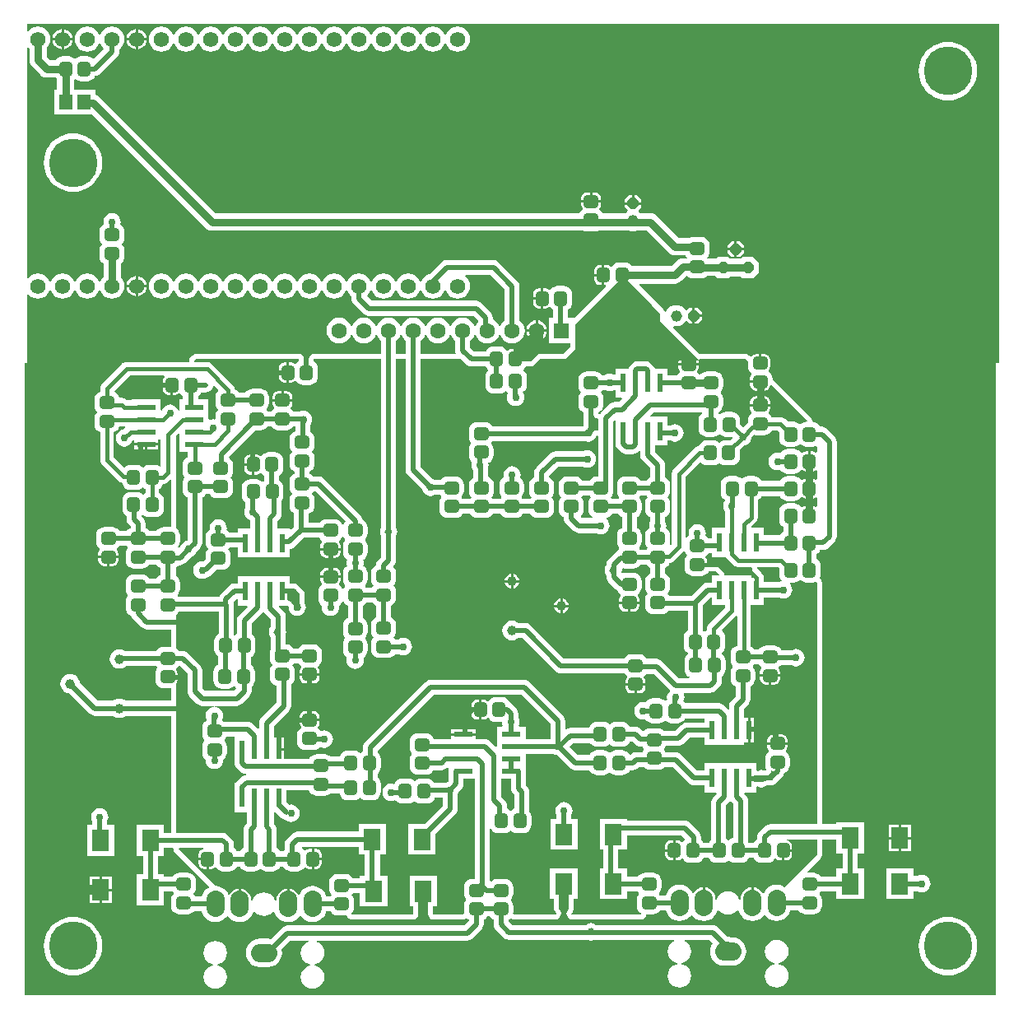
<source format=gtl>
G04*
G04 #@! TF.GenerationSoftware,Altium Limited,Altium Designer,19.1.8 (144)*
G04*
G04 Layer_Physical_Order=1*
G04 Layer_Color=255*
%FSLAX25Y25*%
%MOIN*%
G70*
G01*
G75*
%ADD14C,0.01500*%
%ADD15C,0.01984*%
%ADD20R,0.02100X0.07800*%
G04:AMPARAMS|DCode=21|XSize=52mil|YSize=60mil|CornerRadius=13mil|HoleSize=0mil|Usage=FLASHONLY|Rotation=90.000|XOffset=0mil|YOffset=0mil|HoleType=Round|Shape=RoundedRectangle|*
%AMROUNDEDRECTD21*
21,1,0.05200,0.03400,0,0,90.0*
21,1,0.02600,0.06000,0,0,90.0*
1,1,0.02600,0.01700,0.01300*
1,1,0.02600,0.01700,-0.01300*
1,1,0.02600,-0.01700,-0.01300*
1,1,0.02600,-0.01700,0.01300*
%
%ADD21ROUNDEDRECTD21*%
%ADD22R,0.05200X0.06000*%
G04:AMPARAMS|DCode=23|XSize=52mil|YSize=60mil|CornerRadius=13mil|HoleSize=0mil|Usage=FLASHONLY|Rotation=0.000|XOffset=0mil|YOffset=0mil|HoleType=Round|Shape=RoundedRectangle|*
%AMROUNDEDRECTD23*
21,1,0.05200,0.03400,0,0,0.0*
21,1,0.02600,0.06000,0,0,0.0*
1,1,0.02600,0.01300,-0.01700*
1,1,0.02600,-0.01300,-0.01700*
1,1,0.02600,-0.01300,0.01700*
1,1,0.02600,0.01300,0.01700*
%
%ADD23ROUNDEDRECTD23*%
%ADD24R,0.07087X0.08661*%
%ADD25R,0.07800X0.02100*%
G04:AMPARAMS|DCode=47|XSize=30mil|YSize=30mil|CornerRadius=15mil|HoleSize=0mil|Usage=FLASHONLY|Rotation=0.000|XOffset=0mil|YOffset=0mil|HoleType=Round|Shape=RoundedRectangle|*
%AMROUNDEDRECTD47*
21,1,0.03000,0.00000,0,0,0.0*
21,1,0.00000,0.03000,0,0,0.0*
1,1,0.03000,0.00000,0.00000*
1,1,0.03000,0.00000,0.00000*
1,1,0.03000,0.00000,0.00000*
1,1,0.03000,0.00000,0.00000*
%
%ADD47ROUNDEDRECTD47*%
G04:AMPARAMS|DCode=48|XSize=30mil|YSize=30mil|CornerRadius=15mil|HoleSize=0mil|Usage=FLASHONLY|Rotation=90.000|XOffset=0mil|YOffset=0mil|HoleType=Round|Shape=RoundedRectangle|*
%AMROUNDEDRECTD48*
21,1,0.03000,0.00000,0,0,90.0*
21,1,0.00000,0.03000,0,0,90.0*
1,1,0.03000,0.00000,0.00000*
1,1,0.03000,0.00000,0.00000*
1,1,0.03000,0.00000,0.00000*
1,1,0.03000,0.00000,0.00000*
%
%ADD48ROUNDEDRECTD48*%
%ADD49C,0.02000*%
%ADD50C,0.03000*%
%ADD51C,0.04000*%
%ADD52P,0.04979X8X22.5*%
%ADD53C,0.04600*%
%ADD54C,0.06142*%
%ADD55C,0.06299*%
%ADD56R,0.06299X0.06299*%
%ADD57C,0.19685*%
%ADD58C,0.03937*%
%ADD59O,0.10630X0.07480*%
%ADD60O,0.07480X0.10630*%
%ADD61P,0.05031X8X22.5*%
%ADD62P,0.04979X8X112.5*%
%ADD63C,0.02362*%
%ADD64C,0.03000*%
%ADD65C,0.01968*%
G36*
X394650Y255700D02*
X393500D01*
Y500D01*
X393538Y462D01*
X393347Y0D01*
X0D01*
Y256000D01*
X1150D01*
Y283587D01*
X1623Y283748D01*
X1895Y283395D01*
X2951Y282584D01*
X4180Y282075D01*
X5500Y281901D01*
X6820Y282075D01*
X8049Y282584D01*
X9105Y283395D01*
X9916Y284451D01*
X10229Y285208D01*
X10771D01*
X11084Y284451D01*
X11895Y283395D01*
X12951Y282584D01*
X14180Y282075D01*
X15500Y281901D01*
X16820Y282075D01*
X18049Y282584D01*
X19105Y283395D01*
X19916Y284451D01*
X20229Y285208D01*
X20771D01*
X21084Y284451D01*
X21895Y283395D01*
X22951Y282584D01*
X24180Y282075D01*
X25500Y281901D01*
X26820Y282075D01*
X28049Y282584D01*
X29105Y283395D01*
X29916Y284451D01*
X30229Y285208D01*
X30771D01*
X31084Y284451D01*
X31895Y283395D01*
X32951Y282584D01*
X34180Y282075D01*
X35500Y281901D01*
X36820Y282075D01*
X38049Y282584D01*
X39105Y283395D01*
X39916Y284451D01*
X40425Y285680D01*
X40599Y287000D01*
X40425Y288320D01*
X39916Y289549D01*
X39105Y290605D01*
X39014Y290675D01*
Y296152D01*
X39542Y296558D01*
X40069Y297244D01*
X40400Y298043D01*
X40513Y298900D01*
Y301500D01*
X40400Y302357D01*
X40069Y303156D01*
X39542Y303842D01*
Y304098D01*
X40069Y304784D01*
X40400Y305583D01*
X40513Y306440D01*
Y309040D01*
X40400Y309897D01*
X40069Y310697D01*
X39542Y311383D01*
X38856Y311909D01*
X38825Y311922D01*
X38895Y312090D01*
X39014Y313000D01*
X38895Y313910D01*
X38543Y314757D01*
X37985Y315485D01*
X37257Y316043D01*
X36410Y316395D01*
X35500Y316514D01*
X34590Y316395D01*
X33743Y316043D01*
X33015Y315485D01*
X32456Y314757D01*
X32105Y313910D01*
X31986Y313000D01*
X32105Y312090D01*
X32175Y311922D01*
X32144Y311909D01*
X31458Y311383D01*
X30931Y310697D01*
X30600Y309897D01*
X30487Y309040D01*
Y306440D01*
X30600Y305583D01*
X30931Y304784D01*
X31458Y304098D01*
Y303842D01*
X30931Y303156D01*
X30600Y302357D01*
X30487Y301500D01*
Y298900D01*
X30600Y298043D01*
X30931Y297244D01*
X31458Y296558D01*
X31986Y296152D01*
Y290675D01*
X31895Y290605D01*
X31084Y289549D01*
X30771Y288792D01*
X30229D01*
X29916Y289549D01*
X29105Y290605D01*
X28049Y291416D01*
X26820Y291925D01*
X25500Y292099D01*
X24180Y291925D01*
X22951Y291416D01*
X21895Y290605D01*
X21084Y289549D01*
X20771Y288792D01*
X20229D01*
X19916Y289549D01*
X19105Y290605D01*
X18049Y291416D01*
X16820Y291925D01*
X15500Y292099D01*
X14180Y291925D01*
X12951Y291416D01*
X11895Y290605D01*
X11084Y289549D01*
X10771Y288792D01*
X10229D01*
X9916Y289549D01*
X9105Y290605D01*
X8049Y291416D01*
X6820Y291925D01*
X5500Y292099D01*
X4180Y291925D01*
X2951Y291416D01*
X1895Y290605D01*
X1623Y290252D01*
X1150Y290413D01*
Y383587D01*
X1623Y383748D01*
X1895Y383395D01*
X1986Y383325D01*
Y378500D01*
X2105Y377590D01*
X2457Y376743D01*
X3015Y376015D01*
X6515Y372515D01*
X7243Y371956D01*
X8090Y371605D01*
X9000Y371486D01*
X12652D01*
X13058Y370958D01*
X13186Y370859D01*
Y366484D01*
X12116D01*
Y356516D01*
X27514D01*
X73515Y310515D01*
X74243Y309957D01*
X75090Y309605D01*
X76000Y309486D01*
X226254D01*
X226943Y309200D01*
X227800Y309087D01*
X231200D01*
X232057Y309200D01*
X232746Y309486D01*
X244996D01*
X245382Y309326D01*
X246500Y309179D01*
X247618Y309326D01*
X248004Y309486D01*
X252044D01*
X261015Y300515D01*
X261743Y299956D01*
X262590Y299605D01*
X263500Y299486D01*
X267848D01*
X267931Y299284D01*
X268277Y298834D01*
X268348Y298640D01*
X268238Y298328D01*
X268146Y298214D01*
X266700D01*
X265790Y298095D01*
X264943Y297744D01*
X264215Y297185D01*
X262044Y295014D01*
X246047D01*
X245642Y295542D01*
X244956Y296069D01*
X244157Y296400D01*
X243300Y296513D01*
X240700D01*
X239843Y296400D01*
X239044Y296069D01*
X238358Y295542D01*
X237932Y294988D01*
X237556Y294893D01*
X237318Y294925D01*
X236657Y295367D01*
X235760Y295545D01*
X234960D01*
Y291500D01*
Y287455D01*
X235387D01*
X235594Y286955D01*
X223023Y274384D01*
X222634Y274134D01*
Y274134D01*
X222634Y274134D01*
X220242D01*
Y277466D01*
X220883Y277958D01*
X221409Y278644D01*
X221740Y279443D01*
X221853Y280300D01*
Y283700D01*
X221740Y284557D01*
X221409Y285356D01*
X220883Y286042D01*
X220197Y286569D01*
X219397Y286900D01*
X218540Y287013D01*
X215940D01*
X215083Y286900D01*
X214284Y286569D01*
X213598Y286042D01*
X213173Y285488D01*
X212796Y285393D01*
X212559Y285425D01*
X211897Y285867D01*
X211000Y286045D01*
X210200D01*
Y282000D01*
Y277955D01*
X211000D01*
X211897Y278133D01*
X212559Y278575D01*
X212796Y278607D01*
X213173Y278512D01*
X213598Y277958D01*
X214238Y277466D01*
Y274134D01*
X212366D01*
Y263866D01*
X220977D01*
X220977Y262338D01*
X218162Y259523D01*
X208861D01*
X208087Y259369D01*
X207431Y258931D01*
X205000Y256500D01*
X203047D01*
X202772Y256445D01*
X202705Y256500D01*
X199240D01*
X198740Y257000D01*
X198740D01*
Y257000D01*
X198240Y257500D01*
X198240D01*
Y257500D01*
X196500Y259240D01*
X198240Y260990D01*
Y261545D01*
X197440D01*
X196543Y261367D01*
X195882Y260925D01*
X195644Y260893D01*
X195267Y260988D01*
X194842Y261542D01*
X194156Y262069D01*
X193357Y262400D01*
X192500Y262513D01*
X189900D01*
X189043Y262400D01*
X188244Y262069D01*
X187558Y261542D01*
X187031Y260856D01*
X186888Y260510D01*
X182247D01*
X180510Y262247D01*
Y264839D01*
X181161Y265338D01*
X181984Y266411D01*
X182250Y267052D01*
X182750D01*
X183016Y266411D01*
X183838Y265338D01*
X184911Y264516D01*
X186160Y263998D01*
X187500Y263822D01*
X188840Y263998D01*
X190089Y264516D01*
X191162Y265338D01*
X191984Y266411D01*
X192250Y267052D01*
X192750D01*
X193016Y266411D01*
X193839Y265338D01*
X194911Y264516D01*
X196160Y263998D01*
X197500Y263822D01*
X198840Y263998D01*
X200089Y264516D01*
X201162Y265338D01*
X201984Y266411D01*
X202502Y267660D01*
X202678Y269000D01*
X202502Y270340D01*
X201984Y271589D01*
X201162Y272661D01*
X200510Y273161D01*
Y287000D01*
X200407Y287779D01*
X200107Y288505D01*
X199628Y289128D01*
X192128Y296628D01*
X191505Y297107D01*
X190779Y297407D01*
X190000Y297510D01*
X171000D01*
X170221Y297407D01*
X169495Y297107D01*
X168872Y296628D01*
X164160Y291916D01*
X162951Y291416D01*
X161895Y290605D01*
X161084Y289549D01*
X160771Y288792D01*
X160229D01*
X159916Y289549D01*
X159105Y290605D01*
X158049Y291416D01*
X156820Y291925D01*
X155500Y292099D01*
X154180Y291925D01*
X152951Y291416D01*
X151895Y290605D01*
X151084Y289549D01*
X150771Y288792D01*
X150229D01*
X149916Y289549D01*
X149105Y290605D01*
X148049Y291416D01*
X146820Y291925D01*
X145500Y292099D01*
X144180Y291925D01*
X142951Y291416D01*
X141895Y290605D01*
X141084Y289549D01*
X140771Y288792D01*
X140229D01*
X139916Y289549D01*
X139105Y290605D01*
X138049Y291416D01*
X136820Y291925D01*
X135500Y292099D01*
X134180Y291925D01*
X132951Y291416D01*
X131895Y290605D01*
X131084Y289549D01*
X130771Y288792D01*
X130229D01*
X129916Y289549D01*
X129105Y290605D01*
X128049Y291416D01*
X126820Y291925D01*
X125500Y292099D01*
X124180Y291925D01*
X122951Y291416D01*
X121895Y290605D01*
X121084Y289549D01*
X120771Y288792D01*
X120229D01*
X119916Y289549D01*
X119105Y290605D01*
X118049Y291416D01*
X116820Y291925D01*
X115500Y292099D01*
X114180Y291925D01*
X112951Y291416D01*
X111895Y290605D01*
X111084Y289549D01*
X110771Y288792D01*
X110229D01*
X109916Y289549D01*
X109105Y290605D01*
X108049Y291416D01*
X106820Y291925D01*
X105500Y292099D01*
X104180Y291925D01*
X102951Y291416D01*
X101895Y290605D01*
X101084Y289549D01*
X100771Y288792D01*
X100229D01*
X99916Y289549D01*
X99105Y290605D01*
X98049Y291416D01*
X96820Y291925D01*
X95500Y292099D01*
X94180Y291925D01*
X92951Y291416D01*
X91895Y290605D01*
X91084Y289549D01*
X90771Y288792D01*
X90229D01*
X89916Y289549D01*
X89105Y290605D01*
X88049Y291416D01*
X86820Y291925D01*
X85500Y292099D01*
X84180Y291925D01*
X82951Y291416D01*
X81895Y290605D01*
X81084Y289549D01*
X80771Y288792D01*
X80229D01*
X79916Y289549D01*
X79105Y290605D01*
X78049Y291416D01*
X76820Y291925D01*
X75500Y292099D01*
X74180Y291925D01*
X72951Y291416D01*
X71895Y290605D01*
X71084Y289549D01*
X70771Y288792D01*
X70229D01*
X69916Y289549D01*
X69105Y290605D01*
X68049Y291416D01*
X66820Y291925D01*
X65500Y292099D01*
X64180Y291925D01*
X62951Y291416D01*
X61895Y290605D01*
X61084Y289549D01*
X60771Y288792D01*
X60229D01*
X59916Y289549D01*
X59105Y290605D01*
X58049Y291416D01*
X56820Y291925D01*
X55500Y292099D01*
X54180Y291925D01*
X52951Y291416D01*
X51895Y290605D01*
X51084Y289549D01*
X50575Y288320D01*
X50401Y287000D01*
X50575Y285680D01*
X51084Y284451D01*
X51895Y283395D01*
X52951Y282584D01*
X54180Y282075D01*
X55500Y281901D01*
X56820Y282075D01*
X58049Y282584D01*
X59105Y283395D01*
X59916Y284451D01*
X60229Y285208D01*
X60771D01*
X61084Y284451D01*
X61895Y283395D01*
X62951Y282584D01*
X64180Y282075D01*
X65500Y281901D01*
X66820Y282075D01*
X68049Y282584D01*
X69105Y283395D01*
X69916Y284451D01*
X70229Y285208D01*
X70771D01*
X71084Y284451D01*
X71895Y283395D01*
X72951Y282584D01*
X74180Y282075D01*
X75500Y281901D01*
X76820Y282075D01*
X78049Y282584D01*
X79105Y283395D01*
X79916Y284451D01*
X80229Y285208D01*
X80771D01*
X81084Y284451D01*
X81895Y283395D01*
X82951Y282584D01*
X84180Y282075D01*
X85500Y281901D01*
X86820Y282075D01*
X88049Y282584D01*
X89105Y283395D01*
X89916Y284451D01*
X90229Y285208D01*
X90771D01*
X91084Y284451D01*
X91895Y283395D01*
X92951Y282584D01*
X94180Y282075D01*
X95500Y281901D01*
X96820Y282075D01*
X98049Y282584D01*
X99105Y283395D01*
X99916Y284451D01*
X100229Y285208D01*
X100771D01*
X101084Y284451D01*
X101895Y283395D01*
X102951Y282584D01*
X104180Y282075D01*
X105500Y281901D01*
X106820Y282075D01*
X108049Y282584D01*
X109105Y283395D01*
X109916Y284451D01*
X110229Y285208D01*
X110771D01*
X111084Y284451D01*
X111895Y283395D01*
X112951Y282584D01*
X114180Y282075D01*
X115500Y281901D01*
X116820Y282075D01*
X118049Y282584D01*
X119105Y283395D01*
X119916Y284451D01*
X120229Y285208D01*
X120771D01*
X121084Y284451D01*
X121895Y283395D01*
X122951Y282584D01*
X124180Y282075D01*
X125500Y281901D01*
X126820Y282075D01*
X128049Y282584D01*
X129105Y283395D01*
X129916Y284451D01*
X130229Y285208D01*
X130771D01*
X131084Y284451D01*
X131895Y283395D01*
X132490Y282938D01*
Y281901D01*
X132593Y281122D01*
X132893Y280396D01*
X133372Y279773D01*
X137273Y275872D01*
X137896Y275393D01*
X138622Y275093D01*
X139401Y274990D01*
X181753D01*
X183667Y273076D01*
Y272439D01*
X183016Y271589D01*
X182750Y270948D01*
X182250D01*
X181984Y271589D01*
X181161Y272661D01*
X180089Y273484D01*
X178840Y274002D01*
X177500Y274178D01*
X176160Y274002D01*
X174911Y273484D01*
X173838Y272661D01*
X173016Y271589D01*
X172750Y270948D01*
X172250D01*
X171984Y271589D01*
X171161Y272661D01*
X170089Y273484D01*
X168840Y274002D01*
X167500Y274178D01*
X166160Y274002D01*
X164911Y273484D01*
X163839Y272661D01*
X163016Y271589D01*
X162750Y270948D01*
X162250D01*
X161984Y271589D01*
X161161Y272661D01*
X160089Y273484D01*
X158840Y274002D01*
X157500Y274178D01*
X156160Y274002D01*
X154911Y273484D01*
X153839Y272661D01*
X153016Y271589D01*
X152750Y270948D01*
X152250D01*
X151984Y271589D01*
X151162Y272661D01*
X150089Y273484D01*
X148840Y274002D01*
X147500Y274178D01*
X146160Y274002D01*
X144911Y273484D01*
X143839Y272661D01*
X143016Y271589D01*
X142750Y270948D01*
X142250D01*
X141984Y271589D01*
X141162Y272661D01*
X140089Y273484D01*
X138840Y274002D01*
X137500Y274178D01*
X136160Y274002D01*
X134911Y273484D01*
X133838Y272661D01*
X133016Y271589D01*
X132750Y270948D01*
X132250D01*
X131984Y271589D01*
X131161Y272661D01*
X130089Y273484D01*
X128840Y274002D01*
X127500Y274178D01*
X126160Y274002D01*
X124911Y273484D01*
X123838Y272661D01*
X123016Y271589D01*
X122498Y270340D01*
X122322Y269000D01*
X122498Y267660D01*
X123016Y266411D01*
X123838Y265338D01*
X124911Y264516D01*
X126160Y263998D01*
X127500Y263822D01*
X128840Y263998D01*
X130089Y264516D01*
X131161Y265338D01*
X131984Y266411D01*
X132250Y267052D01*
X132750D01*
X133016Y266411D01*
X133838Y265338D01*
X134911Y264516D01*
X136160Y263998D01*
X137500Y263822D01*
X138840Y263998D01*
X140089Y264516D01*
X141162Y265338D01*
X141984Y266411D01*
X142250Y267052D01*
X142750D01*
X143016Y266411D01*
X143839Y265338D01*
X144490Y264839D01*
Y259523D01*
X117250D01*
X116476Y259369D01*
X115820Y258931D01*
X115381Y258274D01*
X115227Y257500D01*
Y256528D01*
X114933Y256045D01*
X113548D01*
X113253Y256528D01*
Y257500D01*
X113099Y258274D01*
X112661Y258931D01*
X112004Y259369D01*
X111230Y259523D01*
X69500D01*
X68726Y259369D01*
X68069Y258931D01*
X67289Y258150D01*
X66851Y257494D01*
X66697Y256720D01*
X66686Y256613D01*
X66395Y256258D01*
X41500D01*
X40786Y256164D01*
X40121Y255888D01*
X39876Y255700D01*
X39547D01*
X39615Y255500D01*
X39550Y255450D01*
X31550Y247450D01*
X31112Y246879D01*
X30836Y246214D01*
X30742Y245500D01*
Y244217D01*
X30144Y243969D01*
X29458Y243442D01*
X28931Y242756D01*
X28600Y241957D01*
X28487Y241100D01*
Y238500D01*
X28600Y237643D01*
X28931Y236844D01*
X29458Y236158D01*
Y235902D01*
X28931Y235216D01*
X28600Y234417D01*
X28487Y233560D01*
Y230960D01*
X28600Y230102D01*
X28931Y229304D01*
X29458Y228618D01*
X30144Y228091D01*
X30742Y227843D01*
Y216500D01*
X30836Y215786D01*
X31112Y215121D01*
X31550Y214550D01*
X38050Y208050D01*
X38621Y207612D01*
X39286Y207336D01*
X39655Y207288D01*
X39700Y206943D01*
X40031Y206144D01*
X40558Y205458D01*
X41244Y204931D01*
X42043Y204600D01*
X42900Y204487D01*
X45500D01*
X46357Y204600D01*
X47156Y204931D01*
X47607Y205277D01*
X47970Y205411D01*
X48334Y205277D01*
X48784Y204931D01*
X49012Y204837D01*
Y203139D01*
X48844Y203069D01*
X48393Y202723D01*
X48030Y202589D01*
X47666Y202723D01*
X47216Y203069D01*
X46417Y203400D01*
X45560Y203513D01*
X42960D01*
X42103Y203400D01*
X41304Y203069D01*
X40617Y202542D01*
X40091Y201856D01*
X39760Y201057D01*
X39647Y200200D01*
Y196800D01*
X39760Y195943D01*
X40091Y195144D01*
X40617Y194458D01*
X41304Y193931D01*
X41490Y193854D01*
Y192500D01*
X41593Y191721D01*
X41893Y190995D01*
X42372Y190372D01*
X42990Y189753D01*
Y189112D01*
X42644Y188969D01*
X41958Y188442D01*
X41472Y187810D01*
X38528D01*
X38042Y188442D01*
X37356Y188969D01*
X36557Y189300D01*
X35700Y189413D01*
X32300D01*
X31443Y189300D01*
X30644Y188969D01*
X29958Y188442D01*
X29431Y187756D01*
X29100Y186957D01*
X28987Y186100D01*
Y183500D01*
X29100Y182643D01*
X29431Y181844D01*
X29958Y181158D01*
X30512Y180733D01*
X30607Y180356D01*
X30575Y180118D01*
X30133Y179457D01*
X29955Y178560D01*
Y177760D01*
X34000D01*
X38045D01*
Y178560D01*
X37867Y179457D01*
X37425Y180118D01*
X37393Y180356D01*
X37488Y180733D01*
X38042Y181158D01*
X38528Y181790D01*
X41472D01*
X41958Y181158D01*
Y180902D01*
X41431Y180216D01*
X41100Y179417D01*
X40987Y178560D01*
Y175960D01*
X41100Y175102D01*
X41431Y174303D01*
X41958Y173617D01*
X42644Y173091D01*
X43443Y172760D01*
X44300Y172647D01*
X47700D01*
X48557Y172760D01*
X49356Y173091D01*
X50042Y173617D01*
X50528Y174250D01*
X53472D01*
X53958Y173617D01*
X54644Y173091D01*
X54990Y172948D01*
Y169825D01*
X54644Y169681D01*
X53958Y169155D01*
X53472Y168523D01*
X50528D01*
X50042Y169155D01*
X49356Y169681D01*
X48557Y170012D01*
X47700Y170125D01*
X44300D01*
X43443Y170012D01*
X42644Y169681D01*
X41958Y169155D01*
X41431Y168469D01*
X41100Y167670D01*
X40987Y166813D01*
Y164213D01*
X41100Y163355D01*
X41431Y162556D01*
X41958Y161870D01*
Y161615D01*
X41431Y160929D01*
X41100Y160130D01*
X40987Y159272D01*
Y156672D01*
X41100Y155815D01*
X41431Y155016D01*
X41958Y154330D01*
X42644Y153804D01*
X43144Y153596D01*
X43393Y152995D01*
X43872Y152372D01*
X47372Y148872D01*
X47995Y148393D01*
X48721Y148093D01*
X49500Y147990D01*
X59477D01*
Y140853D01*
X56300D01*
X55443Y140740D01*
X54644Y140409D01*
X53958Y139883D01*
X53472Y139250D01*
X40757D01*
X40493Y139453D01*
X39532Y139851D01*
X38500Y139987D01*
X37468Y139851D01*
X36507Y139453D01*
X35681Y138819D01*
X35047Y137993D01*
X34649Y137032D01*
X34513Y136000D01*
X34649Y134968D01*
X35047Y134007D01*
X35681Y133181D01*
X36507Y132547D01*
X37468Y132149D01*
X38500Y132013D01*
X39532Y132149D01*
X40493Y132547D01*
X41319Y133181D01*
X41357Y133230D01*
X53472D01*
X53958Y132598D01*
Y132342D01*
X53431Y131656D01*
X53100Y130857D01*
X52987Y130000D01*
Y127400D01*
X53100Y126543D01*
X53431Y125744D01*
X53958Y125058D01*
X54644Y124531D01*
X55443Y124200D01*
X56300Y124087D01*
X59477D01*
Y119010D01*
X41070D01*
X40493Y119453D01*
X39532Y119851D01*
X38500Y119987D01*
X37468Y119851D01*
X36507Y119453D01*
X35930Y119010D01*
X29747D01*
X22446Y126311D01*
X22351Y127032D01*
X21953Y127993D01*
X21319Y128819D01*
X20493Y129453D01*
X19532Y129851D01*
X18500Y129987D01*
X17468Y129851D01*
X16507Y129453D01*
X15681Y128819D01*
X15047Y127993D01*
X14649Y127032D01*
X14513Y126000D01*
X14649Y124968D01*
X15047Y124007D01*
X15681Y123181D01*
X16507Y122547D01*
X17468Y122149D01*
X18189Y122054D01*
X26372Y113872D01*
X26995Y113393D01*
X27721Y113093D01*
X28500Y112990D01*
X35930D01*
X36507Y112547D01*
X37468Y112149D01*
X38500Y112013D01*
X39532Y112149D01*
X40493Y112547D01*
X41070Y112990D01*
X59477D01*
Y65510D01*
X56567D01*
Y68815D01*
X45511D01*
Y56185D01*
X48029D01*
Y48815D01*
X45511D01*
Y36185D01*
X56567D01*
Y41790D01*
X59972D01*
X60458Y41158D01*
Y40902D01*
X59931Y40216D01*
X59600Y39417D01*
X59487Y38560D01*
Y35960D01*
X59600Y35102D01*
X59931Y34304D01*
X60458Y33617D01*
X61144Y33091D01*
X61943Y32760D01*
X62800Y32647D01*
X66200D01*
X67057Y32760D01*
X67856Y33091D01*
X68542Y33617D01*
X68807Y33962D01*
X71692D01*
X71738Y33616D01*
X72315Y32223D01*
X73232Y31027D01*
X74428Y30110D01*
X75821Y29533D01*
X77315Y29336D01*
X78809Y29533D01*
X80202Y30110D01*
X81398Y31027D01*
X81986Y31795D01*
X82486D01*
X83075Y31027D01*
X84271Y30110D01*
X85663Y29533D01*
X87157Y29336D01*
X88652Y29533D01*
X90044Y30110D01*
X91240Y31027D01*
X92158Y32223D01*
X92734Y33616D01*
X92737Y33633D01*
X93260Y33773D01*
X93619Y33304D01*
X94609Y32544D01*
X95763Y32067D01*
X97000Y31904D01*
X98237Y32067D01*
X99391Y32544D01*
X100381Y33304D01*
X100740Y33773D01*
X101263Y33633D01*
X101266Y33616D01*
X101842Y32223D01*
X102760Y31027D01*
X103956Y30110D01*
X105348Y29533D01*
X106843Y29336D01*
X108337Y29533D01*
X109729Y30110D01*
X110925Y31027D01*
X111514Y31795D01*
X112014D01*
X112602Y31027D01*
X113798Y30110D01*
X115191Y29533D01*
X116685Y29336D01*
X118179Y29533D01*
X119572Y30110D01*
X120768Y31027D01*
X121685Y32223D01*
X122262Y33616D01*
X122275Y33712D01*
X124001D01*
X124458Y33117D01*
X125144Y32591D01*
X125943Y32260D01*
X126800Y32147D01*
X130200D01*
X130528Y32190D01*
X130643Y31850D01*
X130677Y31792D01*
X130690Y31726D01*
X130873Y31452D01*
X131038Y31166D01*
X131091Y31125D01*
X131128Y31069D01*
X131403Y30886D01*
X131664Y30685D01*
X131729Y30668D01*
X131785Y30631D01*
X132108Y30566D01*
X132427Y30481D01*
X132493Y30490D01*
X132559Y30477D01*
X157481D01*
X158256Y30631D01*
X158912Y31069D01*
X159351Y31726D01*
X159504Y32500D01*
Y35685D01*
X159408Y36169D01*
X159766Y36669D01*
X161039D01*
Y42000D01*
X162039D01*
Y36669D01*
X163234D01*
X163592Y36169D01*
X163496Y35685D01*
Y32500D01*
X163649Y31726D01*
X164088Y31069D01*
X164744Y30631D01*
X165519Y30477D01*
X177626D01*
X177711Y30494D01*
X177797Y30484D01*
X178095Y30570D01*
X178400Y30631D01*
X178472Y30679D01*
X178555Y30703D01*
X178798Y30897D01*
X179037Y31056D01*
X179644Y30591D01*
X179990Y30448D01*
Y29747D01*
X178253Y28010D01*
X106575D01*
X105796Y27907D01*
X105070Y27607D01*
X104446Y27128D01*
X99915Y22597D01*
X98575Y22774D01*
X95425D01*
X93931Y22577D01*
X92538Y22000D01*
X91343Y21083D01*
X90425Y19887D01*
X89848Y18494D01*
X89651Y17000D01*
X89848Y15506D01*
X90425Y14113D01*
X91343Y12917D01*
X92538Y12000D01*
X93931Y11423D01*
X95425Y11226D01*
X98575D01*
X100069Y11423D01*
X101462Y12000D01*
X102657Y12917D01*
X103575Y14113D01*
X104152Y15506D01*
X104349Y17000D01*
X104172Y18340D01*
X107822Y21990D01*
X115039D01*
X115138Y21490D01*
X114295Y21140D01*
X113304Y20381D01*
X112545Y19390D01*
X112067Y18237D01*
X111904Y17000D01*
X112067Y15763D01*
X112545Y14609D01*
X113304Y13619D01*
X114295Y12859D01*
X115448Y12382D01*
X115835Y12331D01*
Y11827D01*
X115448Y11776D01*
X114295Y11298D01*
X113304Y10538D01*
X112545Y9548D01*
X112067Y8395D01*
X111904Y7158D01*
X112067Y5920D01*
X112545Y4767D01*
X113304Y3777D01*
X114295Y3017D01*
X115448Y2539D01*
X116685Y2376D01*
X117922Y2539D01*
X119076Y3017D01*
X120066Y3777D01*
X120826Y4767D01*
X121303Y5920D01*
X121466Y7158D01*
X121303Y8395D01*
X120826Y9548D01*
X120066Y10538D01*
X119076Y11298D01*
X117922Y11776D01*
X117535Y11827D01*
Y12331D01*
X117922Y12382D01*
X119076Y12859D01*
X120066Y13619D01*
X120826Y14609D01*
X121303Y15763D01*
X121466Y17000D01*
X121303Y18237D01*
X120826Y19390D01*
X120066Y20381D01*
X119076Y21140D01*
X118232Y21490D01*
X118331Y21990D01*
X179500D01*
X180279Y22093D01*
X181005Y22393D01*
X181628Y22872D01*
X185128Y26372D01*
X185607Y26995D01*
X185907Y27721D01*
X186010Y28500D01*
Y30448D01*
X186356Y30591D01*
X187042Y31117D01*
X187505Y31720D01*
X188450D01*
X188958Y31058D01*
X189644Y30531D01*
X189990Y30388D01*
Y28500D01*
X190093Y27721D01*
X190393Y26995D01*
X190872Y26372D01*
X194116Y23128D01*
X194739Y22649D01*
X195465Y22348D01*
X196244Y22246D01*
X228251D01*
X228590Y22105D01*
X229500Y21986D01*
X230410Y22105D01*
X230749Y22246D01*
X263079D01*
X263179Y21746D01*
X262924Y21641D01*
X261934Y20881D01*
X261174Y19891D01*
X260697Y18737D01*
X260534Y17500D01*
X260697Y16263D01*
X261174Y15110D01*
X261934Y14119D01*
X262924Y13360D01*
X264077Y12882D01*
X264465Y12831D01*
Y12327D01*
X264077Y12276D01*
X262924Y11798D01*
X261934Y11038D01*
X261174Y10048D01*
X260697Y8895D01*
X260534Y7658D01*
X260697Y6420D01*
X261174Y5267D01*
X261934Y4277D01*
X262924Y3517D01*
X264077Y3039D01*
X265315Y2876D01*
X266552Y3039D01*
X267705Y3517D01*
X268696Y4277D01*
X269456Y5267D01*
X269933Y6420D01*
X270096Y7658D01*
X269933Y8895D01*
X269456Y10048D01*
X268696Y11038D01*
X267705Y11798D01*
X266552Y12276D01*
X266165Y12327D01*
Y12831D01*
X266552Y12882D01*
X267705Y13360D01*
X268696Y14119D01*
X269456Y15110D01*
X269933Y16263D01*
X270096Y17500D01*
X269933Y18737D01*
X269456Y19891D01*
X268696Y20881D01*
X267705Y21641D01*
X267451Y21746D01*
X267550Y22246D01*
X277402D01*
X278788Y20860D01*
X278425Y20387D01*
X277848Y18994D01*
X277651Y17500D01*
X277848Y16006D01*
X278425Y14613D01*
X279343Y13417D01*
X280538Y12500D01*
X281931Y11923D01*
X283425Y11726D01*
X286575D01*
X288069Y11923D01*
X289462Y12500D01*
X290657Y13417D01*
X291575Y14613D01*
X292152Y16006D01*
X292349Y17500D01*
X292152Y18994D01*
X291575Y20387D01*
X290657Y21583D01*
X289462Y22500D01*
X288069Y23077D01*
X286575Y23274D01*
X286102D01*
X285779Y23407D01*
X285000Y23510D01*
X284652D01*
X280778Y27384D01*
X280154Y27863D01*
X279428Y28163D01*
X278649Y28266D01*
X231619D01*
X231257Y28543D01*
X230410Y28895D01*
X229500Y29014D01*
X228590Y28895D01*
X227743Y28543D01*
X227381Y28266D01*
X197491D01*
X196010Y29747D01*
Y30388D01*
X196356Y30531D01*
X197016Y31037D01*
X197242Y30886D01*
X197504Y30685D01*
X197568Y30668D01*
X197624Y30631D01*
X197948Y30567D01*
X198266Y30481D01*
X198333Y30490D01*
X198398Y30477D01*
X215150D01*
X215473Y30541D01*
X215800Y30584D01*
X215858Y30618D01*
X215924Y30631D01*
X216198Y30814D01*
X216484Y30979D01*
X216525Y31032D01*
X216580Y31069D01*
X216763Y31344D01*
X216964Y31605D01*
X217211Y32105D01*
X217296Y32424D01*
X217402Y32736D01*
X217398Y32803D01*
X217415Y32868D01*
X217372Y33195D01*
X217351Y33524D01*
X217321Y33584D01*
X217312Y33650D01*
X217147Y33936D01*
X217001Y34232D01*
X216787Y34511D01*
X216589Y34988D01*
X216505Y35633D01*
Y38685D01*
X216408Y39169D01*
X216766Y39669D01*
X217961D01*
Y45000D01*
X218961D01*
Y39669D01*
X220234D01*
X220592Y39169D01*
X220496Y38685D01*
Y35633D01*
X220411Y34988D01*
X220213Y34511D01*
X219999Y34232D01*
X219853Y33936D01*
X219688Y33650D01*
X219679Y33584D01*
X219650Y33524D01*
X219628Y33195D01*
X219585Y32868D01*
X219602Y32803D01*
X219598Y32736D01*
X219704Y32424D01*
X219789Y32105D01*
X220036Y31605D01*
X220237Y31343D01*
X220420Y31069D01*
X220476Y31032D01*
X220516Y30979D01*
X220802Y30814D01*
X221076Y30631D01*
X221142Y30618D01*
X221200Y30584D01*
X221527Y30541D01*
X221850Y30477D01*
X249764D01*
X249959Y30516D01*
X250159D01*
X250343Y30592D01*
X250538Y30631D01*
X250704Y30742D01*
X250888Y30818D01*
X251029Y30959D01*
X251195Y31069D01*
X251305Y31235D01*
X251446Y31376D01*
X251522Y31560D01*
X251633Y31726D01*
X251672Y31921D01*
X251748Y32105D01*
X251848Y32605D01*
Y32647D01*
X254700D01*
X255557Y32760D01*
X256356Y33091D01*
X257042Y33617D01*
X257499Y34212D01*
X259725D01*
X259738Y34116D01*
X260315Y32723D01*
X261232Y31528D01*
X262428Y30610D01*
X263821Y30033D01*
X265315Y29836D01*
X266809Y30033D01*
X268202Y30610D01*
X269398Y31528D01*
X269986Y32295D01*
X270486D01*
X271075Y31528D01*
X272271Y30610D01*
X273663Y30033D01*
X275157Y29836D01*
X276652Y30033D01*
X278044Y30610D01*
X279240Y31528D01*
X280158Y32723D01*
X280734Y34116D01*
X280737Y34133D01*
X281260Y34273D01*
X281619Y33804D01*
X282610Y33044D01*
X283763Y32567D01*
X285000Y32404D01*
X286237Y32567D01*
X287390Y33044D01*
X288381Y33804D01*
X288740Y34273D01*
X289263Y34133D01*
X289265Y34116D01*
X289842Y32723D01*
X290760Y31528D01*
X291956Y30610D01*
X293348Y30033D01*
X294843Y29836D01*
X296337Y30033D01*
X297729Y30610D01*
X298925Y31528D01*
X299514Y32295D01*
X300014D01*
X300602Y31528D01*
X301798Y30610D01*
X303191Y30033D01*
X304685Y29836D01*
X306179Y30033D01*
X307572Y30610D01*
X308768Y31528D01*
X309685Y32723D01*
X310262Y34116D01*
X310275Y34212D01*
X313501D01*
X313958Y33617D01*
X314644Y33091D01*
X315443Y32760D01*
X316300Y32647D01*
X319700D01*
X320557Y32760D01*
X321356Y33091D01*
X322042Y33617D01*
X322569Y34304D01*
X322900Y35102D01*
X323013Y35960D01*
Y38560D01*
X322900Y39417D01*
X322569Y40216D01*
X322223Y40666D01*
X322089Y41030D01*
X322223Y41394D01*
X322528Y41790D01*
X328933D01*
Y38685D01*
X339989D01*
Y51315D01*
X337471D01*
Y57185D01*
X339989D01*
Y69815D01*
X328933D01*
Y69010D01*
X323023D01*
Y166928D01*
X322984Y167123D01*
Y167322D01*
X322908Y167507D01*
X322869Y167702D01*
X322758Y167868D01*
X322682Y168052D01*
X322541Y168193D01*
X322431Y168358D01*
X322122Y168644D01*
X322452Y169443D01*
X322565Y170300D01*
Y173700D01*
X322452Y174557D01*
X322122Y175356D01*
X321595Y176042D01*
X320963Y176528D01*
Y178472D01*
X321595Y178958D01*
X322122Y179644D01*
X322287Y180043D01*
X323553D01*
X324332Y180145D01*
X325058Y180446D01*
X325681Y180924D01*
X328128Y183372D01*
X328607Y183995D01*
X328907Y184721D01*
X329010Y185500D01*
Y224000D01*
X328907Y224779D01*
X328607Y225505D01*
X328128Y226128D01*
X325128Y229128D01*
X324505Y229607D01*
X323779Y229907D01*
X323000Y230010D01*
X322265D01*
X322122Y230356D01*
X321595Y231042D01*
X320909Y231569D01*
X320110Y231900D01*
X319461Y231985D01*
X319090Y232382D01*
X319049Y232474D01*
X318895Y233249D01*
X318456Y233905D01*
X303926Y248435D01*
X303874Y248470D01*
X303836Y248520D01*
X303547Y248688D01*
X303269Y248874D01*
X303208Y248886D01*
X303154Y248918D01*
X303013Y248937D01*
Y249500D01*
X302900Y250357D01*
X302569Y251156D01*
X302042Y251842D01*
X301488Y252268D01*
X301393Y252644D01*
X301425Y252882D01*
X301867Y253543D01*
X302045Y254440D01*
Y255700D01*
Y257040D01*
X301867Y257938D01*
X301358Y258698D01*
X300597Y259207D01*
X299700Y259385D01*
X298500D01*
Y255740D01*
X297500D01*
Y259385D01*
X296300D01*
X295403Y259207D01*
X294642Y258698D01*
X294469Y258439D01*
X293971Y258390D01*
X293431Y258931D01*
X292774Y259369D01*
X292000Y259523D01*
X273624D01*
X262901Y270319D01*
X263136Y270793D01*
X264000Y270679D01*
X265118Y270826D01*
X266161Y271258D01*
X267056Y271944D01*
X267639Y272704D01*
X268218Y272832D01*
X269350Y271700D01*
X270500D01*
Y275000D01*
Y278300D01*
X269350D01*
X268218Y277168D01*
X267639Y277296D01*
X267056Y278056D01*
X266161Y278742D01*
X265118Y279174D01*
X264000Y279321D01*
X262882Y279174D01*
X261839Y278742D01*
X260944Y278056D01*
X260258Y277161D01*
X259950Y276417D01*
X259430Y276468D01*
X259369Y276774D01*
X259222Y276994D01*
X258930Y277430D01*
X255681Y280680D01*
X255680Y280680D01*
X248837Y287524D01*
X249029Y287986D01*
X263500D01*
X264410Y288105D01*
X265257Y288457D01*
X265985Y289015D01*
X267939Y290969D01*
X268458Y291058D01*
X269144Y290531D01*
X269943Y290200D01*
X270800Y290087D01*
X274200D01*
X275057Y290200D01*
X275856Y290531D01*
X276542Y291058D01*
X276564Y291086D01*
X279952D01*
X280846Y290192D01*
X285154D01*
X285948Y290986D01*
X290052D01*
X290846Y290192D01*
X295154D01*
X297308Y292346D01*
Y296654D01*
X295154Y298808D01*
X290846D01*
X290052Y298014D01*
X285948D01*
X285154Y298808D01*
X280846D01*
X280152Y298114D01*
X276890D01*
X276626Y298570D01*
X276723Y298834D01*
X277069Y299284D01*
X277400Y300083D01*
X277513Y300940D01*
Y303540D01*
X277400Y304398D01*
X277069Y305196D01*
X276542Y305883D01*
X275856Y306409D01*
X275057Y306740D01*
X274200Y306853D01*
X270800D01*
X269943Y306740D01*
X269398Y306514D01*
X264956D01*
X255985Y315485D01*
X255257Y316043D01*
X254410Y316395D01*
X253500Y316514D01*
X249587D01*
X249556Y316556D01*
X248796Y317139D01*
X248668Y317718D01*
X249800Y318850D01*
Y320000D01*
X246500D01*
X243200D01*
Y318850D01*
X244332Y317718D01*
X244204Y317139D01*
X243444Y316556D01*
X243413Y316514D01*
X234128D01*
X234069Y316656D01*
X233542Y317342D01*
X232988Y317768D01*
X232893Y318144D01*
X232925Y318382D01*
X233367Y319043D01*
X233545Y319940D01*
Y320740D01*
X229500D01*
X225455D01*
Y319940D01*
X225633Y319043D01*
X226075Y318382D01*
X226107Y318144D01*
X226012Y317768D01*
X225458Y317342D01*
X224931Y316656D01*
X224872Y316514D01*
X77456D01*
X30355Y363615D01*
X29627Y364173D01*
X28824Y364506D01*
Y366484D01*
X20214D01*
Y370646D01*
X20328Y370738D01*
X20640Y370848D01*
X20834Y370777D01*
X21284Y370431D01*
X22083Y370100D01*
X22940Y369987D01*
X25540D01*
X26397Y370100D01*
X27196Y370431D01*
X27883Y370958D01*
X28409Y371644D01*
X28559Y372006D01*
X29277Y372100D01*
X30001Y372400D01*
X30623Y372877D01*
X37623Y379877D01*
X38100Y380499D01*
X38400Y381223D01*
X38502Y382000D01*
Y382932D01*
X39105Y383395D01*
X39916Y384451D01*
X40425Y385680D01*
X40599Y387000D01*
X40425Y388320D01*
X39916Y389549D01*
X39105Y390605D01*
X38049Y391416D01*
X36820Y391925D01*
X35500Y392099D01*
X34180Y391925D01*
X32951Y391416D01*
X31895Y390605D01*
X31084Y389549D01*
X30771Y388792D01*
X30229D01*
X29916Y389549D01*
X29105Y390605D01*
X28049Y391416D01*
X26820Y391925D01*
X25500Y392099D01*
X24180Y391925D01*
X22951Y391416D01*
X21895Y390605D01*
X21084Y389549D01*
X20575Y388320D01*
X20401Y387000D01*
X20575Y385680D01*
X21084Y384451D01*
X21895Y383395D01*
X22951Y382584D01*
X24180Y382075D01*
X25500Y381901D01*
X26820Y382075D01*
X28049Y382584D01*
X29105Y383395D01*
X29916Y384451D01*
X30229Y385208D01*
X30771D01*
X31084Y384451D01*
X31895Y383395D01*
X32021Y383298D01*
X32053Y382799D01*
X28271Y379017D01*
X27883Y379042D01*
X27196Y379569D01*
X26397Y379900D01*
X25540Y380013D01*
X22940D01*
X22083Y379900D01*
X21284Y379569D01*
X20834Y379223D01*
X20470Y379089D01*
X20107Y379223D01*
X19656Y379569D01*
X18857Y379900D01*
X18000Y380013D01*
X15400D01*
X14543Y379900D01*
X13744Y379569D01*
X13058Y379042D01*
X12652Y378514D01*
X10456D01*
X9014Y379956D01*
Y383325D01*
X9105Y383395D01*
X9916Y384451D01*
X10425Y385680D01*
X10599Y387000D01*
X10425Y388320D01*
X9916Y389549D01*
X9105Y390605D01*
X8049Y391416D01*
X6820Y391925D01*
X5500Y392099D01*
X4180Y391925D01*
X2951Y391416D01*
X1895Y390605D01*
X1623Y390252D01*
X1150Y390413D01*
Y393200D01*
X394650D01*
Y255700D01*
D02*
G37*
G36*
X194490Y285753D02*
Y273161D01*
X193839Y272661D01*
X193016Y271589D01*
X192750Y270948D01*
X192250D01*
X191984Y271589D01*
X191162Y272661D01*
X190089Y273484D01*
X189687Y273651D01*
Y274323D01*
X189585Y275102D01*
X189284Y275828D01*
X188806Y276451D01*
X185128Y280128D01*
X184505Y280607D01*
X183779Y280907D01*
X183000Y281010D01*
X140648D01*
X138897Y282761D01*
X138930Y283260D01*
X139105Y283395D01*
X139916Y284451D01*
X140229Y285208D01*
X140771D01*
X141084Y284451D01*
X141895Y283395D01*
X142951Y282584D01*
X144180Y282075D01*
X145500Y281901D01*
X146820Y282075D01*
X148049Y282584D01*
X149105Y283395D01*
X149916Y284451D01*
X150229Y285208D01*
X150771D01*
X151084Y284451D01*
X151895Y283395D01*
X152951Y282584D01*
X154180Y282075D01*
X155500Y281901D01*
X156820Y282075D01*
X158049Y282584D01*
X159105Y283395D01*
X159916Y284451D01*
X160229Y285208D01*
X160771D01*
X161084Y284451D01*
X161895Y283395D01*
X162951Y282584D01*
X164180Y282075D01*
X165500Y281901D01*
X166820Y282075D01*
X168049Y282584D01*
X169105Y283395D01*
X169916Y284451D01*
X170229Y285208D01*
X170771D01*
X171084Y284451D01*
X171895Y283395D01*
X172951Y282584D01*
X174180Y282075D01*
X175500Y281901D01*
X176820Y282075D01*
X178049Y282584D01*
X179105Y283395D01*
X179916Y284451D01*
X180425Y285680D01*
X180599Y287000D01*
X180425Y288320D01*
X179916Y289549D01*
X179105Y290605D01*
X178604Y290990D01*
X178774Y291490D01*
X188753D01*
X194490Y285753D01*
D02*
G37*
G36*
X173016Y266411D02*
X173838Y265338D01*
X174490Y264839D01*
Y261000D01*
X174593Y260221D01*
X174709Y259939D01*
X174432Y259523D01*
X160510D01*
Y264839D01*
X161161Y265338D01*
X161984Y266411D01*
X162250Y267052D01*
X162750D01*
X163016Y266411D01*
X163839Y265338D01*
X164911Y264516D01*
X166160Y263998D01*
X167500Y263822D01*
X168840Y263998D01*
X170089Y264516D01*
X171161Y265338D01*
X171984Y266411D01*
X172250Y267052D01*
X172750D01*
X173016Y266411D01*
D02*
G37*
G36*
X153016D02*
X153839Y265338D01*
X154490Y264839D01*
Y259523D01*
X150510D01*
Y264839D01*
X151162Y265338D01*
X151984Y266411D01*
X152250Y267052D01*
X152750D01*
X153016Y266411D01*
D02*
G37*
G36*
X144490Y193000D02*
Y189301D01*
X144457Y189257D01*
X144105Y188410D01*
X143986Y187500D01*
X144105Y186590D01*
X144457Y185743D01*
X144490Y185699D01*
Y177247D01*
X143372Y176128D01*
X142893Y175505D01*
X142593Y174779D01*
X142490Y174000D01*
Y173825D01*
X142144Y173681D01*
X141458Y173155D01*
X140931Y172469D01*
X140600Y171670D01*
X140487Y170813D01*
Y168213D01*
X140600Y167355D01*
X140931Y166556D01*
X141277Y166106D01*
X141411Y165743D01*
X141277Y165379D01*
X140949Y164953D01*
X138505D01*
X138223Y165319D01*
X138089Y165683D01*
X138223Y166046D01*
X138569Y166497D01*
X138900Y167295D01*
X139013Y168153D01*
Y170753D01*
X138900Y171610D01*
X138569Y172409D01*
X138042Y173095D01*
X137356Y173622D01*
X137236Y173671D01*
X137395Y174053D01*
X137514Y174963D01*
X137395Y175872D01*
X137236Y176254D01*
X137356Y176304D01*
X138042Y176830D01*
X138569Y177516D01*
X138900Y178315D01*
X139013Y179172D01*
Y181772D01*
X138900Y182630D01*
X138569Y183429D01*
X138223Y183879D01*
X138089Y184242D01*
X138223Y184606D01*
X138569Y185056D01*
X138900Y185855D01*
X139013Y186713D01*
Y189313D01*
X138900Y190170D01*
X138569Y190969D01*
X138042Y191655D01*
X137356Y192181D01*
X136965Y192344D01*
X136907Y192779D01*
X136607Y193505D01*
X136128Y194128D01*
X121328Y208928D01*
X120705Y209407D01*
X119979Y209707D01*
X119200Y209810D01*
X117028D01*
X116542Y210442D01*
X115856Y210969D01*
X115510Y211112D01*
Y211948D01*
X115856Y212091D01*
X116542Y212617D01*
X117069Y213303D01*
X117400Y214103D01*
X117513Y214960D01*
Y217560D01*
X117400Y218417D01*
X117069Y219216D01*
X116542Y219902D01*
Y220158D01*
X117069Y220844D01*
X117400Y221643D01*
X117513Y222500D01*
Y225100D01*
X117400Y225957D01*
X117069Y226756D01*
X116542Y227442D01*
X115856Y227969D01*
X115819Y227984D01*
Y230950D01*
X116043Y231243D01*
X116395Y232090D01*
X116514Y233000D01*
X116395Y233910D01*
X116043Y234757D01*
X115485Y235485D01*
X114757Y236044D01*
X113910Y236395D01*
X113000Y236514D01*
X112090Y236395D01*
X111403Y236110D01*
X109088D01*
X109069Y236156D01*
X108542Y236842D01*
X107988Y237267D01*
X107893Y237644D01*
X107925Y237882D01*
X108367Y238543D01*
X108545Y239440D01*
Y240240D01*
X104500D01*
X100455D01*
Y239440D01*
X100634Y238543D01*
X101075Y237882D01*
X101107Y237644D01*
X101012Y237267D01*
X100458Y236842D01*
X99972Y236210D01*
X98528D01*
X98042Y236842D01*
Y237098D01*
X98569Y237784D01*
X98900Y238583D01*
X99013Y239440D01*
Y242040D01*
X98900Y242898D01*
X98569Y243696D01*
X98042Y244383D01*
X97356Y244909D01*
X96557Y245240D01*
X95700Y245353D01*
X92300D01*
X91443Y245240D01*
X90644Y244909D01*
X89958Y244383D01*
X89495Y243780D01*
X87050D01*
X86542Y244442D01*
X85856Y244969D01*
X85228Y245229D01*
X85164Y245714D01*
X84888Y246379D01*
X84450Y246950D01*
X84450Y246950D01*
X75950Y255450D01*
X75379Y255888D01*
X74714Y256164D01*
X74000Y256258D01*
X68911D01*
X68720Y256720D01*
X69500Y257500D01*
X111230D01*
Y256528D01*
X110598Y256042D01*
X110173Y255488D01*
X109796Y255393D01*
X109558Y255425D01*
X108897Y255867D01*
X108000Y256045D01*
X107200D01*
Y252000D01*
Y247955D01*
X108000D01*
X108897Y248133D01*
X109558Y248575D01*
X109796Y248607D01*
X110173Y248512D01*
X110598Y247958D01*
X111284Y247431D01*
X112083Y247100D01*
X112940Y246987D01*
X115540D01*
X116398Y247100D01*
X117197Y247431D01*
X117883Y247958D01*
X118409Y248644D01*
X118740Y249443D01*
X118853Y250300D01*
Y253700D01*
X118740Y254557D01*
X118409Y255356D01*
X117883Y256042D01*
X117250Y256528D01*
Y257500D01*
X144490D01*
Y193000D01*
D02*
G37*
G36*
X239466Y241816D02*
X241906D01*
X242097Y241354D01*
X240753Y240010D01*
X239000D01*
X238221Y239907D01*
X237495Y239607D01*
X236872Y239128D01*
X233372Y235628D01*
X233010Y235157D01*
X232510Y235327D01*
Y235948D01*
X232856Y236091D01*
X233542Y236617D01*
X234069Y237303D01*
X234400Y238103D01*
X234513Y238960D01*
Y241560D01*
X234400Y242417D01*
X234069Y243216D01*
X233723Y243666D01*
X233589Y244030D01*
X233723Y244393D01*
X234069Y244844D01*
X234088Y244890D01*
X235403D01*
X236090Y244605D01*
X237000Y244486D01*
X237910Y244605D01*
X238757Y244956D01*
X238801Y244990D01*
X239466D01*
Y241816D01*
D02*
G37*
G36*
X254250Y279250D02*
X257500Y276000D01*
X257500Y272887D01*
X273107Y257173D01*
X273376Y257500D01*
X292000D01*
X292987Y256513D01*
Y254440D01*
X293100Y253583D01*
X293431Y252784D01*
X293958Y252098D01*
X294512Y251673D01*
X294607Y251296D01*
X294575Y251059D01*
X294133Y250397D01*
X293955Y249500D01*
Y248700D01*
X298000D01*
Y248200D01*
X298500D01*
Y244555D01*
X299700D01*
X300597Y244733D01*
X301358Y245242D01*
X301867Y246003D01*
X302020Y246773D01*
X302495Y247005D01*
X317025Y232474D01*
X316834Y232013D01*
X316653D01*
X315795Y231900D01*
X314997Y231569D01*
X314546Y231223D01*
X314183Y231089D01*
X313819Y231223D01*
X313369Y231569D01*
X312570Y231900D01*
X311713Y232013D01*
X309300D01*
X308163Y233150D01*
X307592Y233588D01*
X306926Y233864D01*
X306213Y233958D01*
X302651D01*
X302569Y234156D01*
X302042Y234842D01*
X301488Y235267D01*
X301393Y235644D01*
X301425Y235882D01*
X301867Y236543D01*
X302045Y237440D01*
Y238240D01*
X298000D01*
X293955D01*
Y237440D01*
X294133Y236543D01*
X294575Y235882D01*
X294607Y235644D01*
X294512Y235267D01*
X293958Y234842D01*
X293431Y234156D01*
X293100Y233357D01*
X292987Y232500D01*
Y231830D01*
X292739Y231640D01*
X292739Y231640D01*
X291000Y229900D01*
X289913Y230988D01*
Y232700D01*
X289800Y233557D01*
X289469Y234356D01*
X288942Y235042D01*
X288256Y235569D01*
X287457Y235900D01*
X286600Y236013D01*
X284000D01*
X283143Y235900D01*
X282344Y235569D01*
X281893Y235223D01*
X281530Y235089D01*
X281166Y235223D01*
X281010Y235343D01*
Y235888D01*
X281356Y236031D01*
X282042Y236558D01*
X282569Y237244D01*
X282900Y238043D01*
X283013Y238900D01*
Y241500D01*
X282900Y242357D01*
X282569Y243156D01*
X282223Y243606D01*
X282089Y243970D01*
X282223Y244334D01*
X282569Y244784D01*
X282900Y245583D01*
X283013Y246440D01*
Y249040D01*
X282900Y249898D01*
X282569Y250696D01*
X282042Y251382D01*
X281356Y251909D01*
X280557Y252240D01*
X279700Y252353D01*
X276300D01*
X275443Y252240D01*
X274644Y251909D01*
X273958Y251382D01*
X273867Y251264D01*
X273148D01*
X273042Y251402D01*
X272488Y251827D01*
X272393Y252204D01*
X272425Y252442D01*
X272867Y253103D01*
X273045Y254000D01*
Y254800D01*
X269000D01*
X264955D01*
Y254000D01*
X265133Y253103D01*
X265575Y252442D01*
X265607Y252204D01*
X265512Y251827D01*
X264958Y251402D01*
X264472Y250770D01*
X260534D01*
Y253584D01*
X255361D01*
X255357Y253608D01*
X255057Y254333D01*
X254578Y254957D01*
X253907Y255628D01*
X253283Y256107D01*
X252557Y256407D01*
X251778Y256510D01*
X248222D01*
X247443Y256407D01*
X246717Y256107D01*
X246093Y255628D01*
X245422Y254957D01*
X244943Y254333D01*
X244643Y253608D01*
X244639Y253584D01*
X239466D01*
Y251010D01*
X238801D01*
X238757Y251044D01*
X237910Y251395D01*
X237000Y251514D01*
X236090Y251395D01*
X235243Y251044D01*
X235069Y250910D01*
X233951D01*
X233542Y251442D01*
X232856Y251969D01*
X232057Y252300D01*
X231200Y252413D01*
X227800D01*
X226943Y252300D01*
X226144Y251969D01*
X225458Y251442D01*
X224931Y250756D01*
X224600Y249957D01*
X224487Y249100D01*
Y246500D01*
X224600Y245643D01*
X224931Y244844D01*
X225277Y244393D01*
X225411Y244030D01*
X225277Y243666D01*
X224931Y243216D01*
X224600Y242417D01*
X224487Y241560D01*
Y238960D01*
X224600Y238103D01*
X224931Y237303D01*
X225458Y236617D01*
X226144Y236091D01*
X226490Y235948D01*
Y230349D01*
X226361Y230250D01*
X189528D01*
X189042Y230883D01*
X188356Y231409D01*
X187557Y231740D01*
X186700Y231853D01*
X183300D01*
X182443Y231740D01*
X181644Y231409D01*
X180958Y230883D01*
X180431Y230196D01*
X180100Y229398D01*
X179987Y228540D01*
Y225940D01*
X180100Y225083D01*
X180431Y224284D01*
X180777Y223834D01*
X180911Y223470D01*
X180777Y223107D01*
X180431Y222656D01*
X180100Y221857D01*
X179987Y221000D01*
Y218400D01*
X180100Y217543D01*
X180431Y216744D01*
X180958Y216058D01*
X181273Y215815D01*
X181105Y215410D01*
X180986Y214500D01*
X181105Y213590D01*
X181456Y212743D01*
X181681Y212450D01*
Y209310D01*
X181124Y208882D01*
X180598Y208196D01*
X180267Y207398D01*
X180154Y206540D01*
Y203940D01*
X180267Y203083D01*
X180598Y202284D01*
X180943Y201834D01*
X181077Y201470D01*
X180943Y201107D01*
X180662Y200740D01*
X177550D01*
X177223Y201166D01*
X177089Y201530D01*
X177223Y201893D01*
X177569Y202344D01*
X177900Y203143D01*
X178013Y204000D01*
Y206600D01*
X177900Y207457D01*
X177569Y208256D01*
X177042Y208942D01*
X176356Y209469D01*
X175557Y209800D01*
X174700Y209913D01*
X171300D01*
X170443Y209800D01*
X169644Y209469D01*
X168958Y208942D01*
X168549Y208410D01*
X166431D01*
X166257Y208543D01*
X165410Y208895D01*
X165355Y208902D01*
X160510Y213747D01*
Y257500D01*
X176743D01*
X178872Y255372D01*
X179495Y254893D01*
X180221Y254593D01*
X181000Y254490D01*
X186888D01*
X187031Y254144D01*
X187558Y253458D01*
X187858Y253227D01*
Y252727D01*
X187618Y252542D01*
X187091Y251856D01*
X186760Y251057D01*
X186647Y250200D01*
Y246800D01*
X186760Y245943D01*
X187091Y245144D01*
X187618Y244458D01*
X188303Y243931D01*
X189102Y243600D01*
X189960Y243487D01*
X192560D01*
X193417Y243600D01*
X194216Y243931D01*
X194902Y244458D01*
X195158D01*
X195844Y243931D01*
X195890Y243912D01*
Y243597D01*
X195605Y242910D01*
X195486Y242000D01*
X195605Y241090D01*
X195957Y240243D01*
X196515Y239515D01*
X197243Y238956D01*
X198090Y238605D01*
X199000Y238486D01*
X199910Y238605D01*
X200757Y238956D01*
X201485Y239515D01*
X202044Y240243D01*
X202395Y241090D01*
X202514Y242000D01*
X202395Y242910D01*
X202044Y243757D01*
X201910Y243931D01*
Y244049D01*
X202442Y244458D01*
X202969Y245144D01*
X203300Y245943D01*
X203413Y246800D01*
Y250200D01*
X203300Y251057D01*
X202969Y251856D01*
X202442Y252542D01*
X202142Y252773D01*
Y253273D01*
X202382Y253458D01*
X202909Y254144D01*
X203047Y254477D01*
X205000D01*
X205774Y254631D01*
X206431Y255069D01*
X208861Y257500D01*
X219000D01*
X223000Y261500D01*
X223000Y271500D01*
X241000Y289500D01*
X244000D01*
X254250Y279250D01*
D02*
G37*
G36*
X56724Y250242D02*
X56293Y249597D01*
X56115Y248700D01*
Y247500D01*
X59760D01*
Y247000D01*
X60260D01*
Y242955D01*
X61060D01*
X61957Y243133D01*
X62618Y243575D01*
X62856Y243607D01*
X63232Y243512D01*
X63658Y242958D01*
X64290Y242472D01*
Y241034D01*
X62816D01*
Y236699D01*
X62316Y236600D01*
X62043Y237257D01*
X61485Y237985D01*
X60757Y238544D01*
X59910Y238895D01*
X59000Y239014D01*
X58090Y238895D01*
X57243Y238544D01*
X56515Y237985D01*
X55957Y237257D01*
X55684Y236600D01*
X55184Y236699D01*
Y241034D01*
X43416D01*
Y240758D01*
X41642D01*
X41450Y240950D01*
X40879Y241388D01*
X40214Y241664D01*
X39500Y241758D01*
X38426D01*
X38400Y241957D01*
X38069Y242756D01*
X37542Y243442D01*
X36856Y243969D01*
X36658Y244051D01*
X36541Y244641D01*
X42642Y250742D01*
X56545D01*
X56724Y250242D01*
D02*
G37*
G36*
X78585Y245014D02*
X78553Y244515D01*
X78458Y244442D01*
X77931Y243756D01*
X77600Y242957D01*
X77487Y242100D01*
Y239500D01*
X77600Y238643D01*
X77931Y237844D01*
X78458Y237158D01*
Y236902D01*
X77931Y236216D01*
X77600Y235417D01*
X77487Y234560D01*
Y233383D01*
X76987Y232950D01*
X76500Y233014D01*
X75590Y232895D01*
X75084Y232685D01*
X74584Y233019D01*
Y234966D01*
Y241034D01*
X70310D01*
Y242472D01*
X70942Y242958D01*
X71469Y243644D01*
X71612Y243990D01*
X73500D01*
X74279Y244093D01*
X75005Y244393D01*
X75628Y244872D01*
X76107Y245495D01*
X76407Y246221D01*
X76438Y246455D01*
X76966Y246634D01*
X78585Y245014D01*
D02*
G37*
G36*
X230000Y236615D02*
X230225D01*
X230543Y236228D01*
X230487Y235948D01*
Y235327D01*
X230500Y235261D01*
X230491Y235195D01*
X230576Y234876D01*
X230641Y234553D01*
X230678Y234497D01*
X230696Y234432D01*
X230896Y234171D01*
X231079Y233896D01*
X231135Y233859D01*
X231176Y233806D01*
X231462Y233641D01*
X231736Y233458D01*
X231802Y233445D01*
X231860Y233411D01*
X232360Y233241D01*
X232426Y233233D01*
X232486Y233203D01*
X232490Y233203D01*
Y229067D01*
X232387Y228733D01*
X231990Y228603D01*
X231910Y228610D01*
X231895Y228613D01*
X231889Y228612D01*
X231772Y228623D01*
X231667Y228590D01*
X231557Y228588D01*
X231462Y228567D01*
X231297Y228495D01*
X231120Y228460D01*
X230939Y228338D01*
X230738Y228251D01*
X230614Y228121D01*
X230464Y228021D01*
X230343Y227839D01*
X230191Y227682D01*
X230125Y227514D01*
X230026Y227365D01*
X229776Y226763D01*
X229542Y226458D01*
X229237Y226224D01*
X228881Y226077D01*
X228500Y226026D01*
X228119Y226077D01*
X228064Y226099D01*
X227289Y226253D01*
X189528D01*
X189045Y226548D01*
Y226740D01*
X185000D01*
Y227740D01*
X189045D01*
Y227933D01*
X189528Y228227D01*
X226361D01*
X226620Y228279D01*
X226884Y228296D01*
X227004Y228355D01*
X227135Y228381D01*
X227355Y228528D01*
X227592Y228645D01*
X227722Y228744D01*
X227782Y228814D01*
X227791Y228820D01*
X227803Y228837D01*
X227810Y228845D01*
X227921Y228919D01*
X228067Y229139D01*
X228242Y229338D01*
X228285Y229464D01*
X228359Y229575D01*
X228411Y229835D01*
X228496Y230085D01*
X228487Y230219D01*
X228513Y230349D01*
Y235948D01*
X228457Y236228D01*
X228774Y236615D01*
X229000D01*
Y240260D01*
X230000D01*
Y236615D01*
D02*
G37*
G36*
X305800Y227712D02*
Y225300D01*
X305913Y224443D01*
X306244Y223644D01*
X306770Y222958D01*
X307456Y222431D01*
X308255Y222100D01*
X309113Y221987D01*
X311713D01*
X312570Y222100D01*
X313369Y222431D01*
X314055Y222958D01*
X314310D01*
X314997Y222431D01*
X315795Y222100D01*
X316653Y221987D01*
X319253D01*
X320110Y222100D01*
X320500Y222262D01*
X321000Y221928D01*
Y219900D01*
X320500Y219633D01*
X320150Y219867D01*
X319253Y220045D01*
X318453D01*
Y216000D01*
Y211955D01*
X319253D01*
X320150Y212133D01*
X320500Y212367D01*
X321000Y212100D01*
Y208900D01*
X320500Y208633D01*
X320150Y208867D01*
X319253Y209045D01*
X318453D01*
Y205000D01*
Y200955D01*
X319253D01*
X320150Y201133D01*
X320500Y201367D01*
X321000Y201100D01*
Y197900D01*
X320500Y197633D01*
X320150Y197867D01*
X319253Y198045D01*
X318453D01*
Y194000D01*
X317453D01*
Y198045D01*
X316653D01*
X315755Y197867D01*
X315094Y197425D01*
X314857Y197393D01*
X314480Y197488D01*
X314055Y198042D01*
X313369Y198569D01*
X312570Y198900D01*
X311713Y199013D01*
X309113D01*
X308255Y198900D01*
X307456Y198569D01*
X306770Y198042D01*
X306244Y197356D01*
X305913Y196557D01*
X305800Y195700D01*
Y192300D01*
X305913Y191443D01*
X306244Y190644D01*
X306770Y189958D01*
X307403Y189472D01*
Y187528D01*
X306770Y187042D01*
X306244Y186356D01*
X306100Y186010D01*
X299534D01*
Y189084D01*
X294691D01*
X294484Y189584D01*
X296250Y191350D01*
X296688Y191921D01*
X296964Y192586D01*
X297058Y193300D01*
X297058Y193300D01*
Y200349D01*
X297256Y200431D01*
X297942Y200958D01*
X298469Y201644D01*
X298612Y201990D01*
X306100D01*
X306244Y201644D01*
X306770Y200958D01*
X307456Y200431D01*
X308255Y200100D01*
X309113Y199987D01*
X311713D01*
X312570Y200100D01*
X313369Y200431D01*
X314055Y200958D01*
X314480Y201512D01*
X314857Y201607D01*
X315094Y201575D01*
X315755Y201133D01*
X316653Y200955D01*
X317453D01*
Y205000D01*
Y209045D01*
X316653D01*
X315755Y208867D01*
X315094Y208425D01*
X314857Y208393D01*
X314480Y208488D01*
X314055Y209042D01*
X313369Y209569D01*
X312570Y209900D01*
X311713Y210013D01*
X309113D01*
X308255Y209900D01*
X307456Y209569D01*
X306770Y209042D01*
X306244Y208356D01*
X306100Y208010D01*
X298612D01*
X298469Y208356D01*
X297942Y209042D01*
X297256Y209569D01*
X296457Y209900D01*
X295600Y210013D01*
X293000D01*
X292143Y209900D01*
X291344Y209569D01*
X290658Y209042D01*
X290402D01*
X289716Y209569D01*
X288917Y209900D01*
X288060Y210013D01*
X285460D01*
X284602Y209900D01*
X283804Y209569D01*
X283118Y209042D01*
X282591Y208356D01*
X282260Y207557D01*
X282147Y206700D01*
Y203300D01*
X282260Y202443D01*
X282591Y201644D01*
X283118Y200958D01*
X283750Y200472D01*
Y200139D01*
X283456Y199757D01*
X283105Y198910D01*
X282986Y198000D01*
X283105Y197090D01*
X283456Y196243D01*
X283742Y195871D01*
Y189084D01*
X278466D01*
Y184810D01*
X277028D01*
X276542Y185442D01*
X275856Y185969D01*
X275846Y185973D01*
X275895Y186090D01*
X276014Y187000D01*
X275895Y187910D01*
X275543Y188757D01*
X274985Y189485D01*
X274257Y190043D01*
X273410Y190395D01*
X272500Y190514D01*
X271590Y190395D01*
X270743Y190043D01*
X270015Y189485D01*
X269457Y188757D01*
X269105Y187910D01*
X268986Y187000D01*
X269105Y186090D01*
X269154Y185973D01*
X269144Y185969D01*
X268458Y185442D01*
X268258Y185182D01*
X267758Y185352D01*
Y209858D01*
X273486Y215585D01*
X273985Y215553D01*
X274058Y215458D01*
X274744Y214931D01*
X275543Y214600D01*
X276400Y214487D01*
X279000D01*
X279857Y214600D01*
X280656Y214931D01*
X281342Y215458D01*
X281598D01*
X282284Y214931D01*
X283083Y214600D01*
X283940Y214487D01*
X286540D01*
X287398Y214600D01*
X288196Y214931D01*
X288882Y215458D01*
X289409Y216144D01*
X289740Y216943D01*
X289853Y217800D01*
Y220782D01*
X291640Y222570D01*
X291910Y222605D01*
X292757Y222956D01*
X293485Y223515D01*
X294043Y224243D01*
X294395Y225090D01*
X294456Y225556D01*
X295582Y226682D01*
X296300Y226587D01*
X299700D01*
X300557Y226700D01*
X301356Y227031D01*
X302042Y227558D01*
X302569Y228244D01*
X302651Y228442D01*
X305070D01*
X305800Y227712D01*
D02*
G37*
G36*
X274604Y235932D02*
X274689Y235543D01*
X274681Y235475D01*
X274117Y235042D01*
X273591Y234356D01*
X273260Y233557D01*
X273147Y232700D01*
Y229300D01*
X273260Y228443D01*
X273591Y227644D01*
X274117Y226958D01*
X274803Y226431D01*
X275603Y226100D01*
X276460Y225987D01*
X279060D01*
X279917Y226100D01*
X280716Y226431D01*
X281166Y226777D01*
X281530Y226911D01*
X281893Y226777D01*
X282344Y226431D01*
X283143Y226100D01*
X284000Y225987D01*
X286550D01*
X286640Y225877D01*
X286776Y225506D01*
X285783Y224513D01*
X283940D01*
X283083Y224400D01*
X282284Y224069D01*
X281834Y223723D01*
X281470Y223589D01*
X281106Y223723D01*
X280656Y224069D01*
X279857Y224400D01*
X279000Y224513D01*
X276400D01*
X275543Y224400D01*
X274744Y224069D01*
X274058Y223542D01*
X273531Y222856D01*
X273271Y222228D01*
X272786Y222164D01*
X272121Y221888D01*
X271550Y221450D01*
X271550Y221450D01*
X263050Y212950D01*
X262612Y212379D01*
X262336Y211714D01*
X262242Y211000D01*
Y182642D01*
X261728Y182128D01*
X261304Y182411D01*
X261400Y182643D01*
X261513Y183500D01*
Y186100D01*
X261400Y186957D01*
X261069Y187756D01*
X260542Y188442D01*
X259856Y188969D01*
X259846Y188973D01*
X259895Y189090D01*
X260014Y190000D01*
X259895Y190910D01*
X259543Y191757D01*
X259510Y191801D01*
Y193448D01*
X259856Y193591D01*
X260542Y194117D01*
X261069Y194804D01*
X261400Y195603D01*
X261513Y196460D01*
Y199060D01*
X261400Y199917D01*
X261069Y200716D01*
X260723Y201166D01*
X260589Y201530D01*
X260723Y201893D01*
X261069Y202344D01*
X261400Y203143D01*
X261513Y204000D01*
Y206600D01*
X261400Y207457D01*
X261069Y208256D01*
X260542Y208942D01*
X259856Y209469D01*
X259510Y209612D01*
Y214500D01*
X259407Y215279D01*
X259107Y216005D01*
X258628Y216628D01*
X255510Y219747D01*
Y222416D01*
X260534D01*
Y224490D01*
X261699D01*
X261743Y224457D01*
X262590Y224105D01*
X263500Y223986D01*
X264410Y224105D01*
X265257Y224457D01*
X265985Y225015D01*
X266544Y225743D01*
X266895Y226590D01*
X267014Y227500D01*
X266895Y228410D01*
X266544Y229257D01*
X265985Y229985D01*
X265257Y230543D01*
X264410Y230895D01*
X263500Y231014D01*
X262590Y230895D01*
X261743Y230543D01*
X261699Y230510D01*
X260534D01*
Y234184D01*
X253594D01*
X253403Y234646D01*
X254747Y235990D01*
X274571D01*
X274604Y235932D01*
D02*
G37*
G36*
X40842Y229742D02*
X40056Y228956D01*
X39590Y228895D01*
X38743Y228543D01*
X38015Y227985D01*
X37457Y227257D01*
X37105Y226410D01*
X36986Y225500D01*
X37105Y224590D01*
X37457Y223743D01*
X38015Y223015D01*
X38743Y222457D01*
X39590Y222105D01*
X40500Y221986D01*
X41410Y222105D01*
X42257Y222457D01*
X42985Y223015D01*
X43543Y223743D01*
X43895Y224590D01*
X43900Y224632D01*
X44400Y224599D01*
Y223500D01*
X54200D01*
Y224966D01*
X55184D01*
X55242Y224490D01*
Y214215D01*
X54794Y213994D01*
X54697Y214069D01*
X53898Y214400D01*
X53040Y214513D01*
X50440D01*
X49583Y214400D01*
X48784Y214069D01*
X48334Y213723D01*
X47970Y213589D01*
X47607Y213723D01*
X47156Y214069D01*
X46357Y214400D01*
X45500Y214513D01*
X42900D01*
X42043Y214400D01*
X41244Y214069D01*
X40558Y213542D01*
X40370Y213530D01*
X36258Y217642D01*
Y227843D01*
X36856Y228091D01*
X37542Y228618D01*
X38069Y229304D01*
X38400Y230102D01*
X38418Y230242D01*
X40635D01*
X40842Y229742D01*
D02*
G37*
G36*
X239466Y232556D02*
Y222416D01*
X239590D01*
X239593Y222393D01*
X239893Y221667D01*
X240372Y221043D01*
X241543Y219872D01*
X242167Y219393D01*
X242893Y219093D01*
X243672Y218990D01*
X246500D01*
X247279Y219093D01*
X248005Y219393D01*
X248628Y219872D01*
X249028Y220271D01*
X249490Y220080D01*
Y218500D01*
X249593Y217721D01*
X249893Y216995D01*
X250372Y216372D01*
X253490Y213253D01*
Y209612D01*
X253144Y209469D01*
X252458Y208942D01*
X251950Y208280D01*
X249505D01*
X249042Y208882D01*
X248356Y209409D01*
X247557Y209740D01*
X246700Y209853D01*
X243300D01*
X242443Y209740D01*
X241644Y209409D01*
X240958Y208882D01*
X240431Y208196D01*
X240100Y207398D01*
X239987Y206540D01*
Y203940D01*
X240100Y203083D01*
X240431Y202284D01*
X240777Y201834D01*
X240911Y201470D01*
X240777Y201107D01*
X240472Y200710D01*
X238028D01*
X237723Y201107D01*
X237589Y201470D01*
X237723Y201834D01*
X238069Y202284D01*
X238400Y203083D01*
X238513Y203940D01*
Y206540D01*
X238465Y206900D01*
X238510Y207240D01*
Y232253D01*
X239004Y232747D01*
X239466Y232556D01*
D02*
G37*
G36*
X59477Y208423D02*
Y189413D01*
X56300D01*
X55443Y189300D01*
X54644Y188969D01*
X53958Y188442D01*
X53472Y187810D01*
X50528D01*
X50042Y188442D01*
X49356Y188969D01*
X49010Y189112D01*
Y191000D01*
X48907Y191779D01*
X48607Y192505D01*
X48128Y193128D01*
X47564Y193693D01*
X47586Y194215D01*
X47666Y194277D01*
X48030Y194411D01*
X48393Y194277D01*
X48844Y193931D01*
X49643Y193600D01*
X50500Y193487D01*
X53100D01*
X53957Y193600D01*
X54756Y193931D01*
X55442Y194458D01*
X55969Y195144D01*
X56300Y195943D01*
X56413Y196800D01*
Y200200D01*
X56300Y201057D01*
X55969Y201856D01*
X55442Y202542D01*
X54756Y203069D01*
X54528Y203163D01*
Y204861D01*
X54697Y204931D01*
X55383Y205458D01*
X55909Y206144D01*
X56166Y206764D01*
X56714Y206836D01*
X57379Y207112D01*
X57950Y207550D01*
X59015Y208615D01*
X59477Y208423D01*
D02*
G37*
G36*
X229277Y201834D02*
X229411Y201470D01*
X229277Y201107D01*
X228931Y200656D01*
X228600Y199857D01*
X228487Y199000D01*
Y196400D01*
X228600Y195543D01*
X228931Y194744D01*
X229458Y194058D01*
X230144Y193531D01*
X230195Y193510D01*
X230095Y193010D01*
X225747D01*
X225333Y193423D01*
X225366Y193922D01*
X225542Y194058D01*
X226069Y194744D01*
X226400Y195543D01*
X226513Y196400D01*
Y199000D01*
X226400Y199857D01*
X226069Y200656D01*
X225723Y201107D01*
X225589Y201470D01*
X225723Y201834D01*
X226028Y202230D01*
X228972D01*
X229277Y201834D01*
D02*
G37*
G36*
X129966Y191778D02*
X129958Y191655D01*
X129431Y190969D01*
X129271Y190581D01*
X128729D01*
X128569Y190969D01*
X128042Y191655D01*
X127356Y192181D01*
X126557Y192512D01*
X125700Y192625D01*
X122300D01*
X121443Y192512D01*
X120644Y192181D01*
X119958Y191655D01*
X119549Y191123D01*
X115010D01*
Y194754D01*
X115057Y194760D01*
X115856Y195091D01*
X116542Y195617D01*
X117069Y196303D01*
X117400Y197102D01*
X117513Y197960D01*
Y200560D01*
X117400Y201417D01*
X117069Y202216D01*
X116542Y202902D01*
Y203158D01*
X117028Y203790D01*
X117953D01*
X129966Y191778D01*
D02*
G37*
G36*
X154490Y212500D02*
X154593Y211721D01*
X154893Y210995D01*
X155372Y210372D01*
X161098Y204645D01*
X161105Y204590D01*
X161457Y203743D01*
X162015Y203015D01*
X162743Y202456D01*
X163590Y202105D01*
X164500Y201986D01*
X165410Y202105D01*
X166097Y202390D01*
X168412D01*
X168431Y202344D01*
X168777Y201893D01*
X168911Y201530D01*
X168777Y201166D01*
X168431Y200716D01*
X168100Y199917D01*
X167987Y199060D01*
Y196460D01*
X168100Y195603D01*
X168431Y194804D01*
X168958Y194117D01*
X169644Y193591D01*
X170443Y193260D01*
X171300Y193147D01*
X174700D01*
X175557Y193260D01*
X176356Y193591D01*
X177042Y194117D01*
X177505Y194720D01*
X180616D01*
X181124Y194058D01*
X181810Y193531D01*
X182609Y193200D01*
X183467Y193087D01*
X186867D01*
X187724Y193200D01*
X188523Y193531D01*
X189209Y194058D01*
X189717Y194720D01*
X192829D01*
X193291Y194117D01*
X193977Y193591D01*
X194776Y193260D01*
X195633Y193147D01*
X199033D01*
X199891Y193260D01*
X200690Y193591D01*
X201376Y194117D01*
X201838Y194720D01*
X204949D01*
X205458Y194058D01*
X206144Y193531D01*
X206943Y193200D01*
X207800Y193087D01*
X211200D01*
X212057Y193200D01*
X212856Y193531D01*
X213542Y194058D01*
X214069Y194744D01*
X214400Y195543D01*
X214513Y196400D01*
Y199000D01*
X214400Y199857D01*
X214069Y200656D01*
X213723Y201107D01*
X213589Y201470D01*
X213723Y201834D01*
X214069Y202284D01*
X214400Y203083D01*
X214513Y203940D01*
Y206540D01*
X214400Y207398D01*
X214069Y208196D01*
X213542Y208882D01*
X212856Y209409D01*
X212510Y209552D01*
Y210246D01*
X216254Y213990D01*
X226199D01*
X226243Y213956D01*
X227090Y213605D01*
X228000Y213486D01*
X228910Y213605D01*
X229757Y213956D01*
X230485Y214515D01*
X231044Y215243D01*
X231395Y216090D01*
X231514Y217000D01*
X231395Y217910D01*
X231044Y218757D01*
X230485Y219485D01*
X229757Y220043D01*
X228910Y220395D01*
X228000Y220514D01*
X227090Y220395D01*
X226243Y220043D01*
X226199Y220010D01*
X215007D01*
X214228Y219907D01*
X213502Y219607D01*
X212879Y219128D01*
X207372Y213621D01*
X206893Y212998D01*
X206592Y212272D01*
X206490Y211493D01*
Y209552D01*
X206144Y209409D01*
X205458Y208882D01*
X204931Y208196D01*
X204600Y207398D01*
X204487Y206540D01*
Y203940D01*
X204600Y203083D01*
X204931Y202284D01*
X205277Y201834D01*
X205411Y201470D01*
X205277Y201107D01*
X204995Y200740D01*
X201884D01*
X201557Y201166D01*
X201423Y201530D01*
X201557Y201893D01*
X201902Y202344D01*
X202233Y203143D01*
X202346Y204000D01*
Y206600D01*
X202233Y207457D01*
X201902Y208256D01*
X201376Y208942D01*
X200807Y209379D01*
X200895Y209590D01*
X201014Y210500D01*
X200895Y211410D01*
X200543Y212257D01*
X199985Y212985D01*
X199257Y213544D01*
X198410Y213895D01*
X197500Y214014D01*
X196590Y213895D01*
X195743Y213544D01*
X195015Y212985D01*
X194457Y212257D01*
X194105Y211410D01*
X193986Y210500D01*
X194105Y209590D01*
X194130Y209532D01*
X193977Y209469D01*
X193291Y208942D01*
X192764Y208256D01*
X192434Y207457D01*
X192321Y206600D01*
Y204000D01*
X192434Y203143D01*
X192764Y202344D01*
X193110Y201893D01*
X193244Y201530D01*
X193110Y201166D01*
X192783Y200740D01*
X189671D01*
X189390Y201107D01*
X189256Y201470D01*
X189390Y201834D01*
X189735Y202284D01*
X190066Y203083D01*
X190179Y203940D01*
Y206540D01*
X190066Y207398D01*
X189735Y208196D01*
X189209Y208882D01*
X188523Y209409D01*
X187724Y209740D01*
X187701Y209743D01*
Y213124D01*
X187895Y213590D01*
X188014Y214500D01*
X187903Y215344D01*
X188356Y215531D01*
X189042Y216058D01*
X189569Y216744D01*
X189900Y217543D01*
X190013Y218400D01*
Y221000D01*
X189900Y221857D01*
X189569Y222656D01*
X189223Y223107D01*
X189089Y223470D01*
X189223Y223834D01*
X189528Y224230D01*
X227289D01*
X227590Y224105D01*
X228500Y223986D01*
X229410Y224105D01*
X230257Y224457D01*
X230985Y225015D01*
X231543Y225743D01*
X231895Y226590D01*
X231990Y226611D01*
X232490Y226209D01*
Y209853D01*
X231800D01*
X230943Y209740D01*
X230144Y209409D01*
X229458Y208882D01*
X228972Y208250D01*
X226028D01*
X225542Y208882D01*
X224856Y209409D01*
X224057Y209740D01*
X223200Y209853D01*
X219800D01*
X218943Y209740D01*
X218144Y209409D01*
X217458Y208882D01*
X216931Y208196D01*
X216600Y207398D01*
X216487Y206540D01*
Y203940D01*
X216600Y203083D01*
X216931Y202284D01*
X217277Y201834D01*
X217411Y201470D01*
X217277Y201107D01*
X216931Y200656D01*
X216600Y199857D01*
X216487Y199000D01*
Y196400D01*
X216600Y195543D01*
X216931Y194744D01*
X217458Y194058D01*
X218144Y193531D01*
X218490Y193388D01*
Y193000D01*
X218593Y192221D01*
X218893Y191495D01*
X219372Y190872D01*
X222372Y187872D01*
X222995Y187393D01*
X223721Y187093D01*
X224500Y186990D01*
X231699D01*
X231743Y186957D01*
X232590Y186605D01*
X233500Y186486D01*
X234410Y186605D01*
X235257Y186957D01*
X235985Y187515D01*
X236543Y188243D01*
X236895Y189090D01*
X237014Y190000D01*
X236895Y190910D01*
X236543Y191757D01*
X235985Y192485D01*
X235761Y192657D01*
X235901Y193180D01*
X236057Y193200D01*
X236856Y193531D01*
X237542Y194058D01*
X238028Y194690D01*
X240472D01*
X240958Y194058D01*
X241644Y193531D01*
X241990Y193388D01*
Y189052D01*
X241644Y188909D01*
X240958Y188382D01*
X240431Y187697D01*
X240100Y186898D01*
X239987Y186040D01*
Y183440D01*
X240100Y182583D01*
X240431Y181784D01*
X240777Y181334D01*
X240911Y180970D01*
X240777Y180606D01*
X240431Y180156D01*
X240247Y179711D01*
X239995Y179607D01*
X239372Y179128D01*
X236563Y176320D01*
X236085Y175696D01*
X235784Y174970D01*
X235681Y174191D01*
Y174050D01*
X235456Y173757D01*
X235105Y172910D01*
X234986Y172000D01*
X235105Y171090D01*
X235456Y170243D01*
X235681Y169950D01*
Y169309D01*
X235784Y168530D01*
X236085Y167804D01*
X236563Y167180D01*
X239572Y164172D01*
X240195Y163693D01*
X240305Y163648D01*
X240431Y163344D01*
X240958Y162658D01*
X241512Y162232D01*
X241607Y161856D01*
X241575Y161618D01*
X241133Y160957D01*
X240955Y160060D01*
Y159260D01*
X245000D01*
X249045D01*
Y160060D01*
X248867Y160957D01*
X248425Y161618D01*
X248393Y161856D01*
X248488Y162232D01*
X249042Y162658D01*
X249569Y163344D01*
X249900Y164143D01*
X250013Y165000D01*
Y167600D01*
X249900Y168457D01*
X249569Y169256D01*
X249042Y169942D01*
X248356Y170469D01*
X247557Y170800D01*
X246700Y170913D01*
X243300D01*
X242443Y170800D01*
X242289Y170736D01*
X241958Y171034D01*
X241898Y171115D01*
X242014Y172000D01*
X241968Y172356D01*
X242425Y172707D01*
X242443Y172700D01*
X243300Y172587D01*
X246700D01*
X247557Y172700D01*
X248356Y173031D01*
X249042Y173558D01*
X249551Y174220D01*
X251995D01*
X252458Y173617D01*
X253144Y173091D01*
X253490Y172948D01*
Y170612D01*
X253144Y170469D01*
X252458Y169942D01*
X251931Y169256D01*
X251600Y168457D01*
X251487Y167600D01*
Y165000D01*
X251600Y164143D01*
X251931Y163344D01*
X252277Y162893D01*
X252411Y162530D01*
X252277Y162166D01*
X251931Y161716D01*
X251600Y160917D01*
X251487Y160060D01*
Y157460D01*
X251600Y156603D01*
X251931Y155804D01*
X252458Y155117D01*
X253144Y154591D01*
X253943Y154260D01*
X254800Y154147D01*
X258200D01*
X259057Y154260D01*
X259856Y154591D01*
X260542Y155117D01*
X260928Y155620D01*
X268832D01*
Y147612D01*
X268729Y147569D01*
X268043Y147042D01*
X267516Y146356D01*
X267185Y145557D01*
X267072Y144700D01*
Y141300D01*
X267185Y140443D01*
X267516Y139644D01*
X268043Y138958D01*
X268729Y138431D01*
X268789Y138406D01*
Y137940D01*
X268270Y137542D01*
X267744Y136856D01*
X267413Y136057D01*
X267300Y135200D01*
Y131800D01*
X267413Y130943D01*
X267744Y130144D01*
X268270Y129458D01*
X268956Y128931D01*
X269346Y128770D01*
X269246Y128270D01*
X264987D01*
X258128Y135128D01*
X257505Y135607D01*
X256779Y135907D01*
X256000Y136010D01*
X252146D01*
X252069Y136196D01*
X251542Y136882D01*
X250856Y137409D01*
X250057Y137740D01*
X249200Y137853D01*
X245800D01*
X244943Y137740D01*
X244144Y137409D01*
X243458Y136882D01*
X242972Y136250D01*
X218507D01*
X205128Y149628D01*
X204505Y150107D01*
X203779Y150407D01*
X203000Y150510D01*
X200070D01*
X199493Y150953D01*
X198532Y151351D01*
X197500Y151487D01*
X196468Y151351D01*
X195507Y150953D01*
X194681Y150319D01*
X194047Y149493D01*
X193649Y148532D01*
X193513Y147500D01*
X193649Y146468D01*
X194047Y145507D01*
X194681Y144681D01*
X195507Y144047D01*
X196468Y143649D01*
X197500Y143513D01*
X198532Y143649D01*
X199493Y144047D01*
X200070Y144490D01*
X201753D01*
X215131Y131112D01*
X215755Y130633D01*
X216481Y130333D01*
X217260Y130230D01*
X242972D01*
X243458Y129598D01*
X244012Y129173D01*
X244107Y128796D01*
X244075Y128559D01*
X243633Y127897D01*
X243455Y127000D01*
Y126200D01*
X247500D01*
X251545D01*
Y127000D01*
X251367Y127897D01*
X250925Y128559D01*
X250893Y128796D01*
X250988Y129173D01*
X251542Y129598D01*
X251843Y129990D01*
X254753D01*
X261332Y123411D01*
X261304Y122985D01*
X260746Y122257D01*
X260395Y121410D01*
X260275Y120500D01*
X260395Y119590D01*
X260395Y119590D01*
X260344Y119569D01*
X259658Y119042D01*
X259402D01*
X258716Y119569D01*
X257917Y119900D01*
X257060Y120013D01*
X254460D01*
X253603Y119900D01*
X252803Y119569D01*
X252117Y119042D01*
X251591Y118356D01*
X251578Y118325D01*
X251410Y118395D01*
X250500Y118514D01*
X249590Y118395D01*
X248743Y118043D01*
X248015Y117485D01*
X247457Y116757D01*
X247105Y115910D01*
X246986Y115000D01*
X247105Y114090D01*
X247457Y113243D01*
X248015Y112515D01*
X248743Y111957D01*
X249590Y111605D01*
X250500Y111486D01*
X251410Y111605D01*
X251578Y111675D01*
X251591Y111644D01*
X252117Y110958D01*
X252803Y110431D01*
X253603Y110100D01*
X254460Y109987D01*
X257060D01*
X257917Y110100D01*
X258716Y110431D01*
X259402Y110958D01*
X259658D01*
X260344Y110431D01*
X261143Y110100D01*
X262000Y109987D01*
X264600D01*
X265457Y110100D01*
X266256Y110431D01*
X266942Y110958D01*
X267469Y111644D01*
X267612Y111990D01*
X275466D01*
Y110210D01*
X268200D01*
X267421Y110107D01*
X266695Y109807D01*
X266072Y109328D01*
X263513Y106770D01*
X259129D01*
X259042Y106883D01*
X258356Y107409D01*
X257557Y107740D01*
X256700Y107853D01*
X253300D01*
X252443Y107740D01*
X251644Y107409D01*
X250958Y106883D01*
X250935Y106853D01*
X250436Y106820D01*
X249628Y107628D01*
X249005Y108107D01*
X248279Y108407D01*
X247500Y108510D01*
X245112D01*
X244969Y108856D01*
X244442Y109542D01*
X243756Y110069D01*
X242957Y110400D01*
X242100Y110513D01*
X239500D01*
X238643Y110400D01*
X237844Y110069D01*
X237393Y109723D01*
X237030Y109589D01*
X236666Y109723D01*
X236216Y110069D01*
X235417Y110400D01*
X234560Y110513D01*
X231960D01*
X231102Y110400D01*
X230304Y110069D01*
X229618Y109542D01*
X229091Y108856D01*
X228760Y108057D01*
X228754Y108010D01*
X221000D01*
X220221Y107907D01*
X219495Y107607D01*
X219458Y107579D01*
X219010Y107800D01*
Y111000D01*
X218907Y111779D01*
X218607Y112505D01*
X218128Y113128D01*
X204628Y126628D01*
X204005Y127107D01*
X203279Y127407D01*
X202500Y127510D01*
X164500D01*
X163721Y127407D01*
X162995Y127107D01*
X162372Y126628D01*
X137899Y102156D01*
X137421Y101533D01*
X137120Y100807D01*
X137018Y100028D01*
Y98453D01*
X136784Y98356D01*
X136334Y98011D01*
X135970Y97877D01*
X135607Y98011D01*
X135156Y98356D01*
X134357Y98687D01*
X133500Y98800D01*
X130900D01*
X130043Y98687D01*
X129244Y98356D01*
X128558Y97830D01*
X128031Y97144D01*
X127730Y96417D01*
X123997D01*
X123356Y96909D01*
X122557Y97240D01*
X121700Y97353D01*
X118300D01*
X117443Y97240D01*
X116644Y96909D01*
X115958Y96382D01*
X115431Y95697D01*
X115354Y95510D01*
X105050D01*
Y98700D01*
X103000D01*
Y99200D01*
X102500D01*
Y104100D01*
X101034D01*
Y105084D01*
X101010D01*
Y108753D01*
X107128Y114872D01*
X107607Y115495D01*
X107907Y116221D01*
X108010Y117000D01*
Y125709D01*
X108542Y126118D01*
X109069Y126804D01*
X109400Y127603D01*
X109513Y128460D01*
Y131060D01*
X109400Y131917D01*
X109069Y132716D01*
X108542Y133402D01*
Y133658D01*
X109028Y134290D01*
X110972D01*
X111458Y133658D01*
X112012Y133232D01*
X112107Y132856D01*
X112075Y132618D01*
X111633Y131957D01*
X111455Y131060D01*
Y130260D01*
X115500D01*
X119545D01*
Y131060D01*
X119367Y131957D01*
X118925Y132618D01*
X118893Y132856D01*
X118988Y133232D01*
X119542Y133658D01*
X120069Y134344D01*
X120400Y135143D01*
X120513Y136000D01*
Y138600D01*
X120400Y139457D01*
X120069Y140256D01*
X119542Y140942D01*
X118856Y141469D01*
X118057Y141800D01*
X117200Y141913D01*
X113800D01*
X112943Y141800D01*
X112144Y141469D01*
X111458Y140942D01*
X110972Y140310D01*
X109028D01*
X108542Y140942D01*
X107856Y141469D01*
X107057Y141800D01*
X106200Y141913D01*
X105757D01*
Y145759D01*
X105895Y146090D01*
X106014Y147000D01*
X105895Y147910D01*
X105757Y148241D01*
Y153253D01*
X105655Y154032D01*
X105354Y154758D01*
X104876Y155381D01*
X103090Y157166D01*
X103282Y157628D01*
X106689D01*
X107019Y157252D01*
X106986Y157000D01*
X107105Y156090D01*
X107457Y155243D01*
X108015Y154515D01*
X108743Y153956D01*
X109590Y153605D01*
X110500Y153486D01*
X111410Y153605D01*
X112257Y153956D01*
X112985Y154515D01*
X113543Y155243D01*
X113895Y156090D01*
X114014Y157000D01*
X113895Y157910D01*
X113543Y158757D01*
X113510Y158801D01*
Y162000D01*
X113407Y162779D01*
X113107Y163505D01*
X112628Y164128D01*
X111116Y165641D01*
X110492Y166119D01*
X109766Y166420D01*
X108987Y166523D01*
X107534D01*
Y169397D01*
X86466D01*
Y166523D01*
X85013D01*
X84234Y166420D01*
X83508Y166119D01*
X82884Y165641D01*
X79464Y162221D01*
X78986Y161598D01*
X78781Y161102D01*
X62435D01*
X62223Y161379D01*
X62042Y161870D01*
X62569Y162556D01*
X62900Y163355D01*
X63013Y164213D01*
Y166813D01*
X62900Y167670D01*
X62569Y168469D01*
X62042Y169155D01*
X61500Y169571D01*
Y173201D01*
X62042Y173617D01*
X62328Y173990D01*
X63000D01*
X63779Y174093D01*
X64505Y174393D01*
X65128Y174872D01*
X67355Y177098D01*
X67410Y177105D01*
X68257Y177456D01*
X68985Y178015D01*
X69543Y178743D01*
X69895Y179590D01*
X69902Y179645D01*
X71128Y180872D01*
X71607Y181495D01*
X71907Y182221D01*
X72010Y183000D01*
Y201388D01*
X72356Y201531D01*
X73042Y202058D01*
X73528Y202690D01*
X74972D01*
X75458Y202058D01*
X76144Y201531D01*
X76943Y201200D01*
X77800Y201087D01*
X81200D01*
X82057Y201200D01*
X82856Y201531D01*
X83542Y202058D01*
X84069Y202744D01*
X84400Y203543D01*
X84513Y204400D01*
Y207000D01*
X84400Y207857D01*
X84069Y208656D01*
X83542Y209342D01*
Y209598D01*
X84069Y210284D01*
X84400Y211083D01*
X84513Y211940D01*
Y214540D01*
X84400Y215398D01*
X84069Y216196D01*
X83542Y216882D01*
X83035Y217271D01*
X82939Y217795D01*
X82963Y217906D01*
X93644Y228587D01*
X95700D01*
X96557Y228700D01*
X97356Y229031D01*
X98042Y229558D01*
X98528Y230190D01*
X99972D01*
X100458Y229558D01*
X101144Y229031D01*
X101943Y228700D01*
X102800Y228587D01*
X106200D01*
X107057Y228700D01*
X107856Y229031D01*
X108542Y229558D01*
X108951Y230090D01*
X109799D01*
Y228240D01*
X109144Y227969D01*
X108458Y227442D01*
X107931Y226756D01*
X107600Y225957D01*
X107487Y225100D01*
Y222500D01*
X107600Y221643D01*
X107931Y220844D01*
X108458Y220158D01*
Y219902D01*
X107931Y219216D01*
X107600Y218417D01*
X107487Y217560D01*
Y214960D01*
X107600Y214103D01*
X107931Y213303D01*
X108458Y212617D01*
X109144Y212091D01*
X109490Y211948D01*
Y211112D01*
X109144Y210969D01*
X108458Y210442D01*
X107931Y209756D01*
X107600Y208957D01*
X107487Y208100D01*
Y205500D01*
X107600Y204643D01*
X107931Y203844D01*
X108458Y203158D01*
Y202902D01*
X107931Y202216D01*
X107600Y201417D01*
X107487Y200560D01*
Y197960D01*
X107600Y197102D01*
X107931Y196303D01*
X108458Y195617D01*
X108990Y195209D01*
Y189459D01*
X107996Y188466D01*
X107534Y188657D01*
Y188797D01*
X102510D01*
Y191753D01*
X103381Y192624D01*
X103859Y193248D01*
X104160Y193974D01*
X104263Y194753D01*
Y200088D01*
X104469Y200356D01*
X104800Y201155D01*
X104913Y202013D01*
Y205413D01*
X104800Y206270D01*
X104469Y207069D01*
X103942Y207755D01*
X103280Y208263D01*
Y210208D01*
X103883Y210670D01*
X104409Y211356D01*
X104740Y212155D01*
X104853Y213013D01*
Y216413D01*
X104740Y217270D01*
X104409Y218069D01*
X103883Y218755D01*
X103197Y219281D01*
X102398Y219612D01*
X101540Y219725D01*
X98940D01*
X98083Y219612D01*
X97284Y219281D01*
X96598Y218755D01*
X96173Y218201D01*
X95796Y218106D01*
X95559Y218137D01*
X94897Y218579D01*
X94000Y218758D01*
X93200D01*
Y214713D01*
Y210667D01*
X94000D01*
X94897Y210846D01*
X95559Y211288D01*
X95796Y211319D01*
X96173Y211224D01*
X96598Y210670D01*
X97260Y210162D01*
Y208217D01*
X96894Y207936D01*
X96530Y207802D01*
X96166Y207936D01*
X95716Y208281D01*
X94917Y208612D01*
X94060Y208725D01*
X91460D01*
X90602Y208612D01*
X89803Y208281D01*
X89117Y207755D01*
X88591Y207069D01*
X88260Y206270D01*
X88147Y205413D01*
Y202013D01*
X88260Y201155D01*
X88591Y200356D01*
X89117Y199670D01*
X89370Y199477D01*
Y197048D01*
X89105Y196410D01*
X88986Y195500D01*
X89105Y194590D01*
X89456Y193743D01*
X90015Y193015D01*
X90743Y192456D01*
X91490Y192147D01*
Y188797D01*
X86466D01*
Y187310D01*
X83028D01*
X82542Y187942D01*
X81936Y188407D01*
X82014Y189000D01*
X81895Y189910D01*
X81543Y190757D01*
X80985Y191485D01*
X80257Y192043D01*
X79410Y192395D01*
X78500Y192514D01*
X77590Y192395D01*
X76743Y192043D01*
X76015Y191485D01*
X75457Y190757D01*
X75105Y189910D01*
X74986Y189000D01*
X75064Y188407D01*
X74458Y187942D01*
X73931Y187256D01*
X73600Y186457D01*
X73487Y185600D01*
Y183000D01*
X73600Y182143D01*
X73931Y181344D01*
X74458Y180658D01*
Y180402D01*
X73931Y179716D01*
X73600Y178917D01*
X73487Y178060D01*
Y176404D01*
X72528Y175445D01*
X72000Y175514D01*
X71090Y175395D01*
X70243Y175043D01*
X69515Y174485D01*
X68957Y173757D01*
X68605Y172910D01*
X68486Y172000D01*
X68605Y171090D01*
X68957Y170243D01*
X69515Y169515D01*
X70243Y168956D01*
X71090Y168605D01*
X72000Y168486D01*
X72910Y168605D01*
X73757Y168956D01*
X74158Y169264D01*
X74310Y169284D01*
X75037Y169585D01*
X75660Y170063D01*
X77744Y172147D01*
X80200D01*
X81057Y172260D01*
X81856Y172591D01*
X82542Y173117D01*
X83069Y173803D01*
X83400Y174602D01*
X83513Y175460D01*
Y178060D01*
X83400Y178917D01*
X83069Y179716D01*
X82542Y180402D01*
Y180658D01*
X83028Y181290D01*
X86466D01*
Y177028D01*
X107534D01*
Y180523D01*
X108066Y180593D01*
X108792Y180893D01*
X109416Y181372D01*
X113147Y185103D01*
X119412D01*
X119431Y185056D01*
X119958Y184370D01*
X120512Y183945D01*
X120607Y183569D01*
X120575Y183331D01*
X120133Y182670D01*
X119955Y181772D01*
Y180973D01*
X124000D01*
X128045D01*
Y181772D01*
X127867Y182670D01*
X127425Y183331D01*
X127393Y183569D01*
X127488Y183945D01*
X128042Y184370D01*
X128569Y185056D01*
X128729Y185444D01*
X129271D01*
X129431Y185056D01*
X129777Y184606D01*
X129911Y184242D01*
X129777Y183879D01*
X129431Y183429D01*
X129100Y182630D01*
X128987Y181772D01*
Y179172D01*
X129100Y178315D01*
X129431Y177516D01*
X129958Y176830D01*
X130644Y176304D01*
X130764Y176254D01*
X130605Y175872D01*
X130486Y174963D01*
X130605Y174053D01*
X130764Y173671D01*
X130644Y173622D01*
X129958Y173095D01*
X129431Y172409D01*
X129100Y171610D01*
X128987Y170753D01*
Y168153D01*
X129100Y167295D01*
X129431Y166497D01*
X129777Y166046D01*
X129911Y165683D01*
X129777Y165319D01*
X129431Y164869D01*
X129239Y164405D01*
X128698D01*
X128569Y164716D01*
X128042Y165402D01*
X127488Y165827D01*
X127393Y166204D01*
X127425Y166442D01*
X127867Y167103D01*
X128045Y168000D01*
Y168800D01*
X124000D01*
X119955D01*
Y168000D01*
X120133Y167103D01*
X120575Y166442D01*
X120607Y166204D01*
X120512Y165827D01*
X119958Y165402D01*
X119431Y164716D01*
X119100Y163917D01*
X118987Y163060D01*
Y160460D01*
X119100Y159602D01*
X119431Y158803D01*
X119958Y158117D01*
X120571Y157647D01*
X120486Y157000D01*
X120605Y156090D01*
X120957Y155243D01*
X121515Y154515D01*
X122243Y153956D01*
X123090Y153605D01*
X124000Y153486D01*
X124910Y153605D01*
X125757Y153956D01*
X126485Y154515D01*
X127043Y155243D01*
X127395Y156090D01*
X127514Y157000D01*
X127429Y157647D01*
X128042Y158117D01*
X128569Y158803D01*
X128761Y159268D01*
X129302D01*
X129431Y158956D01*
X129958Y158270D01*
X130644Y157744D01*
X130990Y157600D01*
Y152552D01*
X130644Y152409D01*
X129958Y151883D01*
X129431Y151197D01*
X129100Y150398D01*
X128987Y149540D01*
Y146940D01*
X129100Y146083D01*
X129431Y145284D01*
X129958Y144598D01*
Y144342D01*
X129431Y143656D01*
X129100Y142857D01*
X128987Y142000D01*
Y139400D01*
X129100Y138543D01*
X129431Y137744D01*
X129958Y137058D01*
X130644Y136531D01*
X130654Y136527D01*
X130605Y136410D01*
X130486Y135500D01*
X130605Y134590D01*
X130956Y133743D01*
X131515Y133015D01*
X132243Y132457D01*
X133090Y132105D01*
X134000Y131986D01*
X134910Y132105D01*
X135757Y132457D01*
X136485Y133015D01*
X137043Y133743D01*
X137395Y134590D01*
X137514Y135500D01*
X137395Y136410D01*
X137346Y136527D01*
X137356Y136531D01*
X138042Y137058D01*
X138569Y137744D01*
X138900Y138543D01*
X139013Y139400D01*
Y142000D01*
X138900Y142857D01*
X138569Y143656D01*
X138223Y144106D01*
X138089Y144470D01*
X138223Y144834D01*
X138569Y145284D01*
X138900Y146083D01*
X139013Y146940D01*
Y149540D01*
X138900Y150398D01*
X138569Y151197D01*
X138042Y151883D01*
X137356Y152409D01*
X137010Y152552D01*
Y157600D01*
X137356Y157744D01*
X138042Y158270D01*
X138550Y158932D01*
X140995D01*
X141458Y158330D01*
X142144Y157804D01*
X142490Y157660D01*
Y152825D01*
X142144Y152681D01*
X141458Y152155D01*
X140931Y151469D01*
X140600Y150670D01*
X140487Y149813D01*
Y147213D01*
X140600Y146355D01*
X140931Y145556D01*
X141277Y145106D01*
X141411Y144743D01*
X141277Y144379D01*
X140931Y143929D01*
X140600Y143130D01*
X140487Y142272D01*
Y139672D01*
X140600Y138815D01*
X140931Y138016D01*
X141458Y137330D01*
X142144Y136804D01*
X142943Y136473D01*
X143800Y136360D01*
X147200D01*
X148057Y136473D01*
X148856Y136804D01*
X149542Y137330D01*
X150038Y137976D01*
X151717D01*
X151743Y137957D01*
X152590Y137605D01*
X153500Y137486D01*
X154410Y137605D01*
X155257Y137957D01*
X155985Y138515D01*
X156544Y139243D01*
X156895Y140090D01*
X157014Y141000D01*
X156895Y141910D01*
X156544Y142757D01*
X155985Y143485D01*
X155257Y144044D01*
X154410Y144395D01*
X153500Y144514D01*
X152590Y144395D01*
X151743Y144044D01*
X151681Y143996D01*
X150017D01*
X149723Y144379D01*
X149589Y144743D01*
X149723Y145106D01*
X150069Y145556D01*
X150400Y146355D01*
X150513Y147213D01*
Y149813D01*
X150400Y150670D01*
X150069Y151469D01*
X149542Y152155D01*
X148856Y152681D01*
X148510Y152825D01*
Y157660D01*
X148856Y157804D01*
X149542Y158330D01*
X150069Y159016D01*
X150400Y159815D01*
X150513Y160672D01*
Y163272D01*
X150400Y164130D01*
X150069Y164929D01*
X149723Y165379D01*
X149589Y165743D01*
X149723Y166106D01*
X150069Y166556D01*
X150400Y167355D01*
X150513Y168213D01*
Y170813D01*
X150400Y171670D01*
X150069Y172469D01*
X149542Y173155D01*
X149486Y173198D01*
X149454Y173697D01*
X149628Y173872D01*
X150107Y174495D01*
X150407Y175221D01*
X150510Y176000D01*
Y185699D01*
X150543Y185743D01*
X150895Y186590D01*
X151014Y187500D01*
X150895Y188410D01*
X150543Y189257D01*
X150510Y189301D01*
Y193000D01*
Y257500D01*
X154490D01*
Y212500D01*
D02*
G37*
G36*
X62816Y227262D02*
Y224966D01*
Y219966D01*
X66242D01*
Y217657D01*
X65644Y217409D01*
X64958Y216882D01*
X64431Y216196D01*
X64100Y215398D01*
X63987Y214540D01*
Y211940D01*
X64100Y211083D01*
X64431Y210284D01*
X64958Y209598D01*
Y209342D01*
X64431Y208656D01*
X64100Y207857D01*
X63987Y207000D01*
Y204400D01*
X64100Y203543D01*
X64431Y202744D01*
X64958Y202058D01*
X65644Y201531D01*
X65990Y201388D01*
Y184247D01*
X65645Y183902D01*
X65590Y183895D01*
X64743Y183544D01*
X64015Y182985D01*
X63456Y182257D01*
X63105Y181410D01*
X63098Y181355D01*
X62846Y181103D01*
X62253Y181217D01*
X62194Y181355D01*
X62569Y181844D01*
X62900Y182643D01*
X63013Y183500D01*
Y186100D01*
X62900Y186957D01*
X62569Y187756D01*
X62042Y188442D01*
X61500Y188858D01*
Y226600D01*
X62354Y227454D01*
X62816Y227262D01*
D02*
G37*
G36*
X252277Y201893D02*
X252411Y201530D01*
X252277Y201166D01*
X251931Y200716D01*
X251600Y199917D01*
X251487Y199060D01*
Y196460D01*
X251600Y195603D01*
X251931Y194804D01*
X252458Y194117D01*
X253144Y193591D01*
X253490Y193448D01*
Y191801D01*
X253456Y191757D01*
X253105Y190910D01*
X252986Y190000D01*
X253105Y189090D01*
X253154Y188973D01*
X253144Y188969D01*
X252458Y188442D01*
X251931Y187756D01*
X251600Y186957D01*
X251487Y186100D01*
Y183500D01*
X251600Y182643D01*
X251931Y181844D01*
X252277Y181394D01*
X252411Y181030D01*
X252277Y180666D01*
X251950Y180240D01*
X249505D01*
X249223Y180606D01*
X249089Y180970D01*
X249223Y181334D01*
X249569Y181784D01*
X249900Y182583D01*
X250013Y183440D01*
Y186040D01*
X249900Y186898D01*
X249569Y187697D01*
X249042Y188382D01*
X248356Y188909D01*
X248010Y189052D01*
Y193388D01*
X248356Y193531D01*
X249042Y194058D01*
X249569Y194744D01*
X249900Y195543D01*
X250013Y196400D01*
Y199000D01*
X249900Y199857D01*
X249569Y200656D01*
X249223Y201107D01*
X249089Y201470D01*
X249223Y201834D01*
X249551Y202260D01*
X251995D01*
X252277Y201893D01*
D02*
G37*
G36*
X305800Y172712D02*
Y170300D01*
X305913Y169443D01*
X306244Y168644D01*
X306770Y167958D01*
X306852Y167895D01*
X306723Y167412D01*
X306590Y167395D01*
X305743Y167043D01*
X305699Y167010D01*
X299534D01*
Y169684D01*
X299168D01*
X299164Y169714D01*
X298888Y170379D01*
X298450Y170950D01*
X296658Y172742D01*
X296865Y173242D01*
X305270D01*
X305800Y172712D01*
D02*
G37*
G36*
X278466Y177316D02*
X284031D01*
X284112Y177121D01*
X284550Y176550D01*
X287050Y174050D01*
X287050Y174050D01*
X287621Y173612D01*
X288286Y173336D01*
X289000Y173242D01*
X294310D01*
X294635Y172742D01*
X294789Y171968D01*
X295227Y171312D01*
X295228Y171312D01*
X296926Y169613D01*
X297121Y169359D01*
X297187Y169200D01*
X297000Y168889D01*
Y163800D01*
X296000D01*
Y168700D01*
X294534D01*
Y169684D01*
X283779D01*
X283462Y170071D01*
X283477Y170146D01*
X283323Y170920D01*
X282884Y171577D01*
X281528Y172933D01*
X280872Y173371D01*
X280098Y173525D01*
X277151D01*
X277045Y173504D01*
X276641Y173760D01*
X272500D01*
Y174760D01*
X276545D01*
Y175560D01*
X276367Y176457D01*
X275925Y177118D01*
X275893Y177356D01*
X275988Y177733D01*
X276542Y178158D01*
X277028Y178790D01*
X278466D01*
Y177316D01*
D02*
G37*
G36*
X267455Y179666D02*
X267618Y179599D01*
X267931Y178844D01*
X268277Y178393D01*
X268411Y178030D01*
X268277Y177666D01*
X267931Y177216D01*
X267600Y176417D01*
X267487Y175560D01*
Y172960D01*
X267600Y172102D01*
X267931Y171303D01*
X268458Y170617D01*
X269144Y170091D01*
X269943Y169760D01*
X270800Y169647D01*
X274200D01*
X275057Y169760D01*
X275856Y170091D01*
X276542Y170617D01*
X277069Y171303D01*
X277151Y171502D01*
X280098D01*
X281454Y170146D01*
X281262Y169684D01*
X278466D01*
Y166810D01*
X276725D01*
X275946Y166707D01*
X275220Y166407D01*
X274597Y165928D01*
X270308Y161640D01*
X261100D01*
X261069Y161716D01*
X260723Y162166D01*
X260589Y162530D01*
X260723Y162893D01*
X261069Y163344D01*
X261400Y164143D01*
X261513Y165000D01*
Y167600D01*
X261400Y168457D01*
X261069Y169256D01*
X260542Y169942D01*
X259856Y170469D01*
X259510Y170612D01*
Y172948D01*
X259856Y173091D01*
X260542Y173617D01*
X261069Y174303D01*
X261265Y174777D01*
X261714Y174836D01*
X262379Y175112D01*
X262950Y175550D01*
X266950Y179550D01*
X266950Y179550D01*
X267085Y179726D01*
X267455Y179666D01*
D02*
G37*
G36*
X314546Y167777D02*
X314997Y167431D01*
X315795Y167100D01*
X316653Y166987D01*
X319253D01*
X320110Y167100D01*
X320500Y167262D01*
X321000Y166928D01*
Y69010D01*
X302000D01*
X301221Y68907D01*
X300495Y68607D01*
X299872Y68128D01*
X297631Y65888D01*
X297153Y65265D01*
X296852Y64539D01*
X296750Y63760D01*
Y63028D01*
X296117Y62542D01*
X295591Y61856D01*
X295448Y61510D01*
X293332D01*
X293263Y61678D01*
Y78500D01*
X293160Y79279D01*
X292860Y80005D01*
X292381Y80628D01*
X291594Y81416D01*
X291712Y81916D01*
X296534D01*
Y84012D01*
X297034Y84336D01*
X297590Y84105D01*
X298500Y83986D01*
X299410Y84105D01*
X300257Y84456D01*
X300550Y84681D01*
X302191D01*
X302970Y84784D01*
X303696Y85085D01*
X304320Y85563D01*
X307128Y88372D01*
X307607Y88995D01*
X307907Y89721D01*
X307933Y89916D01*
X308356Y90091D01*
X309042Y90618D01*
X309569Y91303D01*
X309900Y92102D01*
X310013Y92960D01*
Y95560D01*
X309900Y96417D01*
X309569Y97216D01*
X309042Y97902D01*
X308488Y98327D01*
X308393Y98704D01*
X308425Y98941D01*
X308867Y99603D01*
X309045Y100500D01*
Y101300D01*
X305000D01*
X300955D01*
Y100500D01*
X301133Y99603D01*
X301575Y98941D01*
X301607Y98704D01*
X301512Y98327D01*
X300958Y97902D01*
X300431Y97216D01*
X300100Y96417D01*
X299987Y95560D01*
Y92960D01*
X300100Y92102D01*
X300431Y91303D01*
X300549Y91150D01*
X300328Y90701D01*
X299876D01*
X299410Y90895D01*
X298500Y91014D01*
X297590Y90895D01*
X297034Y90664D01*
X296534Y90988D01*
Y93684D01*
X275466D01*
Y90810D01*
X272447D01*
X265928Y97328D01*
X265305Y97807D01*
X264579Y98107D01*
X263800Y98210D01*
X259754D01*
X259569Y98656D01*
X259223Y99107D01*
X259089Y99470D01*
X259223Y99834D01*
X259569Y100284D01*
X259762Y100750D01*
X264760D01*
X265539Y100852D01*
X266265Y101153D01*
X266888Y101631D01*
X269447Y104190D01*
X275466D01*
Y101316D01*
X291534D01*
Y102300D01*
X293000D01*
Y107200D01*
Y112100D01*
X291534D01*
Y113084D01*
X291510D01*
Y115753D01*
X293128Y117372D01*
X293607Y117995D01*
X293907Y118721D01*
X294010Y119500D01*
Y124948D01*
X294356Y125091D01*
X295042Y125618D01*
X295569Y126304D01*
X295900Y127102D01*
X296013Y127960D01*
Y130560D01*
X295900Y131417D01*
X295569Y132216D01*
X295223Y132666D01*
X295089Y133030D01*
X295223Y133394D01*
X295528Y133790D01*
X297472D01*
X297958Y133158D01*
X298512Y132732D01*
X298607Y132356D01*
X298575Y132118D01*
X298133Y131457D01*
X297955Y130560D01*
Y129760D01*
X302000D01*
X306045D01*
Y130560D01*
X305867Y131457D01*
X305425Y132118D01*
X305393Y132356D01*
X305488Y132732D01*
X306042Y133158D01*
X306413Y133640D01*
X310504D01*
X310743Y133457D01*
X311590Y133105D01*
X312500Y132986D01*
X313410Y133105D01*
X314257Y133457D01*
X314985Y134015D01*
X315544Y134743D01*
X315895Y135590D01*
X316014Y136500D01*
X315895Y137410D01*
X315544Y138257D01*
X314985Y138985D01*
X314257Y139543D01*
X313410Y139895D01*
X312500Y140014D01*
X311590Y139895D01*
X311024Y139660D01*
X306609D01*
X306569Y139756D01*
X306042Y140442D01*
X305356Y140969D01*
X304557Y141300D01*
X303700Y141413D01*
X300300D01*
X299443Y141300D01*
X298644Y140969D01*
X297958Y140442D01*
X297472Y139810D01*
X295528D01*
X295042Y140442D01*
X294356Y140969D01*
X294258Y141010D01*
Y157916D01*
X299534D01*
Y160990D01*
X305699D01*
X305743Y160957D01*
X306590Y160605D01*
X307500Y160486D01*
X308410Y160605D01*
X309257Y160957D01*
X309985Y161515D01*
X310543Y162243D01*
X310895Y163090D01*
X311014Y164000D01*
X310895Y164910D01*
X310543Y165757D01*
X309985Y166485D01*
X309947Y166514D01*
X310108Y166987D01*
X311713D01*
X312570Y167100D01*
X313369Y167431D01*
X313819Y167777D01*
X314183Y167911D01*
X314546Y167777D01*
D02*
G37*
G36*
X107534Y164499D02*
X108855D01*
X109238Y164449D01*
X109472Y164352D01*
X109779Y164117D01*
X111104Y162792D01*
X111340Y162485D01*
X111436Y162251D01*
X111487Y161867D01*
Y158801D01*
X111539Y158541D01*
X111556Y158277D01*
X111615Y158158D01*
X111641Y158027D01*
X111681Y157966D01*
X111924Y157381D01*
X111974Y157000D01*
X111924Y156619D01*
X111776Y156263D01*
X111542Y155958D01*
X111237Y155724D01*
X110881Y155577D01*
X110500Y155526D01*
X110119Y155577D01*
X109763Y155724D01*
X109458Y155958D01*
X109224Y156263D01*
X109076Y156619D01*
X109022Y157035D01*
X109020Y157055D01*
X109038Y157120D01*
X108995Y157447D01*
X108973Y157776D01*
X108943Y157836D01*
X108935Y157903D01*
X108770Y158188D01*
X108624Y158484D01*
X108573Y158528D01*
X108540Y158586D01*
X108210Y158962D01*
X108157Y159003D01*
X108120Y159059D01*
X107846Y159242D01*
X107584Y159443D01*
X107519Y159460D01*
X107463Y159497D01*
X107140Y159562D01*
X106822Y159647D01*
X106550Y160053D01*
Y163013D01*
X104500D01*
Y164013D01*
X106550D01*
Y164238D01*
X107050Y164596D01*
X107534Y164499D01*
D02*
G37*
G36*
X278466Y160775D02*
Y157916D01*
X283742D01*
Y156642D01*
X277275Y150175D01*
X276837Y149604D01*
X276561Y148939D01*
X276467Y148225D01*
Y147651D01*
X276269Y147569D01*
X275819Y147223D01*
X275455Y147089D01*
X275092Y147223D01*
X274852Y147407D01*
Y157670D01*
X277966Y160784D01*
X278466Y160775D01*
D02*
G37*
G36*
X86466Y160002D02*
Y157628D01*
X90218D01*
X90410Y157166D01*
X86884Y153641D01*
X86406Y153018D01*
X86105Y152292D01*
X86003Y151513D01*
Y146028D01*
X85606Y145723D01*
X85242Y145589D01*
X84879Y145723D01*
X84746Y145825D01*
Y157949D01*
X84644Y158728D01*
X84602Y158827D01*
Y158846D01*
X85966Y160209D01*
X86466Y160002D01*
D02*
G37*
G36*
X78726Y146156D02*
X78516Y146069D01*
X77830Y145542D01*
X77304Y144856D01*
X76973Y144057D01*
X76860Y143200D01*
Y139800D01*
X76973Y138943D01*
X77304Y138144D01*
X77830Y137458D01*
X78312Y137088D01*
Y133609D01*
X78216Y133569D01*
X77530Y133042D01*
X77004Y132356D01*
X76673Y131557D01*
X76560Y130700D01*
Y127300D01*
X76673Y126443D01*
X77004Y125644D01*
X77530Y124958D01*
X78216Y124431D01*
X79015Y124100D01*
X79872Y123987D01*
X82472D01*
X83330Y124100D01*
X84129Y124431D01*
X84579Y124777D01*
X84943Y124911D01*
X85306Y124777D01*
X85593Y124557D01*
X85691Y124055D01*
X85669Y123926D01*
X84753Y123010D01*
X73247D01*
X72010Y124247D01*
Y125630D01*
Y131388D01*
X71907Y132167D01*
X71607Y132893D01*
X71128Y133517D01*
X66277Y138369D01*
X65653Y138847D01*
X64927Y139148D01*
X64148Y139250D01*
X62528D01*
X62042Y139883D01*
X61500Y140299D01*
Y153914D01*
X62042Y154330D01*
X62569Y155016D01*
X62596Y155082D01*
X78726D01*
Y146156D01*
D02*
G37*
G36*
X288742Y153135D02*
Y141339D01*
X288443Y141300D01*
X287644Y140969D01*
X286958Y140442D01*
X286431Y139756D01*
X286100Y138957D01*
X285987Y138100D01*
Y135500D01*
X286100Y134643D01*
X286431Y133844D01*
X286777Y133394D01*
X286911Y133030D01*
X286777Y132666D01*
X286431Y132216D01*
X286100Y131417D01*
X285987Y130560D01*
Y127960D01*
X286100Y127102D01*
X286431Y126304D01*
X286958Y125618D01*
X287644Y125091D01*
X287990Y124948D01*
Y120747D01*
X286372Y119128D01*
X285893Y118505D01*
X285593Y117779D01*
X285490Y117000D01*
Y115749D01*
X285028Y115557D01*
X283457Y117128D01*
X282833Y117607D01*
X282107Y117907D01*
X281328Y118010D01*
X267612D01*
X267469Y118356D01*
X266952Y119030D01*
X267184Y119590D01*
X267304Y120500D01*
X267184Y121410D01*
X267008Y121834D01*
X267286Y122250D01*
X277760D01*
X278539Y122352D01*
X279265Y122653D01*
X279888Y123131D01*
X281581Y124824D01*
X282060Y125448D01*
X282360Y126174D01*
X282463Y126953D01*
Y128972D01*
X283095Y129458D01*
X283622Y130144D01*
X283952Y130943D01*
X284065Y131800D01*
Y135200D01*
X283952Y136057D01*
X283622Y136856D01*
X283095Y137542D01*
X282436Y138048D01*
X282408Y138221D01*
X282405Y138603D01*
X282868Y138958D01*
X283394Y139644D01*
X283725Y140443D01*
X283838Y141300D01*
Y144700D01*
X283725Y145557D01*
X283394Y146356D01*
X282868Y147042D01*
X282645Y147213D01*
X282612Y147712D01*
X288242Y153342D01*
X288742Y153135D01*
D02*
G37*
G36*
X97123Y154695D02*
X97372Y154372D01*
X99737Y152006D01*
Y149123D01*
X99457Y148757D01*
X99105Y147910D01*
X98986Y147000D01*
X99105Y146090D01*
X99457Y145243D01*
X99737Y144877D01*
Y139788D01*
X99600Y139457D01*
X99487Y138600D01*
Y136000D01*
X99600Y135143D01*
X99931Y134344D01*
X100458Y133658D01*
Y133402D01*
X99931Y132716D01*
X99600Y131917D01*
X99487Y131060D01*
Y128460D01*
X99600Y127603D01*
X99931Y126804D01*
X100458Y126118D01*
X101144Y125591D01*
X101943Y125260D01*
X101990Y125254D01*
Y118247D01*
X95872Y112128D01*
X95393Y111505D01*
X95093Y110779D01*
X94990Y110000D01*
Y107920D01*
X94528Y107729D01*
X92628Y109628D01*
X92005Y110107D01*
X91279Y110407D01*
X90500Y110510D01*
X80954D01*
X80356Y110969D01*
X80087Y111080D01*
X80044Y111243D01*
X80395Y112090D01*
X80514Y113000D01*
X80395Y113910D01*
X80044Y114757D01*
X79485Y115485D01*
X78757Y116043D01*
X77910Y116395D01*
X77185Y116490D01*
X77218Y116990D01*
X86000D01*
X86779Y117093D01*
X87505Y117393D01*
X88128Y117872D01*
X91128Y120872D01*
X91607Y121495D01*
X91907Y122221D01*
X92010Y123000D01*
Y124693D01*
X92355Y124958D01*
X92881Y125644D01*
X93212Y126443D01*
X93325Y127300D01*
Y130700D01*
X93212Y131557D01*
X92881Y132356D01*
X92355Y133042D01*
X91873Y133413D01*
Y136891D01*
X91969Y136931D01*
X92655Y137458D01*
X93181Y138144D01*
X93512Y138943D01*
X93625Y139800D01*
Y143200D01*
X93512Y144057D01*
X93181Y144856D01*
X92655Y145542D01*
X92023Y146028D01*
Y150266D01*
X96486Y154729D01*
X96974Y154749D01*
X97123Y154695D01*
D02*
G37*
G36*
X212990Y109753D02*
Y103510D01*
X203084D01*
Y108534D01*
X200488D01*
X200164Y109034D01*
X200395Y109590D01*
X200514Y110500D01*
X200395Y111410D01*
X200044Y112257D01*
X200010Y112301D01*
Y114000D01*
X199907Y114779D01*
X199607Y115505D01*
X199128Y116128D01*
X197628Y117628D01*
X197005Y118107D01*
X196660Y118249D01*
X196409Y118856D01*
X195882Y119542D01*
X195196Y120069D01*
X194397Y120400D01*
X193540Y120513D01*
X190940D01*
X190083Y120400D01*
X189284Y120069D01*
X188598Y119542D01*
X188173Y118988D01*
X187796Y118893D01*
X187558Y118925D01*
X186897Y119367D01*
X186000Y119545D01*
X185200D01*
Y115500D01*
Y111455D01*
X186000D01*
X186897Y111633D01*
X187558Y112075D01*
X187796Y112107D01*
X188173Y112012D01*
X188598Y111458D01*
X189284Y110931D01*
X190083Y110600D01*
X190940Y110487D01*
X193487D01*
X193605Y109590D01*
X193836Y109034D01*
X193512Y108534D01*
X191316D01*
Y102466D01*
Y100594D01*
X190854Y100403D01*
X188628Y102628D01*
X188005Y103107D01*
X187279Y103407D01*
X186500Y103510D01*
X183684D01*
Y103534D01*
X182700D01*
Y105000D01*
X177800D01*
X172900D01*
Y103560D01*
X165857D01*
X165569Y104256D01*
X165042Y104942D01*
X164356Y105469D01*
X163557Y105800D01*
X162700Y105913D01*
X159300D01*
X158443Y105800D01*
X157644Y105469D01*
X156958Y104942D01*
X156431Y104256D01*
X156100Y103457D01*
X155987Y102600D01*
Y100000D01*
X156100Y99143D01*
X156431Y98344D01*
X156777Y97894D01*
X156911Y97530D01*
X156777Y97166D01*
X156431Y96716D01*
X156100Y95917D01*
X155987Y95060D01*
Y92460D01*
X156100Y91602D01*
X156431Y90803D01*
X156958Y90118D01*
X157644Y89591D01*
X158443Y89260D01*
X159300Y89147D01*
X162700D01*
X163557Y89260D01*
X164356Y89591D01*
X165042Y90118D01*
X165569Y90803D01*
X165646Y90990D01*
X169000D01*
X169779Y91093D01*
X170505Y91393D01*
X171128Y91872D01*
X171416Y92159D01*
X171916Y91952D01*
Y90646D01*
X171890Y90450D01*
Y86647D01*
X171520Y86277D01*
X171465Y86270D01*
X170618Y85918D01*
X170411Y85760D01*
X166009D01*
X165969Y85856D01*
X165442Y86542D01*
X164756Y87069D01*
X163957Y87400D01*
X163100Y87513D01*
X160500D01*
X159643Y87400D01*
X158844Y87069D01*
X158394Y86723D01*
X158030Y86589D01*
X157666Y86723D01*
X157216Y87069D01*
X156417Y87400D01*
X155560Y87513D01*
X152960D01*
X152102Y87400D01*
X151304Y87069D01*
X150618Y86542D01*
X150091Y85856D01*
X149828Y85221D01*
X149410Y85395D01*
X148500Y85514D01*
X147590Y85395D01*
X146743Y85044D01*
X146015Y84485D01*
X145457Y83757D01*
X145105Y82910D01*
X144986Y82000D01*
X145105Y81090D01*
X145457Y80243D01*
X146015Y79515D01*
X146743Y78957D01*
X147590Y78605D01*
X148500Y78486D01*
X149410Y78605D01*
X150240Y78949D01*
X150618Y78458D01*
X151304Y77931D01*
X152102Y77600D01*
X152960Y77487D01*
X155560D01*
X156417Y77600D01*
X157216Y77931D01*
X157666Y78277D01*
X158030Y78411D01*
X158394Y78277D01*
X158844Y77931D01*
X159643Y77600D01*
X160500Y77487D01*
X163100D01*
X163957Y77600D01*
X164756Y77931D01*
X165442Y78458D01*
X165969Y79144D01*
X166216Y79740D01*
X169490D01*
Y76495D01*
X162310Y69315D01*
X155511D01*
Y56685D01*
X166567D01*
Y65058D01*
X174628Y73120D01*
X175107Y73743D01*
X175407Y74469D01*
X175510Y75248D01*
Y81339D01*
X175770Y81965D01*
X175777Y82020D01*
X177028Y83272D01*
X177507Y83895D01*
X177807Y84621D01*
X177910Y85400D01*
Y87466D01*
X182490D01*
Y46913D01*
X181300D01*
X180443Y46800D01*
X179644Y46469D01*
X178958Y45942D01*
X178431Y45256D01*
X178100Y44457D01*
X177987Y43600D01*
Y41000D01*
X178100Y40143D01*
X178431Y39344D01*
X178777Y38893D01*
X178911Y38530D01*
X178777Y38166D01*
X178431Y37716D01*
X178100Y36917D01*
X177987Y36060D01*
Y33460D01*
X178048Y33000D01*
X177626Y32500D01*
X165519D01*
Y35685D01*
X167067D01*
Y48315D01*
X156011D01*
Y35685D01*
X157481D01*
Y32500D01*
X132559D01*
X132389Y33000D01*
X132542Y33117D01*
X133069Y33803D01*
X133400Y34602D01*
X133513Y35460D01*
Y38060D01*
X133400Y38917D01*
X133069Y39716D01*
X132723Y40166D01*
X132589Y40530D01*
X132723Y40894D01*
X133028Y41290D01*
X135933D01*
Y35685D01*
X146989D01*
Y48315D01*
X143971D01*
Y56685D01*
X146489D01*
Y69315D01*
X135433D01*
Y66010D01*
X110500D01*
X109721Y65907D01*
X108995Y65607D01*
X108372Y65128D01*
X106372Y63128D01*
X105893Y62505D01*
X105593Y61779D01*
X105490Y61000D01*
Y58876D01*
X105091Y58356D01*
X104948Y58010D01*
X103582D01*
X103439Y58356D01*
X102912Y59042D01*
X102280Y59528D01*
Y66770D01*
X102178Y67549D01*
X101877Y68275D01*
X101399Y68898D01*
X101010Y69287D01*
Y73916D01*
X101778D01*
X104130Y71563D01*
X104754Y71085D01*
X105480Y70784D01*
X105886Y70730D01*
X106243Y70456D01*
X107090Y70105D01*
X108000Y69986D01*
X108910Y70105D01*
X109757Y70456D01*
X110485Y71015D01*
X111044Y71743D01*
X111395Y72590D01*
X111514Y73500D01*
X111395Y74410D01*
X111044Y75257D01*
X110485Y75985D01*
X109757Y76543D01*
X108910Y76895D01*
X108000Y77014D01*
X107286Y76920D01*
X106034Y78172D01*
Y82977D01*
X115127D01*
X115431Y82244D01*
X115958Y81558D01*
X116644Y81031D01*
X117443Y80700D01*
X118300Y80587D01*
X121700D01*
X122557Y80700D01*
X123356Y81031D01*
X124042Y81558D01*
X124096Y81627D01*
X127648D01*
X127700Y81230D01*
X128031Y80431D01*
X128558Y79745D01*
X129244Y79219D01*
X130043Y78888D01*
X130900Y78775D01*
X133500D01*
X134357Y78888D01*
X135156Y79219D01*
X135607Y79564D01*
X135970Y79698D01*
X136334Y79564D01*
X136784Y79219D01*
X137583Y78888D01*
X138440Y78775D01*
X141040D01*
X141897Y78888D01*
X142696Y79219D01*
X143383Y79745D01*
X143909Y80431D01*
X144240Y81230D01*
X144353Y82087D01*
Y85487D01*
X144240Y86345D01*
X143909Y87144D01*
X143383Y87830D01*
X143038Y88094D01*
Y89480D01*
X143383Y89745D01*
X143909Y90431D01*
X144240Y91230D01*
X144353Y92087D01*
Y95487D01*
X144240Y96345D01*
X143909Y97144D01*
X143383Y97830D01*
X143038Y98094D01*
Y98781D01*
X165747Y121490D01*
X201253D01*
X212990Y109753D01*
D02*
G37*
G36*
X247372Y101372D02*
X247995Y100893D01*
X248721Y100593D01*
X249500Y100490D01*
X250346D01*
X250431Y100284D01*
X250777Y99834D01*
X250911Y99470D01*
X250777Y99107D01*
X250431Y98656D01*
X250246Y98210D01*
X247700D01*
X246921Y98107D01*
X246195Y97807D01*
X245572Y97328D01*
X245536Y97293D01*
X245012Y97351D01*
X244936Y97399D01*
X244442Y98042D01*
X243756Y98569D01*
X242957Y98900D01*
X242100Y99013D01*
X239500D01*
X238643Y98900D01*
X237844Y98569D01*
X237393Y98223D01*
X237030Y98089D01*
X236666Y98223D01*
X236216Y98569D01*
X235417Y98900D01*
X234560Y99013D01*
X231960D01*
X231102Y98900D01*
X230304Y98569D01*
X229618Y98042D01*
X229091Y97356D01*
X228948Y97010D01*
X224247D01*
X220757Y100500D01*
X222247Y101990D01*
X229209D01*
X229618Y101458D01*
X230304Y100931D01*
X231102Y100600D01*
X231960Y100487D01*
X234560D01*
X235417Y100600D01*
X236216Y100931D01*
X236902Y101458D01*
X237158D01*
X237844Y100931D01*
X238643Y100600D01*
X239500Y100487D01*
X242100D01*
X242957Y100600D01*
X243756Y100931D01*
X244442Y101458D01*
X244969Y102144D01*
X245112Y102490D01*
X246253D01*
X247372Y101372D01*
D02*
G37*
G36*
X305500Y90615D02*
X305547D01*
X305881Y90115D01*
X305840Y90015D01*
X305604Y89708D01*
X302983Y87087D01*
X302676Y86852D01*
X302442Y86755D01*
X302059Y86704D01*
X300550D01*
X300291Y86653D01*
X300026Y86636D01*
X299907Y86576D01*
X299776Y86550D01*
X299556Y86403D01*
X299319Y86286D01*
X299237Y86224D01*
X298881Y86076D01*
X298500Y86026D01*
X298119Y86076D01*
X297809Y86205D01*
X297627Y86241D01*
X297457Y86314D01*
X297244Y86317D01*
X297034Y86359D01*
X296853Y86323D01*
X296668Y86325D01*
X296469Y86247D01*
X296260Y86205D01*
X296106Y86102D01*
X296050Y86080D01*
X295550Y86304D01*
Y87300D01*
X293500D01*
Y88300D01*
X295550D01*
Y88696D01*
X296050Y88920D01*
X296106Y88898D01*
X296260Y88795D01*
X296469Y88753D01*
X296668Y88675D01*
X296853Y88677D01*
X297034Y88641D01*
X297244Y88683D01*
X297457Y88686D01*
X297627Y88759D01*
X297809Y88795D01*
X298119Y88924D01*
X298500Y88974D01*
X298881Y88924D01*
X299102Y88832D01*
X299876Y88678D01*
X300328D01*
X300652Y88743D01*
X300978Y88786D01*
X301037Y88819D01*
X301102Y88832D01*
X301377Y89015D01*
X301662Y89180D01*
X301703Y89233D01*
X301759Y89271D01*
X301942Y89545D01*
X302143Y89807D01*
X302364Y90255D01*
X302449Y90574D01*
X302516Y90771D01*
X303300Y90615D01*
X304500D01*
Y94260D01*
X305500D01*
Y90615D01*
D02*
G37*
G36*
X197090Y83640D02*
X197193Y82861D01*
X197493Y82135D01*
X197972Y81512D01*
X198610Y80873D01*
Y75403D01*
X198583Y75400D01*
X197784Y75069D01*
X197098Y74542D01*
X196842D01*
X196156Y75069D01*
X195510Y75336D01*
Y76500D01*
X195407Y77279D01*
X195107Y78005D01*
X194628Y78628D01*
X193010Y80247D01*
Y87466D01*
X197090D01*
Y83640D01*
D02*
G37*
G36*
X286372Y78124D02*
X287243Y77253D01*
Y63450D01*
X286863Y63400D01*
X286064Y63069D01*
X285614Y62723D01*
X285250Y62589D01*
X284886Y62723D01*
X284436Y63069D01*
X284250Y63146D01*
Y76753D01*
X285628Y78132D01*
X285747Y78286D01*
X286247D01*
X286372Y78124D01*
D02*
G37*
G36*
X214243Y97457D02*
X215090Y97105D01*
X215721Y97022D01*
X220872Y91872D01*
X221495Y91393D01*
X222221Y91093D01*
X223000Y90990D01*
X228948D01*
X229091Y90644D01*
X229618Y89958D01*
X230304Y89431D01*
X231102Y89100D01*
X231960Y88987D01*
X234560D01*
X235417Y89100D01*
X236216Y89431D01*
X236666Y89777D01*
X237030Y89911D01*
X237393Y89777D01*
X237844Y89431D01*
X238643Y89100D01*
X239500Y88987D01*
X242100D01*
X242957Y89100D01*
X243756Y89431D01*
X244442Y89958D01*
X244969Y90644D01*
X245112Y90990D01*
X246500D01*
X247279Y91093D01*
X248005Y91393D01*
X248628Y91872D01*
X248947Y92190D01*
X250856D01*
X250958Y92058D01*
X251644Y91531D01*
X252443Y91200D01*
X253300Y91087D01*
X256700D01*
X257557Y91200D01*
X258356Y91531D01*
X259042Y92058D01*
X259144Y92190D01*
X262553D01*
X269072Y85672D01*
X269695Y85193D01*
X270421Y84893D01*
X271200Y84790D01*
X275466D01*
Y81916D01*
X280270D01*
X280399Y81416D01*
X279112Y80128D01*
X278633Y79505D01*
X278332Y78779D01*
X278230Y78000D01*
Y62843D01*
X277838Y62542D01*
X277311Y61856D01*
X277168Y61510D01*
X275052D01*
X274909Y61856D01*
X274382Y62542D01*
X274010Y62828D01*
Y64000D01*
X273907Y64779D01*
X273607Y65505D01*
X273128Y66128D01*
X269628Y69628D01*
X269005Y70107D01*
X268279Y70407D01*
X267500Y70510D01*
X244106D01*
Y71315D01*
X233050D01*
Y58685D01*
X234529D01*
Y51315D01*
X233011D01*
Y38685D01*
X244067D01*
Y41790D01*
X248472D01*
X248777Y41394D01*
X248911Y41030D01*
X248777Y40666D01*
X248431Y40216D01*
X248100Y39417D01*
X247987Y38560D01*
Y35960D01*
X248100Y35102D01*
X248431Y34304D01*
X248958Y33617D01*
X249644Y33091D01*
X249864Y33000D01*
X249764Y32500D01*
X221850D01*
X221604Y33000D01*
X221980Y33491D01*
X222382Y34460D01*
X222519Y35500D01*
Y38685D01*
X223989D01*
Y51315D01*
X212933D01*
Y38685D01*
X214481D01*
Y35500D01*
X214618Y34460D01*
X215020Y33491D01*
X215396Y33000D01*
X215150Y32500D01*
X198398D01*
X197960Y33000D01*
X198013Y33400D01*
Y36000D01*
X197900Y36857D01*
X197569Y37656D01*
X197223Y38107D01*
X197089Y38470D01*
X197223Y38834D01*
X197569Y39284D01*
X197900Y40083D01*
X198013Y40940D01*
Y43540D01*
X197900Y44398D01*
X197569Y45197D01*
X197042Y45882D01*
X196356Y46409D01*
X195557Y46740D01*
X194700Y46853D01*
X191300D01*
X190443Y46740D01*
X189644Y46409D01*
X189010Y45923D01*
X188538Y46025D01*
X188510Y46035D01*
Y67095D01*
X189010Y67195D01*
X189031Y67144D01*
X189558Y66458D01*
X190244Y65931D01*
X191043Y65600D01*
X191900Y65487D01*
X194500D01*
X195357Y65600D01*
X196156Y65931D01*
X196842Y66458D01*
X197098D01*
X197784Y65931D01*
X198583Y65600D01*
X199440Y65487D01*
X202040D01*
X202898Y65600D01*
X203696Y65931D01*
X204382Y66458D01*
X204909Y67144D01*
X205240Y67943D01*
X205353Y68800D01*
Y72200D01*
X205240Y73057D01*
X204909Y73856D01*
X204630Y74220D01*
Y82120D01*
X204527Y82899D01*
X204227Y83625D01*
X203748Y84249D01*
X203110Y84887D01*
Y90450D01*
X203084Y90646D01*
Y92466D01*
Y97490D01*
X214199D01*
X214243Y97457D01*
D02*
G37*
G36*
X65990Y130141D02*
Y125630D01*
Y123000D01*
X66093Y122221D01*
X66393Y121495D01*
X66872Y120872D01*
X69872Y117872D01*
X70495Y117393D01*
X71221Y117093D01*
X72000Y116990D01*
X76783D01*
X76815Y116490D01*
X76090Y116395D01*
X75243Y116043D01*
X74515Y115485D01*
X73957Y114757D01*
X73605Y113910D01*
X73486Y113000D01*
X73605Y112090D01*
X73890Y111403D01*
Y111071D01*
X73644Y110969D01*
X72958Y110442D01*
X72431Y109756D01*
X72100Y108957D01*
X71987Y108100D01*
Y105500D01*
X72100Y104643D01*
X72431Y103844D01*
X72958Y103158D01*
Y102902D01*
X72431Y102216D01*
X72100Y101417D01*
X71987Y100560D01*
Y97960D01*
X72100Y97102D01*
X72431Y96303D01*
X72958Y95618D01*
X73511Y95193D01*
X73486Y95000D01*
X73605Y94090D01*
X73957Y93243D01*
X74515Y92515D01*
X75243Y91957D01*
X76090Y91605D01*
X77000Y91486D01*
X77910Y91605D01*
X78757Y91957D01*
X79485Y92515D01*
X80044Y93243D01*
X80395Y94090D01*
X80514Y95000D01*
X80489Y95193D01*
X81042Y95618D01*
X81569Y96303D01*
X81900Y97102D01*
X82013Y97960D01*
Y100560D01*
X81900Y101417D01*
X81569Y102216D01*
X81042Y102902D01*
Y103158D01*
X81569Y103844D01*
X81836Y104490D01*
X84966D01*
Y93316D01*
X85080D01*
X85093Y93221D01*
X85393Y92495D01*
X85872Y91872D01*
X87372Y90372D01*
X87995Y89893D01*
X88721Y89593D01*
X89500Y89490D01*
X89898D01*
X89931Y88990D01*
X89208Y88895D01*
X88482Y88594D01*
X87859Y88116D01*
X85922Y86178D01*
X85542Y85684D01*
X84966D01*
Y73916D01*
X89990D01*
Y69287D01*
X89601Y68898D01*
X89123Y68275D01*
X88823Y67549D01*
X88720Y66770D01*
Y59528D01*
X88088Y59042D01*
X87561Y58356D01*
X87418Y58010D01*
X86052D01*
X85909Y58356D01*
X85382Y59042D01*
X84750Y59528D01*
Y61020D01*
X84648Y61799D01*
X84347Y62525D01*
X83869Y63148D01*
X82388Y64628D01*
X81765Y65107D01*
X81039Y65407D01*
X80260Y65510D01*
X61500D01*
Y125954D01*
X61866Y126503D01*
X62045Y127400D01*
Y130000D01*
X61866Y130897D01*
X61500Y131446D01*
Y132182D01*
X62042Y132598D01*
X62446Y133123D01*
X62984Y133148D01*
X65990Y130141D01*
D02*
G37*
G36*
X135433Y56685D02*
X137951D01*
Y48315D01*
X135933D01*
Y47310D01*
X133028D01*
X132542Y47942D01*
X131856Y48469D01*
X131057Y48800D01*
X130200Y48913D01*
X126800D01*
X125943Y48800D01*
X125144Y48469D01*
X124458Y47942D01*
X123931Y47256D01*
X123600Y46457D01*
X123487Y45600D01*
Y43000D01*
X123600Y42143D01*
X123931Y41344D01*
X124277Y40894D01*
X124411Y40530D01*
X124277Y40166D01*
X123944Y39732D01*
X122265D01*
X122262Y39754D01*
X121685Y41147D01*
X120768Y42342D01*
X119572Y43260D01*
X118179Y43837D01*
X116685Y44034D01*
X115191Y43837D01*
X113798Y43260D01*
X112602Y42342D01*
X111685Y41147D01*
X111479Y40650D01*
X111258D01*
X110954Y40688D01*
X110223Y41641D01*
X109233Y42400D01*
X108080Y42878D01*
X107343Y42975D01*
Y36685D01*
X106342D01*
Y42975D01*
X105605Y42878D01*
X104452Y42400D01*
X103462Y41641D01*
X102702Y40650D01*
X102224Y39497D01*
X102061Y38260D01*
Y38159D01*
X101561Y38059D01*
X101140Y39076D01*
X100381Y40066D01*
X99391Y40826D01*
X98237Y41303D01*
X97000Y41466D01*
X95763Y41303D01*
X94609Y40826D01*
X93619Y40066D01*
X92860Y39076D01*
X92439Y38059D01*
X91939Y38159D01*
Y38260D01*
X91776Y39497D01*
X91298Y40650D01*
X90538Y41641D01*
X89548Y42400D01*
X88395Y42878D01*
X87657Y42975D01*
Y36685D01*
X86657D01*
Y42975D01*
X85920Y42878D01*
X84767Y42400D01*
X83777Y41641D01*
X83046Y40688D01*
X82741Y40650D01*
X82521D01*
X82315Y41147D01*
X81398Y42342D01*
X80202Y43260D01*
X78809Y43837D01*
X77489Y44011D01*
X62472Y59028D01*
X62663Y59490D01*
X72574D01*
X72623Y58990D01*
X72003Y58867D01*
X71242Y58358D01*
X70733Y57597D01*
X70555Y56700D01*
Y55500D01*
X74200D01*
Y55000D01*
X74700D01*
Y50955D01*
X75500D01*
X76397Y51133D01*
X77059Y51575D01*
X77296Y51607D01*
X77673Y51512D01*
X78098Y50958D01*
X78784Y50431D01*
X79583Y50100D01*
X80440Y49987D01*
X83040D01*
X83898Y50100D01*
X84697Y50431D01*
X85382Y50958D01*
X85909Y51644D01*
X86052Y51990D01*
X87418D01*
X87561Y51644D01*
X88088Y50958D01*
X88774Y50431D01*
X89573Y50100D01*
X90430Y49987D01*
X93030D01*
X93887Y50100D01*
X94686Y50431D01*
X95136Y50777D01*
X95500Y50911D01*
X95864Y50777D01*
X96314Y50431D01*
X97113Y50100D01*
X97970Y49987D01*
X100570D01*
X101427Y50100D01*
X102226Y50431D01*
X102912Y50958D01*
X103439Y51644D01*
X103582Y51990D01*
X104948D01*
X105091Y51644D01*
X105617Y50958D01*
X106304Y50431D01*
X107103Y50100D01*
X107960Y49987D01*
X110560D01*
X111417Y50100D01*
X112216Y50431D01*
X112902Y50958D01*
X113327Y51512D01*
X113704Y51607D01*
X113942Y51575D01*
X114603Y51133D01*
X115500Y50955D01*
X116300D01*
Y55000D01*
Y59045D01*
X115500D01*
X114603Y58867D01*
X113942Y58425D01*
X113704Y58393D01*
X113327Y58488D01*
X112902Y59042D01*
X112319Y59490D01*
X112416Y59932D01*
X112448Y59990D01*
X135433D01*
Y56685D01*
D02*
G37*
G36*
X328933Y57185D02*
X331451D01*
Y51315D01*
X328933D01*
Y47810D01*
X322528D01*
X322042Y48442D01*
X321356Y48969D01*
X320557Y49300D01*
X319700Y49413D01*
X317427D01*
X317236Y49874D01*
X322431Y55069D01*
X322869Y55726D01*
X323023Y56500D01*
Y62990D01*
X328933D01*
Y57185D01*
D02*
G37*
G36*
X267454Y63289D02*
X267421Y62790D01*
X267098Y62542D01*
X266673Y61988D01*
X266296Y61893D01*
X266058Y61925D01*
X265397Y62366D01*
X264500Y62545D01*
X263700D01*
Y58500D01*
Y54455D01*
X264500D01*
X265397Y54633D01*
X266058Y55075D01*
X266296Y55107D01*
X266673Y55012D01*
X267098Y54458D01*
X267784Y53931D01*
X268583Y53600D01*
X269440Y53487D01*
X272040D01*
X272898Y53600D01*
X273696Y53931D01*
X274382Y54458D01*
X274909Y55144D01*
X275052Y55490D01*
X277168D01*
X277311Y55144D01*
X277838Y54458D01*
X278524Y53931D01*
X279323Y53600D01*
X280180Y53487D01*
X282780D01*
X283637Y53600D01*
X284436Y53931D01*
X284886Y54277D01*
X285250Y54411D01*
X285614Y54277D01*
X286064Y53931D01*
X286863Y53600D01*
X287720Y53487D01*
X290320D01*
X291177Y53600D01*
X291976Y53931D01*
X292662Y54458D01*
X293189Y55144D01*
X293332Y55490D01*
X295448D01*
X295591Y55144D01*
X296117Y54458D01*
X296803Y53931D01*
X297603Y53600D01*
X298460Y53487D01*
X301060D01*
X301917Y53600D01*
X302716Y53931D01*
X303402Y54458D01*
X303827Y55012D01*
X304204Y55107D01*
X304441Y55075D01*
X305103Y54633D01*
X306000Y54455D01*
X306800D01*
Y58500D01*
X307300D01*
Y59000D01*
X310945D01*
Y60200D01*
X310767Y61097D01*
X310258Y61858D01*
X309497Y62366D01*
X308877Y62490D01*
X308926Y62990D01*
X321000D01*
Y56500D01*
X307961Y43461D01*
X307572Y43760D01*
X306179Y44337D01*
X304685Y44534D01*
X303191Y44337D01*
X301798Y43760D01*
X300602Y42843D01*
X299685Y41647D01*
X299479Y41150D01*
X299258D01*
X298954Y41188D01*
X298223Y42141D01*
X297233Y42900D01*
X296080Y43378D01*
X295343Y43475D01*
Y37185D01*
X294343D01*
Y43475D01*
X293605Y43378D01*
X292452Y42900D01*
X291462Y42141D01*
X290702Y41150D01*
X290224Y39997D01*
X290061Y38760D01*
Y38659D01*
X289562Y38559D01*
X289141Y39576D01*
X288381Y40566D01*
X287390Y41326D01*
X286237Y41803D01*
X285000Y41966D01*
X283763Y41803D01*
X282610Y41326D01*
X281619Y40566D01*
X280859Y39576D01*
X280438Y38559D01*
X279939Y38659D01*
Y38760D01*
X279776Y39997D01*
X279298Y41150D01*
X278538Y42141D01*
X277548Y42900D01*
X276395Y43378D01*
X275658Y43475D01*
Y37185D01*
X274658D01*
Y43475D01*
X273920Y43378D01*
X272767Y42900D01*
X271777Y42141D01*
X271046Y41188D01*
X270742Y41150D01*
X270521D01*
X270315Y41647D01*
X269398Y42843D01*
X268202Y43760D01*
X266809Y44337D01*
X265315Y44534D01*
X263821Y44337D01*
X262428Y43760D01*
X261232Y42843D01*
X260315Y41647D01*
X259738Y40254D01*
X259735Y40232D01*
X257556D01*
X257223Y40666D01*
X257089Y41030D01*
X257223Y41394D01*
X257569Y41844D01*
X257900Y42643D01*
X258013Y43500D01*
Y46100D01*
X257900Y46957D01*
X257569Y47756D01*
X257042Y48442D01*
X256356Y48969D01*
X255557Y49300D01*
X254700Y49413D01*
X251300D01*
X250443Y49300D01*
X249644Y48969D01*
X248958Y48442D01*
X248472Y47810D01*
X244067D01*
Y51315D01*
X240549D01*
Y58685D01*
X244106D01*
Y64490D01*
X266253D01*
X267454Y63289D01*
D02*
G37*
G36*
X60464Y59104D02*
X60449Y59028D01*
X60603Y58254D01*
X61041Y57598D01*
X74782Y43857D01*
X74685Y43366D01*
X74428Y43260D01*
X73232Y42342D01*
X72315Y41147D01*
X71832Y39982D01*
X69166D01*
X69069Y40216D01*
X68542Y40902D01*
Y41158D01*
X69069Y41844D01*
X69400Y42643D01*
X69513Y43500D01*
Y46100D01*
X69400Y46957D01*
X69069Y47756D01*
X68542Y48442D01*
X67856Y48969D01*
X67057Y49300D01*
X66200Y49413D01*
X62800D01*
X61943Y49300D01*
X61144Y48969D01*
X60458Y48442D01*
X59972Y47810D01*
X56567D01*
Y48815D01*
X54049D01*
Y56185D01*
X56567D01*
Y59490D01*
X60147D01*
X60464Y59104D01*
D02*
G37*
%LPC*%
G36*
X175500Y392099D02*
X174180Y391925D01*
X172951Y391416D01*
X171895Y390605D01*
X171084Y389549D01*
X170771Y388792D01*
X170229D01*
X169916Y389549D01*
X169105Y390605D01*
X168049Y391416D01*
X166820Y391925D01*
X165500Y392099D01*
X164180Y391925D01*
X162951Y391416D01*
X161895Y390605D01*
X161084Y389549D01*
X160771Y388792D01*
X160229D01*
X159916Y389549D01*
X159105Y390605D01*
X158049Y391416D01*
X156820Y391925D01*
X155500Y392099D01*
X154180Y391925D01*
X152951Y391416D01*
X151895Y390605D01*
X151084Y389549D01*
X150771Y388792D01*
X150229D01*
X149916Y389549D01*
X149105Y390605D01*
X148049Y391416D01*
X146820Y391925D01*
X145500Y392099D01*
X144180Y391925D01*
X142951Y391416D01*
X141895Y390605D01*
X141084Y389549D01*
X140771Y388792D01*
X140229D01*
X139916Y389549D01*
X139105Y390605D01*
X138049Y391416D01*
X136820Y391925D01*
X135500Y392099D01*
X134180Y391925D01*
X132951Y391416D01*
X131895Y390605D01*
X131084Y389549D01*
X130771Y388792D01*
X130229D01*
X129916Y389549D01*
X129105Y390605D01*
X128049Y391416D01*
X126820Y391925D01*
X125500Y392099D01*
X124180Y391925D01*
X122951Y391416D01*
X121895Y390605D01*
X121084Y389549D01*
X120771Y388792D01*
X120229D01*
X119916Y389549D01*
X119105Y390605D01*
X118049Y391416D01*
X116820Y391925D01*
X115500Y392099D01*
X114180Y391925D01*
X112951Y391416D01*
X111895Y390605D01*
X111084Y389549D01*
X110771Y388792D01*
X110229D01*
X109916Y389549D01*
X109105Y390605D01*
X108049Y391416D01*
X106820Y391925D01*
X105500Y392099D01*
X104180Y391925D01*
X102951Y391416D01*
X101895Y390605D01*
X101084Y389549D01*
X100771Y388792D01*
X100229D01*
X99916Y389549D01*
X99105Y390605D01*
X98049Y391416D01*
X96820Y391925D01*
X95500Y392099D01*
X94180Y391925D01*
X92951Y391416D01*
X91895Y390605D01*
X91084Y389549D01*
X90771Y388792D01*
X90229D01*
X89916Y389549D01*
X89105Y390605D01*
X88049Y391416D01*
X86820Y391925D01*
X85500Y392099D01*
X84180Y391925D01*
X82951Y391416D01*
X81895Y390605D01*
X81084Y389549D01*
X80771Y388792D01*
X80229D01*
X79916Y389549D01*
X79105Y390605D01*
X78049Y391416D01*
X76820Y391925D01*
X75500Y392099D01*
X74180Y391925D01*
X72951Y391416D01*
X71895Y390605D01*
X71084Y389549D01*
X70771Y388792D01*
X70229D01*
X69916Y389549D01*
X69105Y390605D01*
X68049Y391416D01*
X66820Y391925D01*
X65500Y392099D01*
X64180Y391925D01*
X62951Y391416D01*
X61895Y390605D01*
X61084Y389549D01*
X60771Y388792D01*
X60229D01*
X59916Y389549D01*
X59105Y390605D01*
X58049Y391416D01*
X56820Y391925D01*
X55500Y392099D01*
X54180Y391925D01*
X52951Y391416D01*
X51895Y390605D01*
X51084Y389549D01*
X50575Y388320D01*
X50401Y387000D01*
X50575Y385680D01*
X51084Y384451D01*
X51895Y383395D01*
X52951Y382584D01*
X54180Y382075D01*
X55500Y381901D01*
X56820Y382075D01*
X58049Y382584D01*
X59105Y383395D01*
X59916Y384451D01*
X60229Y385208D01*
X60771D01*
X61084Y384451D01*
X61895Y383395D01*
X62951Y382584D01*
X64180Y382075D01*
X65500Y381901D01*
X66820Y382075D01*
X68049Y382584D01*
X69105Y383395D01*
X69916Y384451D01*
X70229Y385208D01*
X70771D01*
X71084Y384451D01*
X71895Y383395D01*
X72951Y382584D01*
X74180Y382075D01*
X75500Y381901D01*
X76820Y382075D01*
X78049Y382584D01*
X79105Y383395D01*
X79916Y384451D01*
X80229Y385208D01*
X80771D01*
X81084Y384451D01*
X81895Y383395D01*
X82951Y382584D01*
X84180Y382075D01*
X85500Y381901D01*
X86820Y382075D01*
X88049Y382584D01*
X89105Y383395D01*
X89916Y384451D01*
X90229Y385208D01*
X90771D01*
X91084Y384451D01*
X91895Y383395D01*
X92951Y382584D01*
X94180Y382075D01*
X95500Y381901D01*
X96820Y382075D01*
X98049Y382584D01*
X99105Y383395D01*
X99916Y384451D01*
X100229Y385208D01*
X100771D01*
X101084Y384451D01*
X101895Y383395D01*
X102951Y382584D01*
X104180Y382075D01*
X105500Y381901D01*
X106820Y382075D01*
X108049Y382584D01*
X109105Y383395D01*
X109916Y384451D01*
X110229Y385208D01*
X110771D01*
X111084Y384451D01*
X111895Y383395D01*
X112951Y382584D01*
X114180Y382075D01*
X115500Y381901D01*
X116820Y382075D01*
X118049Y382584D01*
X119105Y383395D01*
X119916Y384451D01*
X120229Y385208D01*
X120771D01*
X121084Y384451D01*
X121895Y383395D01*
X122951Y382584D01*
X124180Y382075D01*
X125500Y381901D01*
X126820Y382075D01*
X128049Y382584D01*
X129105Y383395D01*
X129916Y384451D01*
X130229Y385208D01*
X130771D01*
X131084Y384451D01*
X131895Y383395D01*
X132951Y382584D01*
X134180Y382075D01*
X135500Y381901D01*
X136820Y382075D01*
X138049Y382584D01*
X139105Y383395D01*
X139916Y384451D01*
X140229Y385208D01*
X140771D01*
X141084Y384451D01*
X141895Y383395D01*
X142951Y382584D01*
X144180Y382075D01*
X145500Y381901D01*
X146820Y382075D01*
X148049Y382584D01*
X149105Y383395D01*
X149916Y384451D01*
X150229Y385208D01*
X150771D01*
X151084Y384451D01*
X151895Y383395D01*
X152951Y382584D01*
X154180Y382075D01*
X155500Y381901D01*
X156820Y382075D01*
X158049Y382584D01*
X159105Y383395D01*
X159916Y384451D01*
X160229Y385208D01*
X160771D01*
X161084Y384451D01*
X161895Y383395D01*
X162951Y382584D01*
X164180Y382075D01*
X165500Y381901D01*
X166820Y382075D01*
X168049Y382584D01*
X169105Y383395D01*
X169916Y384451D01*
X170229Y385208D01*
X170771D01*
X171084Y384451D01*
X171895Y383395D01*
X172951Y382584D01*
X174180Y382075D01*
X175500Y381901D01*
X176820Y382075D01*
X178049Y382584D01*
X179105Y383395D01*
X179916Y384451D01*
X180425Y385680D01*
X180599Y387000D01*
X180425Y388320D01*
X179916Y389549D01*
X179105Y390605D01*
X178049Y391416D01*
X176820Y391925D01*
X175500Y392099D01*
D02*
G37*
G36*
X46000Y391040D02*
Y387500D01*
X49540D01*
X49466Y388063D01*
X49056Y389053D01*
X48403Y389903D01*
X47553Y390556D01*
X46563Y390966D01*
X46000Y391040D01*
D02*
G37*
G36*
X16000D02*
Y387500D01*
X19540D01*
X19466Y388063D01*
X19056Y389053D01*
X18403Y389903D01*
X17553Y390556D01*
X16563Y390966D01*
X16000Y391040D01*
D02*
G37*
G36*
X45000D02*
X44437Y390966D01*
X43447Y390556D01*
X42597Y389903D01*
X41944Y389053D01*
X41534Y388063D01*
X41460Y387500D01*
X45000D01*
Y391040D01*
D02*
G37*
G36*
X15000D02*
X14437Y390966D01*
X13447Y390556D01*
X12597Y389903D01*
X11944Y389053D01*
X11534Y388063D01*
X11460Y387500D01*
X15000D01*
Y391040D01*
D02*
G37*
G36*
X49540Y386500D02*
X46000D01*
Y382960D01*
X46563Y383034D01*
X47553Y383444D01*
X48403Y384097D01*
X49056Y384947D01*
X49466Y385937D01*
X49540Y386500D01*
D02*
G37*
G36*
X19540D02*
X16000D01*
Y382960D01*
X16563Y383034D01*
X17553Y383444D01*
X18403Y384097D01*
X19056Y384947D01*
X19466Y385937D01*
X19540Y386500D01*
D02*
G37*
G36*
X45000D02*
X41460D01*
X41534Y385937D01*
X41944Y384947D01*
X42597Y384097D01*
X43447Y383444D01*
X44437Y383034D01*
X45000Y382960D01*
Y386500D01*
D02*
G37*
G36*
X15000D02*
X11460D01*
X11534Y385937D01*
X11944Y384947D01*
X12597Y384097D01*
X13447Y383444D01*
X14437Y383034D01*
X15000Y382960D01*
Y386500D01*
D02*
G37*
G36*
X374016Y385879D02*
X372160Y385733D01*
X370350Y385298D01*
X368630Y384586D01*
X367043Y383613D01*
X365627Y382404D01*
X364418Y380989D01*
X363445Y379402D01*
X362733Y377682D01*
X362298Y375872D01*
X362152Y374016D01*
X362298Y372160D01*
X362733Y370350D01*
X363445Y368630D01*
X364418Y367043D01*
X365627Y365627D01*
X367043Y364418D01*
X368630Y363445D01*
X370350Y362733D01*
X372160Y362298D01*
X374016Y362152D01*
X375872Y362298D01*
X377682Y362733D01*
X379402Y363445D01*
X380989Y364418D01*
X382404Y365627D01*
X383613Y367043D01*
X384586Y368630D01*
X385298Y370350D01*
X385733Y372160D01*
X385879Y374016D01*
X385733Y375872D01*
X385298Y377682D01*
X384586Y379402D01*
X383613Y380989D01*
X382404Y382404D01*
X380989Y383613D01*
X379402Y384586D01*
X377682Y385298D01*
X375872Y385733D01*
X374016Y385879D01*
D02*
G37*
G36*
X19685Y348863D02*
X17829Y348717D01*
X16019Y348283D01*
X14299Y347570D01*
X12712Y346598D01*
X11296Y345389D01*
X10087Y343973D01*
X9115Y342386D01*
X8402Y340666D01*
X7968Y338856D01*
X7822Y337000D01*
X7968Y335144D01*
X8402Y333334D01*
X9115Y331614D01*
X10087Y330027D01*
X11296Y328611D01*
X12712Y327402D01*
X14299Y326430D01*
X16019Y325717D01*
X17829Y325283D01*
X19685Y325137D01*
X21541Y325283D01*
X23351Y325717D01*
X25071Y326430D01*
X26658Y327402D01*
X28074Y328611D01*
X29283Y330027D01*
X30255Y331614D01*
X30968Y333334D01*
X31402Y335144D01*
X31548Y337000D01*
X31402Y338856D01*
X30968Y340666D01*
X30255Y342386D01*
X29283Y343973D01*
X28074Y345389D01*
X26658Y346598D01*
X25071Y347570D01*
X23351Y348283D01*
X21541Y348717D01*
X19685Y348863D01*
D02*
G37*
G36*
X231200Y324885D02*
X230000D01*
Y321740D01*
X233545D01*
Y322540D01*
X233367Y323438D01*
X232858Y324198D01*
X232097Y324707D01*
X231200Y324885D01*
D02*
G37*
G36*
X229000D02*
X227800D01*
X226903Y324707D01*
X226142Y324198D01*
X225633Y323438D01*
X225455Y322540D01*
Y321740D01*
X229000D01*
Y324885D01*
D02*
G37*
G36*
X248150Y323800D02*
X247000D01*
Y321000D01*
X249800D01*
Y322150D01*
X248150Y323800D01*
D02*
G37*
G36*
X246000D02*
X244850D01*
X243200Y322150D01*
Y321000D01*
X246000D01*
Y323800D01*
D02*
G37*
G36*
X289662Y305324D02*
X288500D01*
Y302500D01*
X291324D01*
Y303662D01*
X289662Y305324D01*
D02*
G37*
G36*
X287500D02*
X286338D01*
X284676Y303662D01*
Y302500D01*
X287500D01*
Y305324D01*
D02*
G37*
G36*
X291324Y301500D02*
X288500D01*
Y298676D01*
X289662D01*
X291324Y300338D01*
Y301500D01*
D02*
G37*
G36*
X287500D02*
X284676D01*
Y300338D01*
X286338Y298676D01*
X287500D01*
Y301500D01*
D02*
G37*
G36*
X233960Y295545D02*
X233160D01*
X232262Y295367D01*
X231502Y294858D01*
X230993Y294097D01*
X230815Y293200D01*
Y292000D01*
X233960D01*
Y295545D01*
D02*
G37*
G36*
X46000Y291040D02*
Y287500D01*
X49540D01*
X49466Y288063D01*
X49056Y289053D01*
X48403Y289903D01*
X47553Y290556D01*
X46563Y290966D01*
X46000Y291040D01*
D02*
G37*
G36*
X45000D02*
X44437Y290966D01*
X43447Y290556D01*
X42597Y289903D01*
X41944Y289053D01*
X41534Y288063D01*
X41460Y287500D01*
X45000D01*
Y291040D01*
D02*
G37*
G36*
X233960Y291000D02*
X230815D01*
Y289800D01*
X230993Y288903D01*
X231502Y288142D01*
X232262Y287633D01*
X233160Y287455D01*
X233960D01*
Y291000D01*
D02*
G37*
G36*
X49540Y286500D02*
X46000D01*
Y282960D01*
X46563Y283034D01*
X47553Y283444D01*
X48403Y284097D01*
X49056Y284947D01*
X49466Y285937D01*
X49540Y286500D01*
D02*
G37*
G36*
X45000D02*
X41460D01*
X41534Y285937D01*
X41944Y284947D01*
X42597Y284097D01*
X43447Y283444D01*
X44437Y283034D01*
X45000Y282960D01*
Y286500D01*
D02*
G37*
G36*
X209200Y286045D02*
X208400D01*
X207503Y285867D01*
X206742Y285358D01*
X206233Y284597D01*
X206055Y283700D01*
Y282500D01*
X209200D01*
Y286045D01*
D02*
G37*
G36*
Y281500D02*
X206055D01*
Y280300D01*
X206233Y279403D01*
X206742Y278642D01*
X207503Y278133D01*
X208400Y277955D01*
X209200D01*
Y281500D01*
D02*
G37*
G36*
X272650Y278300D02*
X271500D01*
Y275500D01*
X274300D01*
Y276650D01*
X272650Y278300D01*
D02*
G37*
G36*
X274300Y274500D02*
X271500D01*
Y271700D01*
X272650D01*
X274300Y273350D01*
Y274500D01*
D02*
G37*
G36*
X208000Y273120D02*
Y269500D01*
X211620D01*
X211543Y270083D01*
X211125Y271093D01*
X210459Y271959D01*
X209593Y272625D01*
X208583Y273043D01*
X208000Y273120D01*
D02*
G37*
G36*
X207000D02*
X206417Y273043D01*
X205407Y272625D01*
X204540Y271959D01*
X203875Y271093D01*
X203457Y270083D01*
X203380Y269500D01*
X207000D01*
Y273120D01*
D02*
G37*
G36*
X210000Y268500D02*
X208000D01*
Y268500D01*
X210000Y268500D01*
D02*
G37*
G36*
X207000D02*
X203380D01*
X203457Y267917D01*
X203875Y266907D01*
X203991Y266756D01*
X205735Y268500D01*
X207000Y268500D01*
Y268500D01*
D02*
G37*
G36*
X211620D02*
X210000D01*
Y265688D01*
X210459Y266040D01*
X211125Y266907D01*
X211543Y267917D01*
X211620Y268500D01*
D02*
G37*
G36*
X38045Y176760D02*
X34500D01*
Y173615D01*
X35700D01*
X36597Y173793D01*
X37358Y174302D01*
X37867Y175062D01*
X38045Y175960D01*
Y176760D01*
D02*
G37*
G36*
X33500D02*
X29955D01*
Y175960D01*
X30133Y175062D01*
X30642Y174302D01*
X31403Y173793D01*
X32300Y173615D01*
X33500D01*
Y176760D01*
D02*
G37*
G36*
X359083Y68831D02*
X355039D01*
Y64000D01*
X359083D01*
Y68831D01*
D02*
G37*
G36*
X354039D02*
X349995D01*
Y64000D01*
X354039D01*
Y68831D01*
D02*
G37*
G36*
X359083Y63000D02*
X355039D01*
Y58170D01*
X359083D01*
Y63000D01*
D02*
G37*
G36*
X354039D02*
X349995D01*
Y58170D01*
X354039D01*
Y63000D01*
D02*
G37*
G36*
X30500Y75514D02*
X29590Y75395D01*
X28743Y75043D01*
X28015Y74485D01*
X27457Y73757D01*
X27105Y72910D01*
X26986Y72000D01*
X27105Y71090D01*
X27457Y70243D01*
X27490Y70199D01*
Y68815D01*
X25433D01*
Y56185D01*
X36489D01*
Y68815D01*
X33510D01*
Y70199D01*
X33544Y70243D01*
X33895Y71090D01*
X34014Y72000D01*
X33895Y72910D01*
X33544Y73757D01*
X32985Y74485D01*
X32257Y75043D01*
X31410Y75395D01*
X30500Y75514D01*
D02*
G37*
G36*
X35504Y47831D02*
X31461D01*
Y43000D01*
X35504D01*
Y47831D01*
D02*
G37*
G36*
X30461D02*
X26417D01*
Y43000D01*
X30461D01*
Y47831D01*
D02*
G37*
G36*
X360067Y51315D02*
X349011D01*
Y38685D01*
X360067D01*
Y41990D01*
X361699D01*
X361743Y41956D01*
X362590Y41605D01*
X363500Y41486D01*
X364410Y41605D01*
X365257Y41956D01*
X365985Y42515D01*
X366544Y43243D01*
X366895Y44090D01*
X367014Y45000D01*
X366895Y45910D01*
X366544Y46757D01*
X365985Y47485D01*
X365257Y48044D01*
X364410Y48395D01*
X363500Y48514D01*
X362590Y48395D01*
X361743Y48044D01*
X361699Y48010D01*
X360067D01*
Y51315D01*
D02*
G37*
G36*
X35504Y42000D02*
X31461D01*
Y37170D01*
X35504D01*
Y42000D01*
D02*
G37*
G36*
X30461D02*
X26417D01*
Y37170D01*
X30461D01*
Y42000D01*
D02*
G37*
G36*
X374016Y31548D02*
X372160Y31402D01*
X370350Y30968D01*
X368630Y30255D01*
X367043Y29283D01*
X365627Y28074D01*
X364418Y26658D01*
X363445Y25071D01*
X362733Y23351D01*
X362298Y21541D01*
X362152Y19685D01*
X362298Y17829D01*
X362733Y16019D01*
X363445Y14299D01*
X364418Y12712D01*
X365627Y11296D01*
X367043Y10087D01*
X368630Y9115D01*
X370350Y8402D01*
X372160Y7968D01*
X374016Y7822D01*
X375872Y7968D01*
X377682Y8402D01*
X379402Y9115D01*
X380989Y10087D01*
X382404Y11296D01*
X383613Y12712D01*
X384586Y14299D01*
X385298Y16019D01*
X385733Y17829D01*
X385879Y19685D01*
X385733Y21541D01*
X385298Y23351D01*
X384586Y25071D01*
X383613Y26658D01*
X382404Y28074D01*
X380989Y29283D01*
X379402Y30255D01*
X377682Y30968D01*
X375872Y31402D01*
X374016Y31548D01*
D02*
G37*
G36*
X19685D02*
X17829Y31402D01*
X16019Y30968D01*
X14299Y30255D01*
X12712Y29283D01*
X11296Y28074D01*
X10087Y26658D01*
X9115Y25071D01*
X8402Y23351D01*
X7968Y21541D01*
X7822Y19685D01*
X7968Y17829D01*
X8402Y16019D01*
X9115Y14299D01*
X10087Y12712D01*
X11296Y11296D01*
X12712Y10087D01*
X14299Y9115D01*
X16019Y8402D01*
X17829Y7968D01*
X19685Y7822D01*
X21541Y7968D01*
X23351Y8402D01*
X25071Y9115D01*
X26658Y10087D01*
X28074Y11296D01*
X29283Y12712D01*
X30255Y14299D01*
X30968Y16019D01*
X31402Y17829D01*
X31548Y19685D01*
X31402Y21541D01*
X30968Y23351D01*
X30255Y25071D01*
X29283Y26658D01*
X28074Y28074D01*
X26658Y29283D01*
X25071Y30255D01*
X23351Y30968D01*
X21541Y31402D01*
X19685Y31548D01*
D02*
G37*
G36*
X304685Y22281D02*
X303448Y22118D01*
X302294Y21641D01*
X301304Y20881D01*
X300545Y19891D01*
X300067Y18737D01*
X299904Y17500D01*
X300067Y16263D01*
X300545Y15110D01*
X301304Y14119D01*
X302294Y13360D01*
X303448Y12882D01*
X303835Y12831D01*
Y12327D01*
X303448Y12276D01*
X302294Y11798D01*
X301304Y11038D01*
X300545Y10048D01*
X300067Y8895D01*
X299904Y7658D01*
X300067Y6420D01*
X300545Y5267D01*
X301304Y4277D01*
X302294Y3517D01*
X303448Y3039D01*
X304685Y2876D01*
X305923Y3039D01*
X307076Y3517D01*
X308066Y4277D01*
X308826Y5267D01*
X309303Y6420D01*
X309466Y7658D01*
X309303Y8895D01*
X308826Y10048D01*
X308066Y11038D01*
X307076Y11798D01*
X305923Y12276D01*
X305535Y12327D01*
Y12831D01*
X305923Y12882D01*
X307076Y13360D01*
X308066Y14119D01*
X308826Y15110D01*
X309303Y16263D01*
X309466Y17500D01*
X309303Y18737D01*
X308826Y19891D01*
X308066Y20881D01*
X307076Y21641D01*
X305923Y22118D01*
X304685Y22281D01*
D02*
G37*
G36*
X77315Y21781D02*
X76078Y21618D01*
X74924Y21140D01*
X73934Y20381D01*
X73175Y19390D01*
X72697Y18237D01*
X72534Y17000D01*
X72697Y15763D01*
X73175Y14609D01*
X73934Y13619D01*
X74924Y12859D01*
X76078Y12382D01*
X76465Y12331D01*
Y11827D01*
X76078Y11776D01*
X74924Y11298D01*
X73934Y10538D01*
X73175Y9548D01*
X72697Y8395D01*
X72534Y7158D01*
X72697Y5920D01*
X73175Y4767D01*
X73934Y3777D01*
X74924Y3017D01*
X76078Y2539D01*
X77315Y2376D01*
X78552Y2539D01*
X79706Y3017D01*
X80696Y3777D01*
X81455Y4767D01*
X81933Y5920D01*
X82096Y7158D01*
X81933Y8395D01*
X81455Y9548D01*
X80696Y10538D01*
X79706Y11298D01*
X78552Y11776D01*
X78165Y11827D01*
Y12331D01*
X78552Y12382D01*
X79706Y12859D01*
X80696Y13619D01*
X81455Y14609D01*
X81933Y15763D01*
X82096Y17000D01*
X81933Y18237D01*
X81455Y19390D01*
X80696Y20381D01*
X79706Y21140D01*
X78552Y21618D01*
X77315Y21781D01*
D02*
G37*
G36*
X106200Y256045D02*
X105400D01*
X104503Y255867D01*
X103742Y255358D01*
X103233Y254597D01*
X103055Y253700D01*
Y252500D01*
X106200D01*
Y256045D01*
D02*
G37*
G36*
Y251500D02*
X103055D01*
Y250300D01*
X103233Y249403D01*
X103742Y248642D01*
X104503Y248133D01*
X105400Y247955D01*
X106200D01*
Y251500D01*
D02*
G37*
G36*
Y244385D02*
X105000D01*
Y241240D01*
X108545D01*
Y242040D01*
X108367Y242938D01*
X107858Y243698D01*
X107097Y244207D01*
X106200Y244385D01*
D02*
G37*
G36*
X104000D02*
X102800D01*
X101903Y244207D01*
X101142Y243698D01*
X100634Y242938D01*
X100455Y242040D01*
Y241240D01*
X104000D01*
Y244385D01*
D02*
G37*
G36*
X265016Y256907D02*
X264955Y256600D01*
Y255800D01*
X269000D01*
X273045D01*
Y256600D01*
X272984Y256907D01*
X265016Y256907D01*
D02*
G37*
G36*
X297500Y247700D02*
X293955D01*
Y246900D01*
X294133Y246003D01*
X294642Y245242D01*
X295403Y244733D01*
X296300Y244555D01*
X297500D01*
Y247700D01*
D02*
G37*
G36*
X299700Y242385D02*
X298500D01*
Y239240D01*
X302045D01*
Y240040D01*
X301867Y240938D01*
X301358Y241698D01*
X300597Y242207D01*
X299700Y242385D01*
D02*
G37*
G36*
X297500D02*
X296300D01*
X295403Y242207D01*
X294642Y241698D01*
X294133Y240938D01*
X293955Y240040D01*
Y239240D01*
X297500D01*
Y242385D01*
D02*
G37*
G36*
X59260Y246500D02*
X56115D01*
Y245300D01*
X56293Y244403D01*
X56802Y243642D01*
X57562Y243133D01*
X58460Y242955D01*
X59260D01*
Y246500D01*
D02*
G37*
G36*
X311713Y221013D02*
X309113D01*
X308255Y220900D01*
X307456Y220569D01*
X306770Y220042D01*
X306244Y219356D01*
X306208Y219271D01*
X305910Y219395D01*
X305000Y219514D01*
X304090Y219395D01*
X303243Y219043D01*
X302515Y218485D01*
X301957Y217757D01*
X301605Y216910D01*
X301486Y216000D01*
X301605Y215090D01*
X301957Y214243D01*
X302515Y213515D01*
X303243Y212957D01*
X304090Y212605D01*
X305000Y212486D01*
X305910Y212605D01*
X306208Y212729D01*
X306244Y212644D01*
X306770Y211958D01*
X307456Y211431D01*
X308255Y211100D01*
X309113Y210987D01*
X311713D01*
X312570Y211100D01*
X313369Y211431D01*
X314055Y211958D01*
X314480Y212512D01*
X314857Y212607D01*
X315094Y212575D01*
X315755Y212133D01*
X316653Y211955D01*
X317453D01*
Y216000D01*
Y220045D01*
X316653D01*
X315755Y219867D01*
X315094Y219425D01*
X314857Y219393D01*
X314480Y219488D01*
X314055Y220042D01*
X313369Y220569D01*
X312570Y220900D01*
X311713Y221013D01*
D02*
G37*
G36*
X54200Y222500D02*
X49800D01*
Y220950D01*
X54200D01*
Y222500D01*
D02*
G37*
G36*
X48800D02*
X44400D01*
Y220950D01*
X48800D01*
Y222500D01*
D02*
G37*
G36*
X92200Y218758D02*
X91400D01*
X90503Y218579D01*
X89742Y218071D01*
X89233Y217310D01*
X89055Y216413D01*
Y215213D01*
X92200D01*
Y218758D01*
D02*
G37*
G36*
Y214213D02*
X89055D01*
Y213013D01*
X89233Y212115D01*
X89742Y211354D01*
X90503Y210846D01*
X91400Y210667D01*
X92200D01*
Y214213D01*
D02*
G37*
G36*
X128045Y179973D02*
X124500D01*
Y176827D01*
X125700D01*
X126597Y177006D01*
X127358Y177514D01*
X127867Y178275D01*
X128045Y179172D01*
Y179973D01*
D02*
G37*
G36*
X123500D02*
X119955D01*
Y179172D01*
X120133Y178275D01*
X120642Y177514D01*
X121403Y177006D01*
X122300Y176827D01*
X123500D01*
Y179973D01*
D02*
G37*
G36*
X125700Y172945D02*
X124500D01*
Y169800D01*
X128045D01*
Y170600D01*
X127867Y171497D01*
X127358Y172258D01*
X126597Y172767D01*
X125700Y172945D01*
D02*
G37*
G36*
X123500D02*
X122300D01*
X121403Y172767D01*
X120642Y172258D01*
X120133Y171497D01*
X119955Y170600D01*
Y169800D01*
X123500D01*
Y172945D01*
D02*
G37*
G36*
X198000Y170428D02*
Y168000D01*
X200428D01*
X200392Y168275D01*
X200093Y168997D01*
X199617Y169617D01*
X198997Y170093D01*
X198275Y170392D01*
X198000Y170428D01*
D02*
G37*
G36*
X197000D02*
X196725Y170392D01*
X196003Y170093D01*
X195383Y169617D01*
X194907Y168997D01*
X194608Y168275D01*
X194572Y168000D01*
X197000D01*
Y170428D01*
D02*
G37*
G36*
X200428Y167000D02*
X198000D01*
Y164572D01*
X198275Y164608D01*
X198997Y164907D01*
X199617Y165383D01*
X200093Y166003D01*
X200392Y166725D01*
X200428Y167000D01*
D02*
G37*
G36*
X197000D02*
X194572D01*
X194608Y166725D01*
X194907Y166003D01*
X195383Y165383D01*
X196003Y164907D01*
X196725Y164608D01*
X197000Y164572D01*
Y167000D01*
D02*
G37*
G36*
X218000Y160428D02*
Y158000D01*
X220428D01*
X220392Y158275D01*
X220093Y158997D01*
X219617Y159617D01*
X218997Y160093D01*
X218275Y160392D01*
X218000Y160428D01*
D02*
G37*
G36*
X217000D02*
X216725Y160392D01*
X216003Y160093D01*
X215383Y159617D01*
X214907Y158997D01*
X214608Y158275D01*
X214572Y158000D01*
X217000D01*
Y160428D01*
D02*
G37*
G36*
X249045Y158260D02*
X245500D01*
Y155115D01*
X246700D01*
X247597Y155293D01*
X248358Y155802D01*
X248867Y156562D01*
X249045Y157460D01*
Y158260D01*
D02*
G37*
G36*
X244500D02*
X240955D01*
Y157460D01*
X241133Y156562D01*
X241642Y155802D01*
X242403Y155293D01*
X243300Y155115D01*
X244500D01*
Y158260D01*
D02*
G37*
G36*
X220428Y157000D02*
X218000D01*
Y154572D01*
X218275Y154608D01*
X218997Y154907D01*
X219617Y155383D01*
X220093Y156003D01*
X220392Y156725D01*
X220428Y157000D01*
D02*
G37*
G36*
X217000D02*
X214572D01*
X214608Y156725D01*
X214907Y156003D01*
X215383Y155383D01*
X216003Y154907D01*
X216725Y154608D01*
X217000Y154572D01*
Y157000D01*
D02*
G37*
G36*
X119545Y129260D02*
X116000D01*
Y126115D01*
X117200D01*
X118097Y126293D01*
X118858Y126802D01*
X119367Y127562D01*
X119545Y128460D01*
Y129260D01*
D02*
G37*
G36*
X115000D02*
X111455D01*
Y128460D01*
X111633Y127562D01*
X112142Y126802D01*
X112903Y126293D01*
X113800Y126115D01*
X115000D01*
Y129260D01*
D02*
G37*
G36*
X251545Y125200D02*
X248000D01*
Y122055D01*
X249200D01*
X250097Y122233D01*
X250858Y122742D01*
X251367Y123503D01*
X251545Y124400D01*
Y125200D01*
D02*
G37*
G36*
X247000D02*
X243455D01*
Y124400D01*
X243633Y123503D01*
X244142Y122742D01*
X244903Y122233D01*
X245800Y122055D01*
X247000D01*
Y125200D01*
D02*
G37*
G36*
X117200Y114945D02*
X116000D01*
Y111800D01*
X119545D01*
Y112600D01*
X119367Y113497D01*
X118858Y114258D01*
X118097Y114767D01*
X117200Y114945D01*
D02*
G37*
G36*
X115000D02*
X113800D01*
X112903Y114767D01*
X112142Y114258D01*
X111633Y113497D01*
X111455Y112600D01*
Y111800D01*
X115000D01*
Y114945D01*
D02*
G37*
G36*
X119545Y110800D02*
X115500D01*
X111455D01*
Y110000D01*
X111633Y109103D01*
X112075Y108441D01*
X112107Y108204D01*
X112012Y107827D01*
X111458Y107402D01*
X110931Y106716D01*
X110600Y105917D01*
X110487Y105060D01*
Y102460D01*
X110600Y101602D01*
X110931Y100803D01*
X111458Y100118D01*
X112144Y99591D01*
X112943Y99260D01*
X113800Y99147D01*
X117200D01*
X118057Y99260D01*
X118856Y99591D01*
X119542Y100118D01*
X119788Y100438D01*
X120590Y100105D01*
X121500Y99986D01*
X122410Y100105D01*
X123257Y100457D01*
X123985Y101015D01*
X124543Y101743D01*
X124895Y102590D01*
X125014Y103500D01*
X124895Y104410D01*
X124543Y105257D01*
X123985Y105985D01*
X123257Y106544D01*
X122410Y106895D01*
X121500Y107014D01*
X120590Y106895D01*
X120082Y106684D01*
X120069Y106716D01*
X119542Y107402D01*
X118988Y107827D01*
X118893Y108204D01*
X118925Y108441D01*
X119367Y109103D01*
X119545Y110000D01*
Y110800D01*
D02*
G37*
G36*
X105050Y104100D02*
X103500D01*
Y99700D01*
X105050D01*
Y104100D01*
D02*
G37*
G36*
X306045Y128760D02*
X302500D01*
Y125615D01*
X303700D01*
X304597Y125793D01*
X305358Y126302D01*
X305867Y127062D01*
X306045Y127960D01*
Y128760D01*
D02*
G37*
G36*
X301500D02*
X297955D01*
Y127960D01*
X298133Y127062D01*
X298642Y126302D01*
X299403Y125793D01*
X300300Y125615D01*
X301500D01*
Y128760D01*
D02*
G37*
G36*
X295550Y112100D02*
X294000D01*
Y107700D01*
X295550D01*
Y112100D01*
D02*
G37*
G36*
X306700Y105445D02*
X305500D01*
Y102300D01*
X309045D01*
Y103100D01*
X308867Y103997D01*
X308358Y104758D01*
X307597Y105267D01*
X306700Y105445D01*
D02*
G37*
G36*
X295550Y106700D02*
X294000D01*
Y102300D01*
X295550D01*
Y106700D01*
D02*
G37*
G36*
X304500Y105445D02*
X303300D01*
X302403Y105267D01*
X301642Y104758D01*
X301133Y103997D01*
X300955Y103100D01*
Y102300D01*
X304500D01*
Y105445D01*
D02*
G37*
G36*
X184200Y119545D02*
X183400D01*
X182503Y119367D01*
X181742Y118858D01*
X181233Y118097D01*
X181055Y117200D01*
Y116000D01*
X184200D01*
Y119545D01*
D02*
G37*
G36*
Y115000D02*
X181055D01*
Y113800D01*
X181233Y112903D01*
X181742Y112142D01*
X182503Y111633D01*
X183400Y111455D01*
X184200D01*
Y115000D01*
D02*
G37*
G36*
X182700Y107550D02*
X178300D01*
Y106000D01*
X182700D01*
Y107550D01*
D02*
G37*
G36*
X177300D02*
X172900D01*
Y106000D01*
X177300D01*
Y107550D01*
D02*
G37*
G36*
X218500Y78014D02*
X217590Y77895D01*
X216743Y77543D01*
X216015Y76985D01*
X215457Y76257D01*
X215105Y75410D01*
X214986Y74500D01*
X215105Y73590D01*
X215457Y72743D01*
X215490Y72699D01*
Y71315D01*
X212972D01*
Y58685D01*
X224028D01*
Y71315D01*
X221510D01*
Y72699D01*
X221544Y72743D01*
X221895Y73590D01*
X222014Y74500D01*
X221895Y75410D01*
X221544Y76257D01*
X220985Y76985D01*
X220257Y77543D01*
X219410Y77895D01*
X218500Y78014D01*
D02*
G37*
G36*
X118100Y59045D02*
X117300D01*
Y55500D01*
X120445D01*
Y56700D01*
X120267Y57597D01*
X119758Y58358D01*
X118997Y58867D01*
X118100Y59045D01*
D02*
G37*
G36*
X120445Y54500D02*
X117300D01*
Y50955D01*
X118100D01*
X118997Y51133D01*
X119758Y51642D01*
X120267Y52403D01*
X120445Y53300D01*
Y54500D01*
D02*
G37*
G36*
X73700D02*
X70555D01*
Y53300D01*
X70733Y52403D01*
X71242Y51642D01*
X72003Y51133D01*
X72900Y50955D01*
X73700D01*
Y54500D01*
D02*
G37*
G36*
X262700Y62545D02*
X261900D01*
X261003Y62366D01*
X260242Y61858D01*
X259733Y61097D01*
X259555Y60200D01*
Y59000D01*
X262700D01*
Y62545D01*
D02*
G37*
G36*
X310945Y58000D02*
X307800D01*
Y54455D01*
X308600D01*
X309497Y54633D01*
X310258Y55142D01*
X310767Y55903D01*
X310945Y56800D01*
Y58000D01*
D02*
G37*
G36*
X262700D02*
X259555D01*
Y56800D01*
X259733Y55903D01*
X260242Y55142D01*
X261003Y54633D01*
X261900Y54455D01*
X262700D01*
Y58000D01*
D02*
G37*
%LPD*%
D14*
X284500Y171000D02*
X294500D01*
X281240Y174260D02*
X284500Y171000D01*
X272500Y174260D02*
X281240D01*
X294500Y171000D02*
X296500Y169000D01*
X306413Y176000D02*
X310413Y172000D01*
X289000Y176000D02*
X306413D01*
X286500Y178500D02*
X289000Y176000D01*
X296500Y163950D02*
Y169000D01*
Y163800D02*
Y163950D01*
X286500Y178500D02*
Y183200D01*
X294689Y229690D02*
X296490D01*
X291000Y226000D02*
X294689Y229690D01*
X285270Y230928D02*
Y230970D01*
Y230928D02*
X287108Y229089D01*
X287911D01*
X291000Y226000D01*
Y225830D02*
Y226000D01*
X285240Y220070D02*
X291000Y225830D01*
X285240Y219500D02*
Y220070D01*
X306213Y231200D02*
X308502Y228910D01*
X308605D01*
X310413Y227102D01*
Y227000D02*
Y227102D01*
X298000Y231200D02*
X306213D01*
X296490Y229690D02*
X298000Y231200D01*
X285240Y219500D02*
X285270Y219530D01*
X265000Y211000D02*
X273500Y219500D01*
X265000Y181500D02*
Y211000D01*
X261000Y177500D02*
X265000Y181500D01*
X273500Y219500D02*
X277700D01*
X256740Y177500D02*
X261000D01*
X256500Y177260D02*
X256740Y177500D01*
X291500Y138300D02*
Y163800D01*
X279225Y148225D02*
X286500Y155500D01*
Y163800D01*
X51770Y198530D02*
X51800Y198500D01*
X51770Y198530D02*
Y209470D01*
X51740Y209500D02*
X51770Y209470D01*
X40500Y225500D02*
X43000Y228000D01*
X49300D01*
X40000Y210000D02*
X43700D01*
X44200Y209500D01*
X33500Y216500D02*
X40000Y210000D01*
X64000Y233000D02*
X68700D01*
X58000Y227000D02*
X64000Y233000D01*
X58000Y211500D02*
Y227000D01*
X56000Y209500D02*
X58000Y211500D01*
X51740Y209500D02*
X56000D01*
X49300Y233000D02*
X56197D01*
X58697Y235500D01*
X59000D01*
X75000Y228000D02*
X76500Y229500D01*
X68700Y228000D02*
X75000D01*
X82500Y228500D02*
Y233260D01*
X77000Y223000D02*
X82500Y228500D01*
X68700Y223000D02*
X77000D01*
X68700D02*
X69000Y222700D01*
Y213240D02*
Y222700D01*
X40500Y238000D02*
X49300D01*
X39500Y239000D02*
X40500Y238000D01*
X34300Y239000D02*
X39500D01*
X33500Y239800D02*
X34300Y239000D01*
X82500Y240800D02*
Y245000D01*
X74000Y253500D02*
X82500Y245000D01*
X41500Y253500D02*
X74000D01*
X33500Y245500D02*
X41500Y253500D01*
X33500Y239800D02*
Y245500D01*
X34240Y233000D02*
X49300D01*
X33500Y232260D02*
X34240Y233000D01*
X33500Y216500D02*
Y232260D01*
X294300Y193300D02*
Y205000D01*
X286500Y183200D02*
Y197628D01*
X291500Y190500D02*
X294300Y193300D01*
X291500Y183200D02*
Y190500D01*
X279225Y143000D02*
Y148225D01*
X128463Y36722D02*
X128500Y36760D01*
X116685Y36685D02*
X116722Y36722D01*
D15*
X28500Y375000D02*
X35500Y382000D01*
X26740Y375000D02*
X28500D01*
X217240Y269260D02*
X217500Y269000D01*
X217240Y269260D02*
Y282000D01*
X35500Y382000D02*
Y387000D01*
D20*
X281500Y163800D02*
D03*
X286500D02*
D03*
X291500D02*
D03*
X296500D02*
D03*
Y183200D02*
D03*
X291500D02*
D03*
X286500D02*
D03*
X281500D02*
D03*
X88000Y99200D02*
D03*
X93000D02*
D03*
X98000D02*
D03*
X103000D02*
D03*
Y79800D02*
D03*
X98000D02*
D03*
X93000D02*
D03*
X88000D02*
D03*
X242500Y228300D02*
D03*
X247500D02*
D03*
X252500D02*
D03*
X257500D02*
D03*
Y247700D02*
D03*
X252500D02*
D03*
X247500D02*
D03*
X242500D02*
D03*
X278500Y87800D02*
D03*
X283500D02*
D03*
X288500D02*
D03*
X293500D02*
D03*
Y107200D02*
D03*
X288500D02*
D03*
X283500D02*
D03*
X278500D02*
D03*
X89500Y182913D02*
D03*
X94500D02*
D03*
X99500D02*
D03*
X104500D02*
D03*
Y163513D02*
D03*
X99500D02*
D03*
X94500D02*
D03*
X89500D02*
D03*
D21*
X272500Y174260D02*
D03*
Y181800D02*
D03*
X209500Y205240D02*
D03*
Y197700D02*
D03*
X197333Y205300D02*
D03*
Y197760D02*
D03*
X173000Y205300D02*
D03*
Y197760D02*
D03*
X185167Y197700D02*
D03*
Y205240D02*
D03*
X185000Y219700D02*
D03*
Y227240D02*
D03*
X35500Y307740D02*
D03*
Y300200D02*
D03*
X128500Y44300D02*
D03*
Y36760D02*
D03*
X78500Y176760D02*
D03*
Y184300D02*
D03*
X256500Y197760D02*
D03*
Y205300D02*
D03*
X245000Y177200D02*
D03*
Y184740D02*
D03*
Y197700D02*
D03*
Y205240D02*
D03*
X233500D02*
D03*
Y197700D02*
D03*
X221500D02*
D03*
Y205240D02*
D03*
X256500Y177260D02*
D03*
Y184800D02*
D03*
X269000Y255300D02*
D03*
Y247760D02*
D03*
X278000Y240200D02*
D03*
Y247740D02*
D03*
X64500Y44800D02*
D03*
Y37260D02*
D03*
X120000Y85200D02*
D03*
Y92740D02*
D03*
X115500Y103760D02*
D03*
Y111300D02*
D03*
X77000Y99260D02*
D03*
Y106800D02*
D03*
X33500Y239800D02*
D03*
Y232260D02*
D03*
X82500Y240800D02*
D03*
Y233260D02*
D03*
X94000Y240740D02*
D03*
Y233200D02*
D03*
X104500D02*
D03*
Y240740D02*
D03*
X112500Y223800D02*
D03*
Y216260D02*
D03*
Y206800D02*
D03*
Y199260D02*
D03*
X79500Y205700D02*
D03*
Y213240D02*
D03*
X69000Y205700D02*
D03*
Y213240D02*
D03*
X34000Y184800D02*
D03*
Y177260D02*
D03*
X46000D02*
D03*
Y184800D02*
D03*
Y165513D02*
D03*
Y157972D02*
D03*
X58000D02*
D03*
Y165513D02*
D03*
Y128700D02*
D03*
Y136240D02*
D03*
X104500Y129760D02*
D03*
Y137300D02*
D03*
X115500D02*
D03*
Y129760D02*
D03*
X145500Y169513D02*
D03*
Y161972D02*
D03*
Y148513D02*
D03*
Y140972D02*
D03*
X134000Y140700D02*
D03*
Y148240D02*
D03*
Y169453D02*
D03*
Y161913D02*
D03*
X124000Y161760D02*
D03*
Y169300D02*
D03*
X256500Y158760D02*
D03*
Y166300D02*
D03*
X245000D02*
D03*
Y158760D02*
D03*
X255000Y95700D02*
D03*
Y103240D02*
D03*
X193000Y34700D02*
D03*
Y42240D02*
D03*
X183000Y34760D02*
D03*
Y42300D02*
D03*
X229500Y240260D02*
D03*
Y247800D02*
D03*
X272500Y294700D02*
D03*
Y302240D02*
D03*
X229500Y321240D02*
D03*
Y313700D02*
D03*
X58000Y177260D02*
D03*
Y184800D02*
D03*
X305000Y101800D02*
D03*
Y94260D02*
D03*
X298000Y248200D02*
D03*
Y255740D02*
D03*
X161000Y93760D02*
D03*
Y101300D02*
D03*
X298000Y231200D02*
D03*
Y238740D02*
D03*
X124000Y188013D02*
D03*
Y180472D02*
D03*
X134000Y188013D02*
D03*
Y180472D02*
D03*
X247500Y133240D02*
D03*
Y125700D02*
D03*
X253000Y37260D02*
D03*
Y44800D02*
D03*
X291000Y136800D02*
D03*
Y129260D02*
D03*
X302000D02*
D03*
Y136800D02*
D03*
X318000Y37260D02*
D03*
Y44800D02*
D03*
D22*
X24240Y361500D02*
D03*
X16700D02*
D03*
D23*
X240800Y94000D02*
D03*
X233260D02*
D03*
X109260Y55000D02*
D03*
X116800D02*
D03*
X99270D02*
D03*
X91730D02*
D03*
X310413Y227000D02*
D03*
X317953D02*
D03*
X310413Y172000D02*
D03*
X317953D02*
D03*
Y183000D02*
D03*
X310413D02*
D03*
X317953Y194000D02*
D03*
X310413D02*
D03*
X317953Y205000D02*
D03*
X310413D02*
D03*
Y216000D02*
D03*
X317953D02*
D03*
X294300Y205000D02*
D03*
X286760D02*
D03*
X277700Y219500D02*
D03*
X285240D02*
D03*
X277760Y231000D02*
D03*
X285300D02*
D03*
X16700Y375000D02*
D03*
X24240D02*
D03*
X81740Y55000D02*
D03*
X74200D02*
D03*
X154260Y82500D02*
D03*
X161800D02*
D03*
X132200Y83787D02*
D03*
X139740D02*
D03*
X132200Y93787D02*
D03*
X139740D02*
D03*
X114240Y252000D02*
D03*
X106700D02*
D03*
X100300Y203713D02*
D03*
X92760D02*
D03*
X92700Y214713D02*
D03*
X100240D02*
D03*
X51740Y209500D02*
D03*
X44200D02*
D03*
X51800Y198500D02*
D03*
X44260D02*
D03*
X89013Y141500D02*
D03*
X81472D02*
D03*
X88713Y129000D02*
D03*
X81172D02*
D03*
X279225Y143000D02*
D03*
X271685D02*
D03*
X279453Y133500D02*
D03*
X271913D02*
D03*
X255760Y115000D02*
D03*
X263300D02*
D03*
X217240Y282000D02*
D03*
X209700D02*
D03*
X234460Y291500D02*
D03*
X242000D02*
D03*
X67300Y247000D02*
D03*
X59760D02*
D03*
X193200Y70500D02*
D03*
X200740D02*
D03*
X191200Y257500D02*
D03*
X198740D02*
D03*
X198800Y248500D02*
D03*
X191260D02*
D03*
X184700Y115500D02*
D03*
X192240D02*
D03*
X263200Y58500D02*
D03*
X270740D02*
D03*
X281480D02*
D03*
X289020D02*
D03*
X233260Y105500D02*
D03*
X240800D02*
D03*
X307300Y58500D02*
D03*
X299760D02*
D03*
D24*
X141461Y42000D02*
D03*
X161539D02*
D03*
X30961Y62500D02*
D03*
X51039D02*
D03*
Y42500D02*
D03*
X30961D02*
D03*
X161039Y63000D02*
D03*
X140961D02*
D03*
X238539Y45000D02*
D03*
X218461D02*
D03*
X218500Y65000D02*
D03*
X238578D02*
D03*
X354539Y63500D02*
D03*
X334461D02*
D03*
Y45000D02*
D03*
X354539D02*
D03*
D25*
X177800Y90500D02*
D03*
Y95500D02*
D03*
Y100500D02*
D03*
Y105500D02*
D03*
X197200D02*
D03*
Y100500D02*
D03*
Y95500D02*
D03*
Y90500D02*
D03*
X68700Y238000D02*
D03*
Y233000D02*
D03*
Y228000D02*
D03*
Y223000D02*
D03*
X49300D02*
D03*
Y228000D02*
D03*
Y233000D02*
D03*
Y238000D02*
D03*
D47*
X66500Y180500D02*
D03*
X291000Y226000D02*
D03*
X113000Y233000D02*
D03*
X102500Y147000D02*
D03*
X164500Y205500D02*
D03*
X238500Y172000D02*
D03*
X147500Y187500D02*
D03*
X312500Y136500D02*
D03*
X216000Y100500D02*
D03*
D48*
X229500Y25500D02*
D03*
D49*
X185000Y227240D02*
X228500D01*
X198900Y242100D02*
X199000Y242000D01*
X198900Y242100D02*
Y248400D01*
X184500Y214500D02*
X184691Y214309D01*
Y205715D02*
Y214309D01*
Y205715D02*
X185167Y205240D01*
X263300Y114000D02*
X264300Y115000D01*
X172500Y75248D02*
Y83000D01*
X76800Y107500D02*
X90500D01*
X184500Y214500D02*
Y219200D01*
X185000Y219700D01*
X35500Y307740D02*
Y313000D01*
X190000Y294500D02*
X197500Y287000D01*
X171000Y294500D02*
X190000D01*
X197500Y269000D02*
Y287000D01*
X165500D02*
Y288000D01*
Y287000D02*
X167000D01*
X69000Y123000D02*
Y125630D01*
Y131388D01*
X38500Y136240D02*
X58000D01*
X64148D02*
X69000Y131388D01*
X58000Y136240D02*
X64148D01*
X281500Y181850D02*
Y183200D01*
X281450Y181800D02*
X281500Y181850D01*
X272500Y181800D02*
X281450D01*
X272500D02*
Y187000D01*
X305000Y216000D02*
X310413D01*
X277760Y231000D02*
X278000Y231240D01*
Y240200D01*
X323553Y183053D02*
X326000Y185500D01*
X318005Y183053D02*
X323553D01*
X317953Y183000D02*
X318005Y183053D01*
X326000Y185500D02*
Y224000D01*
X323000Y227000D02*
X326000Y224000D01*
X317953Y227000D02*
X323000D01*
X294300Y205000D02*
X310413D01*
Y183000D02*
Y194000D01*
X296500Y183050D02*
Y183200D01*
Y183050D02*
X296550Y183000D01*
X310413D01*
X317953Y172000D02*
Y183000D01*
X290000Y136800D02*
X291500Y138300D01*
X276725Y163800D02*
X281500D01*
X296550Y164000D02*
X307500D01*
X296500Y163950D02*
X296550Y164000D01*
X67300Y238050D02*
Y247000D01*
Y238050D02*
X67350Y238000D01*
X68700D01*
X67300Y247000D02*
X73500D01*
X112000Y188213D02*
Y198760D01*
X112500Y199260D01*
X58000Y177000D02*
X63000D01*
X46000Y177260D02*
X58000D01*
X46000Y165513D02*
X58000D01*
Y177000D01*
X44500Y192500D02*
Y198260D01*
X44260Y198500D02*
X44500Y198260D01*
X46000Y184800D02*
Y191000D01*
X44500Y192500D02*
X46000Y191000D01*
X282015Y294023D02*
X282692Y293346D01*
X301500Y128760D02*
X303240D01*
X92500Y214606D02*
Y220000D01*
X45167Y157972D02*
X46000Y157139D01*
X114800Y111300D02*
X115500Y112000D01*
X178375Y106075D02*
X178950Y105500D01*
X49500Y151000D02*
X64000D01*
X46000Y154500D02*
X49500Y151000D01*
X46000Y154500D02*
Y157139D01*
Y184800D02*
X58000D01*
X34000D02*
X46000D01*
X66500Y180500D02*
X69000Y183000D01*
X55000Y247000D02*
X59760D01*
X69000Y205700D02*
X79500D01*
X63000Y177000D02*
X66500Y180500D01*
X69000Y183000D02*
Y205700D01*
X47000Y220000D02*
Y222950D01*
X47050Y223000D01*
X49300D01*
X93970Y240770D02*
X94000Y240740D01*
X82530Y240770D02*
X93970D01*
X82500Y240800D02*
X82530Y240770D01*
X79500Y213240D02*
X79640Y213380D01*
Y218840D01*
X92185Y231385D01*
Y231623D01*
X93762Y233200D01*
X94000D01*
X104500D01*
X112900Y233100D02*
X113000Y233000D01*
X104600Y233100D02*
X112900D01*
X104500Y233200D02*
X104600Y233100D01*
X112809Y232809D02*
X113000Y233000D01*
X112809Y224109D02*
Y232809D01*
X112500Y223800D02*
X112809Y224109D01*
X112500Y206800D02*
Y216260D01*
X134000Y188013D02*
Y192000D01*
X119200Y206800D02*
X134000Y192000D01*
X112500Y206800D02*
X119200D01*
X92500Y214606D02*
X92594D01*
X78500Y184300D02*
X89450D01*
X89500Y184250D01*
Y182913D02*
Y184250D01*
X78500Y184300D02*
Y189000D01*
X73532Y172191D02*
X78100Y176760D01*
X78500D01*
X178375Y106075D02*
Y112375D01*
X183000Y278000D02*
X186677Y274323D01*
X139401Y278000D02*
X183000D01*
X135500Y281901D02*
X139401Y278000D01*
X226000Y306000D02*
X226120Y306120D01*
X242880D02*
X243000Y306240D01*
X272600Y294600D02*
X273177Y294023D01*
X247500Y133240D02*
X247740Y133000D01*
X256000D01*
X263740Y125260D01*
X277760D01*
X160265Y94000D02*
X169000D01*
X187260Y42240D02*
X193000D01*
X185500Y44000D02*
X187260Y42240D01*
X185500Y44000D02*
Y44800D01*
X184815Y44115D02*
X185500Y44800D01*
X184815Y43877D02*
Y44115D01*
X183238Y42300D02*
X184815Y43877D01*
X183000Y42300D02*
X183238D01*
X185500Y44800D02*
Y93500D01*
X183500Y95500D02*
X185500Y93500D01*
X177800Y95500D02*
X183500D01*
X190000Y79000D02*
Y97000D01*
X186500Y100500D02*
X190000Y97000D01*
X177800Y100500D02*
X186500D01*
X190000Y79000D02*
X192500Y76500D01*
X114240Y262740D02*
X114500Y263000D01*
X114240Y252000D02*
Y262740D01*
X251778Y253500D02*
X252450Y252828D01*
X248222Y253500D02*
X251778D01*
X247550Y252828D02*
X248222Y253500D01*
X252450Y247750D02*
Y252828D01*
X203000Y147500D02*
X217260Y133240D01*
X197500Y147500D02*
X203000D01*
X209470Y197730D02*
X209500Y197700D01*
X209500Y197700D01*
X62500Y116000D02*
X63000Y116500D01*
X38500Y116000D02*
X62500D01*
X28500D02*
X38500D01*
X18500Y126000D02*
X28500Y116000D01*
X58200Y128500D02*
X63000D01*
X58000Y128700D02*
X58200Y128500D01*
X145470Y161943D02*
X145500Y161913D01*
X115500Y112000D02*
Y129760D01*
X297240Y265740D02*
X297500Y266000D01*
X229500Y228500D02*
Y240260D01*
X228500Y227500D02*
X229500Y228500D01*
X235500Y233500D02*
X239000Y237000D01*
X235500Y207240D02*
Y233500D01*
X233500Y205240D02*
X235500Y207240D01*
X197500Y205467D02*
Y210500D01*
X197333Y205300D02*
X197500Y205467D01*
X134000Y135500D02*
Y140700D01*
X148500Y82000D02*
X153760D01*
X154260Y82500D01*
X77000Y95000D02*
Y99260D01*
X133760Y148000D02*
X134000Y148240D01*
X302000Y107500D02*
X304500Y105000D01*
X297500Y107500D02*
X302000D01*
X304500Y102300D02*
Y105000D01*
Y102300D02*
X305000Y101800D01*
X302191Y87691D02*
X305000Y90500D01*
X298691Y87691D02*
X302191D01*
X298500Y87500D02*
X298691Y87691D01*
X305000Y90500D02*
Y94260D01*
X250500Y115000D02*
X255760D01*
X197000Y110500D02*
Y114000D01*
X195500Y115500D02*
X197000Y114000D01*
X192240Y115500D02*
X195500D01*
X181500D02*
X184500D01*
X178375Y112375D02*
X181500Y115500D01*
X197000Y105550D02*
Y110500D01*
Y105550D02*
X197050Y105500D01*
X124000Y157000D02*
Y161760D01*
Y169300D02*
Y180472D01*
X100500Y252000D02*
X106700D01*
X286760Y198260D02*
Y205000D01*
X121370Y103630D02*
X121500Y103500D01*
X115630Y103630D02*
X121370D01*
X115500Y103760D02*
X115630Y103630D01*
X103000Y76950D02*
X106259Y73691D01*
X103000Y76950D02*
Y79800D01*
X76900Y112900D02*
X77000Y113000D01*
X76900Y107600D02*
Y112900D01*
X76800Y107500D02*
X76900Y107600D01*
X108800Y111300D02*
X114800D01*
X103000Y105500D02*
X108800Y111300D01*
X103000Y99200D02*
Y105500D01*
X257550Y247760D02*
X269000D01*
X257500Y247710D02*
X257550Y247760D01*
X257500Y247700D02*
Y247710D01*
X253500Y239000D02*
X276800D01*
X247500Y233000D02*
X253500Y239000D01*
X247500Y228300D02*
Y233000D01*
X276800Y239000D02*
X278000Y240200D01*
X236900Y247900D02*
X237000Y248000D01*
X229600Y247900D02*
X236900D01*
X229500Y247800D02*
X229600Y247900D01*
X263598Y115298D02*
Y120309D01*
X263790Y120500D01*
X263300Y115000D02*
X263598Y115298D01*
X257550Y227500D02*
X263500D01*
X257500Y227550D02*
X257550Y227500D01*
X293800Y87500D02*
X298500D01*
X293500Y87800D02*
X293800Y87500D01*
X108987Y163513D02*
X110500Y162000D01*
Y157000D02*
Y162000D01*
X104500Y163513D02*
X108987D01*
X237000Y248000D02*
X242450D01*
X242500Y247950D01*
Y247700D02*
Y247950D01*
X209500Y211493D02*
X215007Y217000D01*
X209500Y205240D02*
Y211493D01*
X215007Y217000D02*
X228000D01*
X239000Y237000D02*
X242000D01*
X247450Y242450D01*
X140028Y83713D02*
Y95213D01*
X164500Y124500D02*
X202500D01*
X140028Y100028D02*
X164500Y124500D01*
X140028Y95287D02*
Y100028D01*
X118972Y92500D02*
X120000Y93528D01*
X89500Y92500D02*
X118972D01*
X89987Y85987D02*
X120000D01*
X88050Y84050D02*
X89987Y85987D01*
X88050Y79850D02*
Y84050D01*
X88000Y94000D02*
Y99200D01*
Y94000D02*
X89500Y92500D01*
X88000Y79800D02*
X88050Y79850D01*
X120000Y85987D02*
X120850Y85137D01*
Y84637D02*
X131350D01*
Y85137D02*
X132200Y84287D01*
X120000Y93528D02*
X120380Y93907D01*
Y93407D02*
X131820D01*
Y93907D02*
X132200Y94287D01*
X110500Y63000D02*
X140961D01*
X202500Y124500D02*
X216000Y111000D01*
Y100500D02*
Y111000D01*
X177800Y105500D02*
X178950D01*
X197050D02*
X197200D01*
X256500Y190000D02*
Y197760D01*
Y184800D02*
Y190000D01*
X224500D02*
X233500D01*
X221500Y193000D02*
X224500Y190000D01*
X221500Y193000D02*
Y197700D01*
X164500Y205500D02*
X164600Y205400D01*
X172900D01*
X157500Y212500D02*
X164500Y205500D01*
X157500Y212500D02*
Y269000D01*
X257500Y227550D02*
Y228300D01*
X247450Y242450D02*
Y247650D01*
X247500Y247700D01*
X247450Y222950D02*
Y228250D01*
X246500Y222000D02*
X247450Y222950D01*
X243672Y222000D02*
X246500D01*
X247450Y228250D02*
X247500Y228300D01*
X242500Y223172D02*
X243672Y222000D01*
X242500Y223172D02*
Y228300D01*
X252450Y247750D02*
X252500Y247700D01*
X247550Y247750D02*
Y252828D01*
X247500Y247700D02*
X247550Y247750D01*
X252500Y218500D02*
Y228300D01*
Y218500D02*
X256500Y214500D01*
X221000Y105000D02*
X232760D01*
X216500Y100500D02*
X221000Y105000D01*
X197200Y100500D02*
X216000D01*
X216500D01*
X223000Y94000D01*
X134000Y174963D02*
Y180472D01*
Y169453D02*
Y174963D01*
X107287Y183500D02*
X112000Y188213D01*
X105087Y183500D02*
X107287D01*
X104500Y182913D02*
X105087Y183500D01*
X101253Y194753D02*
Y202760D01*
X99500Y193000D02*
X101253Y194753D01*
X99500Y182913D02*
Y193000D01*
X94500Y182913D02*
Y193500D01*
X92380Y195620D02*
X94500Y193500D01*
X92380Y195620D02*
Y203333D01*
X81593Y158092D02*
Y160092D01*
X85013Y163513D01*
X89500D01*
X94500Y157000D02*
Y163513D01*
X89013Y151513D02*
X94500Y157000D01*
X89013Y141500D02*
Y151513D01*
X102747Y138877D02*
Y153253D01*
X99500Y156500D02*
Y163513D01*
Y156500D02*
X102747Y153253D01*
X271555Y158630D02*
X276725Y163800D01*
X172375Y82875D02*
X172500Y83000D01*
X172250Y82750D02*
X172375Y82875D01*
X279225Y133500D02*
Y143000D01*
X172500Y83000D02*
X174900Y85400D01*
Y90450D01*
X174950Y90500D01*
X177800D01*
X160013Y93747D02*
X160265Y94000D01*
X169000D02*
X170500Y95500D01*
X177800D01*
X161000Y101300D02*
X161750Y100550D01*
X177750D01*
X177800Y100500D01*
X192500Y71200D02*
Y76500D01*
Y71200D02*
X193200Y70500D01*
X200100Y83640D02*
X201620Y82120D01*
X200100Y83640D02*
Y90450D01*
X200050Y90500D02*
X200100Y90450D01*
X197200Y90500D02*
X200050D01*
X197200D02*
Y95500D01*
X159000Y102300D02*
X159350Y102650D01*
X159000Y94760D02*
X160013Y93747D01*
X293550Y107500D02*
X297500D01*
X293500Y107450D02*
X293550Y107500D01*
X293500Y107200D02*
Y107450D01*
X281328Y115000D02*
X283450Y112878D01*
X264300Y115000D02*
X281328D01*
X283450Y107250D02*
Y112878D01*
Y107250D02*
X283500Y107200D01*
X247700Y95200D02*
X263800D01*
X271200Y87800D02*
X278500D01*
X263800Y95200D02*
X271200Y87800D01*
X255000Y103760D02*
X264760D01*
X254740Y103500D02*
X255000Y103760D01*
X268200Y107200D02*
X278500D01*
X264760Y103760D02*
X268200Y107200D01*
X288500Y117000D02*
X291000Y119500D01*
X288500Y107200D02*
Y117000D01*
X290253Y59733D02*
Y78500D01*
X288500Y80253D02*
X290253Y78500D01*
X288500Y80253D02*
Y87800D01*
X281240Y58740D02*
Y78000D01*
X283500Y80260D01*
Y87800D01*
X93000Y68040D02*
Y79800D01*
X91730Y66770D02*
X93000Y68040D01*
X108500Y55000D02*
Y61000D01*
X98000Y68040D02*
Y79800D01*
Y68040D02*
X99270Y66770D01*
X98000Y100000D02*
Y110000D01*
X105000Y117000D01*
X93000Y99200D02*
Y105000D01*
X90500Y107500D02*
X93000Y105000D01*
X354539Y45000D02*
X363500D01*
X30500Y62961D02*
Y72000D01*
Y62961D02*
X30961Y62500D01*
X218500Y65000D02*
Y74500D01*
X153486Y140986D02*
X153500Y141000D01*
X145514Y140986D02*
X153486D01*
X145500Y140972D02*
X145514Y140986D01*
X162050Y82750D02*
X172250D01*
X161800Y82500D02*
X162050Y82750D01*
X164500Y287000D02*
X165500Y288000D01*
Y289000D01*
X171000Y294500D01*
X164500Y287000D02*
X165500D01*
X208000Y261500D02*
Y268500D01*
X135500Y281901D02*
Y287000D01*
X186677Y269823D02*
Y274323D01*
Y269823D02*
X187500Y269000D01*
X198800Y248500D02*
X198900Y248400D01*
X191200Y257500D02*
X191230Y257470D01*
Y248530D02*
Y257470D01*
Y248530D02*
X191260Y248500D01*
X177500Y261000D02*
Y269000D01*
Y261000D02*
X181000Y257500D01*
X191200D01*
X155500Y287000D02*
X156292Y287792D01*
X207500Y269000D02*
X208000Y268500D01*
X223000Y94000D02*
X233260D01*
X232760Y105000D02*
X233260Y105500D01*
X249500Y103500D02*
X254740D01*
X247500Y105500D02*
X249500Y103500D01*
X240800Y105500D02*
X247500D01*
X100356Y251856D02*
X100500Y252000D01*
X92594Y214606D02*
X92700Y214713D01*
X302000Y136800D02*
X302150Y136650D01*
X312350D01*
X312500Y136500D01*
X245000Y177200D02*
X245030Y177230D01*
X244800Y177000D02*
X245000Y177200D01*
X245030Y177230D02*
X256470D01*
X256500Y177260D01*
X241500Y177000D02*
X244800D01*
X238691Y174191D02*
X241500Y177000D01*
X238691Y172191D02*
Y174191D01*
X241700Y166300D02*
X245000D01*
X238691Y169309D02*
X241700Y166300D01*
X238691Y169309D02*
Y171809D01*
X238500Y172000D02*
X238691Y171809D01*
X238500Y172000D02*
X238691Y172191D01*
X256500Y205300D02*
Y214500D01*
X147500Y193000D02*
Y269000D01*
Y176000D02*
Y193000D01*
X145500Y174000D02*
X147500Y176000D01*
X145500Y169513D02*
Y174000D01*
X172900Y205400D02*
X173000Y205300D01*
Y197760D02*
X173030Y197730D01*
X185137D01*
X185167Y197700D01*
X197303Y197730D02*
X197333Y197760D01*
X185197Y197730D02*
X197303D01*
X185167Y197700D02*
X185197Y197730D01*
X197333Y197760D02*
X197363Y197730D01*
X209470D01*
X271555Y158630D02*
X271843Y158343D01*
X256630Y158630D02*
X271555D01*
X256500Y158760D02*
X256630Y158630D01*
X256500Y166300D02*
Y177260D01*
X245000Y184740D02*
Y197700D01*
X233500D02*
X245000D01*
X221500Y205240D02*
X233500D01*
X245000D02*
X245030Y205270D01*
X256470D01*
X256500Y205300D01*
X217260Y133240D02*
X247500D01*
X99270Y55000D02*
Y66770D01*
X91730Y55000D02*
Y66770D01*
Y55000D02*
X92200D01*
X81740D02*
X91730D01*
X271799Y133614D02*
X271913Y133500D01*
X271799Y133614D02*
Y142886D01*
X271685Y143000D02*
X271799Y142886D01*
X271685Y143000D02*
X271843Y143157D01*
Y158343D01*
X279453Y126953D02*
Y133500D01*
X277760Y125260D02*
X279453Y126953D01*
X289020Y58500D02*
X290253Y59733D01*
X281240Y58740D02*
X281480Y58500D01*
X237539Y47500D02*
Y65000D01*
X300500Y128760D02*
X301000Y129260D01*
X291000Y136800D02*
X302000D01*
X291000Y119500D02*
Y129260D01*
X246500Y94000D02*
X247700Y95200D01*
X240800Y94000D02*
X246500D01*
X271000Y58760D02*
Y64000D01*
X270740Y58500D02*
X271000Y58760D01*
X267500Y67500D02*
X271000Y64000D01*
X241078Y67500D02*
X267500D01*
X238578Y65000D02*
X241078Y67500D01*
X238539Y45000D02*
X238739Y44800D01*
X253000D01*
X270740Y58500D02*
X281480D01*
X289240D02*
X289620Y58880D01*
X289240Y58500D02*
X299760D01*
X302000Y66000D02*
X331961D01*
X299760Y63760D02*
X302000Y66000D01*
X299760Y58500D02*
Y63760D01*
X331961Y66000D02*
X334461Y63500D01*
Y45000D02*
Y63500D01*
X334261Y44800D02*
X334461Y45000D01*
X318000Y44800D02*
X334261D01*
X317963Y37222D02*
X318000Y37260D01*
X304722Y37222D02*
X317963D01*
X304685Y37185D02*
X304722Y37222D01*
X253000Y37260D02*
X253037Y37222D01*
X265278D01*
X265315Y37185D01*
X283405Y20500D02*
X285000D01*
X193000Y28500D02*
X196244Y25256D01*
X278649D01*
X283405Y20500D01*
X193000Y28500D02*
Y34700D01*
X183000Y34760D02*
X183030Y34730D01*
X192970D01*
X193000Y34700D01*
X98575Y17000D02*
X106575Y25000D01*
X97000Y17000D02*
X98575D01*
X106575Y25000D02*
X179500D01*
X183000Y28500D01*
Y34760D01*
Y42300D02*
X183030Y42270D01*
X200740Y70500D02*
X201620Y71380D01*
Y82120D01*
X161039Y63787D02*
X172500Y75248D01*
X161039Y63000D02*
Y63787D01*
X134000Y148240D02*
Y161913D01*
X145500Y148513D02*
Y161913D01*
X134030Y161943D02*
X145470D01*
X134000Y161913D02*
X134030Y161943D01*
X112000Y188213D02*
X112100Y188113D01*
X123900D01*
X124000Y188013D01*
X100240Y214713D02*
X100270Y214683D01*
Y203743D02*
Y214683D01*
Y203743D02*
X100300Y203713D01*
X101253Y202760D01*
X92380Y203333D02*
X92760Y203713D01*
X89000Y123000D02*
Y128713D01*
X88713Y129000D02*
X89000Y128713D01*
X86000Y120000D02*
X89000Y123000D01*
X72000Y120000D02*
X86000D01*
X69000Y123000D02*
X72000Y120000D01*
X81593Y158092D02*
X81736Y157949D01*
X58120Y158092D02*
X81593D01*
X58000Y157972D02*
X58120Y158092D01*
X81736Y141764D02*
Y157949D01*
X81472Y141500D02*
X81736Y141764D01*
X81172Y129000D02*
X81322Y129150D01*
Y141350D01*
X81472Y141500D01*
X88863Y141350D02*
X89013Y141500D01*
X88863Y129150D02*
Y141350D01*
X88713Y129000D02*
X88863Y129150D01*
X102747Y138877D02*
X104324Y137300D01*
X104500D01*
X115500D01*
X104500Y129760D02*
X105000Y129260D01*
Y117000D02*
Y129260D01*
X91950Y54750D02*
X92200Y54500D01*
X108500Y55000D02*
X109260D01*
X99740D02*
X108500D01*
Y61000D02*
X110500Y63000D01*
X80260Y62500D02*
X81740Y61020D01*
Y55000D02*
Y61020D01*
X51039Y62500D02*
X80260D01*
X51039Y42500D02*
Y62500D01*
Y42500D02*
X53339Y44800D01*
X64500D01*
Y37260D02*
X64787Y36972D01*
X77028D01*
X77315Y36685D01*
X139161Y44300D02*
X140961Y42500D01*
Y63000D01*
Y42500D02*
X141461Y42000D01*
X128500Y44300D02*
X139161D01*
X116722Y36722D02*
X128463D01*
D50*
X76000Y313000D02*
X253500D01*
X271740Y303000D02*
X272500Y302240D01*
X263500Y303000D02*
X271740D01*
X35500Y287000D02*
Y300200D01*
X27870Y361130D02*
X76000Y313000D01*
X25870Y361130D02*
X27870D01*
X16700Y361500D02*
Y375000D01*
X5500Y378500D02*
X9000Y375000D01*
X5500Y378500D02*
Y387000D01*
X9000Y375000D02*
X16700D01*
X298000Y238740D02*
Y248200D01*
X317953Y205000D02*
Y216000D01*
Y194000D02*
Y205000D01*
X242700Y292500D02*
X243700Y291500D01*
X242500Y285500D02*
Y292500D01*
X266700Y294700D02*
X272500D01*
X263500Y291500D02*
X266700Y294700D01*
X243700Y291500D02*
X263500D01*
X272500Y294700D02*
X272600Y294600D01*
X282900D01*
X283000Y294500D01*
X293000D01*
X253500Y313000D02*
X263500Y303000D01*
X269000Y247760D02*
X269010Y247750D01*
X277990D01*
X278000Y247740D01*
D51*
X22500Y42500D02*
X30961D01*
X218500Y35500D02*
Y44961D01*
X218461Y45000D02*
X218500Y44961D01*
X161500Y32500D02*
Y41961D01*
X161539Y42000D01*
D52*
X271000Y275000D02*
D03*
D53*
X264000D02*
D03*
X246500Y313500D02*
D03*
D54*
X15500Y287000D02*
D03*
X25500D02*
D03*
X35500D02*
D03*
X15500Y387000D02*
D03*
X25500D02*
D03*
X35500D02*
D03*
X5500Y287000D02*
D03*
Y387000D02*
D03*
X45500Y287000D02*
D03*
X55500D02*
D03*
X65500D02*
D03*
X75500D02*
D03*
X85500D02*
D03*
X95500D02*
D03*
X105500D02*
D03*
X115500D02*
D03*
X125500D02*
D03*
X135500D02*
D03*
X145500D02*
D03*
X155500D02*
D03*
X165500D02*
D03*
X175500D02*
D03*
X45500Y387000D02*
D03*
X55500D02*
D03*
X65500D02*
D03*
X75500D02*
D03*
X85500D02*
D03*
X95500D02*
D03*
X105500D02*
D03*
X115500D02*
D03*
X125500D02*
D03*
X135500D02*
D03*
X145500D02*
D03*
X155500D02*
D03*
X165500D02*
D03*
X175500D02*
D03*
D55*
X207500Y269000D02*
D03*
X187500D02*
D03*
X167500D02*
D03*
X147500D02*
D03*
X137500D02*
D03*
X127500D02*
D03*
X157500D02*
D03*
X177500D02*
D03*
X197500D02*
D03*
D56*
X217500D02*
D03*
D57*
X19685Y337000D02*
D03*
Y19685D02*
D03*
X374016D02*
D03*
Y374016D02*
D03*
D58*
X38500Y136000D02*
D03*
X18500Y126000D02*
D03*
X38500Y116000D02*
D03*
X197500Y167500D02*
D03*
X217500Y157500D02*
D03*
X197500Y147500D02*
D03*
D59*
X97000Y17000D02*
D03*
X285000Y17500D02*
D03*
D60*
X87157Y36685D02*
D03*
X106843D02*
D03*
X116685D02*
D03*
X77315D02*
D03*
X265315Y37185D02*
D03*
X304685D02*
D03*
X294843D02*
D03*
X275157D02*
D03*
D61*
X283000Y294500D02*
D03*
X288000Y302000D02*
D03*
X293000Y294500D02*
D03*
D62*
X246500Y320500D02*
D03*
D63*
X319500Y199500D02*
D03*
X316500Y157500D02*
D03*
X319500Y151500D02*
D03*
X316500Y145500D02*
D03*
X319500Y139500D02*
D03*
X316500Y133500D02*
D03*
X319500Y127500D02*
D03*
X316500Y121500D02*
D03*
X319500Y103500D02*
D03*
X316500Y97500D02*
D03*
X319500Y79500D02*
D03*
X316500Y73500D02*
D03*
X310500Y157500D02*
D03*
X313500Y151500D02*
D03*
X310500Y145500D02*
D03*
X313500Y127500D02*
D03*
X310500Y121500D02*
D03*
X313500Y103500D02*
D03*
Y79500D02*
D03*
X310500Y73500D02*
D03*
Y49500D02*
D03*
X304500Y241500D02*
D03*
X307500Y235500D02*
D03*
X304500Y193500D02*
D03*
Y169500D02*
D03*
Y157500D02*
D03*
X307500Y151500D02*
D03*
X304500Y145500D02*
D03*
X307500Y127500D02*
D03*
X304500Y121500D02*
D03*
X307500Y79500D02*
D03*
X304500Y73500D02*
D03*
Y49500D02*
D03*
X301500Y211500D02*
D03*
Y199500D02*
D03*
X298500Y193500D02*
D03*
X301500Y187500D02*
D03*
Y151500D02*
D03*
X298500Y145500D02*
D03*
Y121500D02*
D03*
Y97500D02*
D03*
X301500Y79500D02*
D03*
X298500Y73500D02*
D03*
Y49500D02*
D03*
X292500Y241500D02*
D03*
Y217500D02*
D03*
X295500Y211500D02*
D03*
Y151500D02*
D03*
X292500Y97500D02*
D03*
X295500Y79500D02*
D03*
Y67500D02*
D03*
X292500Y49500D02*
D03*
X286500Y253500D02*
D03*
X289500Y247500D02*
D03*
X286500Y241500D02*
D03*
X289500Y211500D02*
D03*
X286500Y145500D02*
D03*
Y121500D02*
D03*
Y97500D02*
D03*
Y49500D02*
D03*
X289500Y43500D02*
D03*
X280500Y253500D02*
D03*
X283500Y211500D02*
D03*
X280500Y205500D02*
D03*
Y193500D02*
D03*
Y121500D02*
D03*
Y97500D02*
D03*
Y49500D02*
D03*
X283500Y43500D02*
D03*
X274500Y253500D02*
D03*
X277500Y211500D02*
D03*
X274500Y205500D02*
D03*
Y193500D02*
D03*
Y97500D02*
D03*
Y73500D02*
D03*
Y49500D02*
D03*
X271500Y211500D02*
D03*
X268500Y97500D02*
D03*
X271500Y79500D02*
D03*
X268500Y49500D02*
D03*
X271500Y43500D02*
D03*
X262500Y217500D02*
D03*
Y169500D02*
D03*
X265500Y163500D02*
D03*
Y151500D02*
D03*
X262500Y145500D02*
D03*
X265500Y139500D02*
D03*
X262500Y133500D02*
D03*
Y85500D02*
D03*
Y49500D02*
D03*
X259500Y151500D02*
D03*
X256500Y145500D02*
D03*
X259500Y139500D02*
D03*
X256500Y121500D02*
D03*
Y73500D02*
D03*
Y61500D02*
D03*
X259500Y43500D02*
D03*
X253500Y151500D02*
D03*
X250500Y145500D02*
D03*
X253500Y139500D02*
D03*
Y79500D02*
D03*
X250500Y73500D02*
D03*
Y61500D02*
D03*
X253500Y55500D02*
D03*
X247500Y211500D02*
D03*
Y151500D02*
D03*
X244500Y145500D02*
D03*
X247500Y139500D02*
D03*
X244500Y85500D02*
D03*
X247500Y79500D02*
D03*
X244500Y73500D02*
D03*
X247500Y55500D02*
D03*
X244500Y37500D02*
D03*
X241500Y211500D02*
D03*
X238500Y181500D02*
D03*
Y145500D02*
D03*
X241500Y139500D02*
D03*
X238500Y85500D02*
D03*
X241500Y79500D02*
D03*
X238500Y73500D02*
D03*
X232500Y253500D02*
D03*
Y181500D02*
D03*
Y169500D02*
D03*
Y121500D02*
D03*
X235500Y115500D02*
D03*
X232500Y85500D02*
D03*
X235500Y79500D02*
D03*
X232500Y73500D02*
D03*
Y37500D02*
D03*
X226500Y253500D02*
D03*
X229500Y211500D02*
D03*
X226500Y181500D02*
D03*
X229500Y175500D02*
D03*
Y127500D02*
D03*
X226500Y121500D02*
D03*
X229500Y115500D02*
D03*
X226500Y109500D02*
D03*
Y85500D02*
D03*
X229500Y79500D02*
D03*
X226500Y73500D02*
D03*
X229500Y67500D02*
D03*
X226500Y61500D02*
D03*
X229500Y55500D02*
D03*
X226500Y49500D02*
D03*
X229500Y43500D02*
D03*
X226500Y37500D02*
D03*
X220500Y253500D02*
D03*
X223500Y211500D02*
D03*
X220500Y181500D02*
D03*
X223500Y175500D02*
D03*
X220500Y145500D02*
D03*
X223500Y127500D02*
D03*
Y115500D02*
D03*
Y79500D02*
D03*
Y55500D02*
D03*
X217500Y247500D02*
D03*
Y211500D02*
D03*
Y187500D02*
D03*
Y163500D02*
D03*
Y151500D02*
D03*
X214500Y145500D02*
D03*
X217500Y139500D02*
D03*
Y55500D02*
D03*
X211500Y247500D02*
D03*
Y187500D02*
D03*
X208500Y169500D02*
D03*
X211500Y163500D02*
D03*
X208500Y157500D02*
D03*
X211500Y151500D02*
D03*
X208500Y133500D02*
D03*
X211500Y127500D02*
D03*
X208500Y109500D02*
D03*
X211500Y91500D02*
D03*
X208500Y85500D02*
D03*
X211500Y79500D02*
D03*
X208500Y73500D02*
D03*
X211500Y67500D02*
D03*
X208500Y61500D02*
D03*
X211500Y55500D02*
D03*
X208500Y49500D02*
D03*
X211500Y43500D02*
D03*
X208500Y37500D02*
D03*
X205500Y175500D02*
D03*
X202500Y169500D02*
D03*
X205500Y163500D02*
D03*
X202500Y157500D02*
D03*
X205500Y151500D02*
D03*
X202500Y133500D02*
D03*
X205500Y127500D02*
D03*
Y115500D02*
D03*
X196500Y217500D02*
D03*
Y181500D02*
D03*
X199500Y175500D02*
D03*
Y163500D02*
D03*
X196500Y157500D02*
D03*
X199500Y139500D02*
D03*
X196500Y133500D02*
D03*
Y61500D02*
D03*
X190500Y241500D02*
D03*
X193500Y235500D02*
D03*
Y187500D02*
D03*
X190500Y181500D02*
D03*
X193500Y175500D02*
D03*
X190500Y169500D02*
D03*
X193500Y163500D02*
D03*
X190500Y157500D02*
D03*
X193500Y151500D02*
D03*
X190500Y145500D02*
D03*
X193500Y139500D02*
D03*
X190500Y133500D02*
D03*
Y61500D02*
D03*
Y49500D02*
D03*
X184500Y241500D02*
D03*
X187500Y235500D02*
D03*
Y187500D02*
D03*
X184500Y181500D02*
D03*
X187500Y175500D02*
D03*
X184500Y169500D02*
D03*
X187500Y163500D02*
D03*
X184500Y157500D02*
D03*
X187500Y151500D02*
D03*
X184500Y145500D02*
D03*
X187500Y139500D02*
D03*
X184500Y133500D02*
D03*
Y109500D02*
D03*
X178500Y253500D02*
D03*
X181500Y247500D02*
D03*
X178500Y241500D02*
D03*
X181500Y235500D02*
D03*
X178500Y229500D02*
D03*
X181500Y187500D02*
D03*
X178500Y181500D02*
D03*
X181500Y175500D02*
D03*
X178500Y169500D02*
D03*
X181500Y163500D02*
D03*
X178500Y157500D02*
D03*
X181500Y151500D02*
D03*
X178500Y145500D02*
D03*
X181500Y139500D02*
D03*
X178500Y133500D02*
D03*
Y109500D02*
D03*
Y73500D02*
D03*
Y61500D02*
D03*
Y49500D02*
D03*
X172500Y253500D02*
D03*
X175500Y247500D02*
D03*
X172500Y241500D02*
D03*
X175500Y235500D02*
D03*
X172500Y217500D02*
D03*
X175500Y211500D02*
D03*
X172500Y181500D02*
D03*
X175500Y175500D02*
D03*
X172500Y169500D02*
D03*
X175500Y163500D02*
D03*
X172500Y157500D02*
D03*
X175500Y151500D02*
D03*
X172500Y145500D02*
D03*
X175500Y139500D02*
D03*
X172500Y133500D02*
D03*
X175500Y115500D02*
D03*
X172500Y109500D02*
D03*
X175500Y67500D02*
D03*
X172500Y61500D02*
D03*
X175500Y55500D02*
D03*
X172500Y49500D02*
D03*
X175500Y43500D02*
D03*
X172500Y37500D02*
D03*
X166500Y253500D02*
D03*
X169500Y247500D02*
D03*
X166500Y241500D02*
D03*
X169500Y235500D02*
D03*
X166500Y217500D02*
D03*
X169500Y211500D02*
D03*
X166500Y193500D02*
D03*
X169500Y175500D02*
D03*
X166500Y169500D02*
D03*
X169500Y163500D02*
D03*
X166500Y157500D02*
D03*
X169500Y151500D02*
D03*
X166500Y145500D02*
D03*
X169500Y139500D02*
D03*
Y115500D02*
D03*
Y55500D02*
D03*
Y43500D02*
D03*
X163500Y247500D02*
D03*
Y223500D02*
D03*
Y199500D02*
D03*
X160500Y193500D02*
D03*
Y169500D02*
D03*
X163500Y163500D02*
D03*
X160500Y157500D02*
D03*
X163500Y151500D02*
D03*
X160500Y145500D02*
D03*
X163500Y139500D02*
D03*
X160500Y73500D02*
D03*
X154500Y205500D02*
D03*
X157500Y199500D02*
D03*
X154500Y193500D02*
D03*
X157500Y187500D02*
D03*
X154500Y181500D02*
D03*
Y133500D02*
D03*
X157500Y127500D02*
D03*
X154500Y121500D02*
D03*
Y97500D02*
D03*
Y73500D02*
D03*
Y49500D02*
D03*
Y37500D02*
D03*
X151500Y127500D02*
D03*
X148500Y121500D02*
D03*
X151500Y103500D02*
D03*
X148500Y97500D02*
D03*
X151500Y91500D02*
D03*
X142500Y253500D02*
D03*
Y229500D02*
D03*
Y217500D02*
D03*
Y205500D02*
D03*
Y193500D02*
D03*
Y181500D02*
D03*
Y121500D02*
D03*
X145500Y115500D02*
D03*
X142500Y109500D02*
D03*
X145500Y91500D02*
D03*
X142500Y73500D02*
D03*
X136500Y253500D02*
D03*
X139500Y247500D02*
D03*
Y235500D02*
D03*
X136500Y229500D02*
D03*
X139500Y223500D02*
D03*
X136500Y217500D02*
D03*
X139500Y211500D02*
D03*
X136500Y205500D02*
D03*
X139500Y199500D02*
D03*
Y175500D02*
D03*
Y115500D02*
D03*
X136500Y109500D02*
D03*
Y73500D02*
D03*
X130500Y253500D02*
D03*
X133500Y247500D02*
D03*
Y235500D02*
D03*
X130500Y229500D02*
D03*
X133500Y223500D02*
D03*
X130500Y217500D02*
D03*
X133500Y211500D02*
D03*
X130500Y205500D02*
D03*
X133500Y199500D02*
D03*
Y127500D02*
D03*
X130500Y109500D02*
D03*
X133500Y103500D02*
D03*
X130500Y73500D02*
D03*
X133500Y67500D02*
D03*
Y55500D02*
D03*
X124500Y253500D02*
D03*
X127500Y247500D02*
D03*
Y235500D02*
D03*
X124500Y229500D02*
D03*
X127500Y223500D02*
D03*
X124500Y217500D02*
D03*
X127500Y211500D02*
D03*
Y175500D02*
D03*
Y151500D02*
D03*
X124500Y145500D02*
D03*
X127500Y127500D02*
D03*
X124500Y121500D02*
D03*
X127500Y103500D02*
D03*
X124500Y73500D02*
D03*
X127500Y67500D02*
D03*
Y55500D02*
D03*
X124500Y49500D02*
D03*
X121500Y247500D02*
D03*
Y235500D02*
D03*
X118500Y229500D02*
D03*
X121500Y223500D02*
D03*
Y211500D02*
D03*
X118500Y181500D02*
D03*
Y169500D02*
D03*
X121500Y151500D02*
D03*
X118500Y145500D02*
D03*
X121500Y127500D02*
D03*
X118500Y121500D02*
D03*
Y73500D02*
D03*
X121500Y67500D02*
D03*
X118500Y49500D02*
D03*
X121500Y43500D02*
D03*
X112500Y181500D02*
D03*
Y169500D02*
D03*
X115500Y163500D02*
D03*
Y151500D02*
D03*
X112500Y145500D02*
D03*
Y121500D02*
D03*
X115500Y79500D02*
D03*
Y67500D02*
D03*
X109500Y151500D02*
D03*
X106500Y97500D02*
D03*
X109500Y79500D02*
D03*
Y67500D02*
D03*
X103500Y223500D02*
D03*
X100500Y121500D02*
D03*
X103500Y43500D02*
D03*
X94500Y253500D02*
D03*
X97500Y247500D02*
D03*
Y223500D02*
D03*
Y151500D02*
D03*
X94500Y145500D02*
D03*
X97500Y127500D02*
D03*
X94500Y121500D02*
D03*
X97500Y43500D02*
D03*
X88500Y253500D02*
D03*
X91500Y247500D02*
D03*
Y223500D02*
D03*
Y43500D02*
D03*
X82500Y253500D02*
D03*
X85500Y199500D02*
D03*
X82500Y193500D02*
D03*
Y169500D02*
D03*
Y85500D02*
D03*
Y73500D02*
D03*
X79500Y199500D02*
D03*
X76500Y193500D02*
D03*
Y85500D02*
D03*
X79500Y79500D02*
D03*
X76500Y73500D02*
D03*
X79500Y67500D02*
D03*
X76500Y49500D02*
D03*
X73500Y199500D02*
D03*
Y163500D02*
D03*
Y151500D02*
D03*
X70500Y145500D02*
D03*
X73500Y127500D02*
D03*
X70500Y97500D02*
D03*
X73500Y79500D02*
D03*
X70500Y73500D02*
D03*
X73500Y67500D02*
D03*
X64500Y193500D02*
D03*
X67500Y163500D02*
D03*
Y151500D02*
D03*
X64500Y145500D02*
D03*
Y121500D02*
D03*
X67500Y103500D02*
D03*
X64500Y97500D02*
D03*
X67500Y91500D02*
D03*
Y79500D02*
D03*
X64500Y73500D02*
D03*
X67500Y67500D02*
D03*
X22500Y353500D02*
D03*
X382500Y355500D02*
D03*
X376500Y343500D02*
D03*
X382500Y331500D02*
D03*
X376500Y319500D02*
D03*
X382500Y307500D02*
D03*
X376500Y295500D02*
D03*
X382500Y283500D02*
D03*
X376500Y271500D02*
D03*
X382500Y259500D02*
D03*
X376500Y247500D02*
D03*
X382500Y235500D02*
D03*
X376500Y223500D02*
D03*
X382500Y211500D02*
D03*
X376500Y199500D02*
D03*
X382500Y187500D02*
D03*
X376500Y175500D02*
D03*
X382500Y163500D02*
D03*
X376500Y151500D02*
D03*
X382500Y139500D02*
D03*
X376500Y127500D02*
D03*
X382500Y115500D02*
D03*
X376500Y103500D02*
D03*
X382500Y91500D02*
D03*
X376500Y79500D02*
D03*
X382500Y67500D02*
D03*
X376500Y55500D02*
D03*
X382500Y43500D02*
D03*
X370500Y355500D02*
D03*
X364500Y343500D02*
D03*
X370500Y331500D02*
D03*
X364500Y319500D02*
D03*
X370500Y307500D02*
D03*
X364500Y295500D02*
D03*
X370500Y283500D02*
D03*
X364500Y271500D02*
D03*
X370500Y259500D02*
D03*
X364500Y247500D02*
D03*
X370500Y235500D02*
D03*
X364500Y223500D02*
D03*
X370500Y211500D02*
D03*
X364500Y199500D02*
D03*
X370500Y187500D02*
D03*
X364500Y175500D02*
D03*
X370500Y163500D02*
D03*
X364500Y151500D02*
D03*
X370500Y139500D02*
D03*
X364500Y127500D02*
D03*
X370500Y115500D02*
D03*
X364500Y103500D02*
D03*
X370500Y91500D02*
D03*
X364500Y79500D02*
D03*
X370500Y67500D02*
D03*
X364500Y55500D02*
D03*
X370500Y43500D02*
D03*
X364500Y31500D02*
D03*
Y7500D02*
D03*
X358500Y379500D02*
D03*
X352500Y367500D02*
D03*
X358500Y355500D02*
D03*
X352500Y343500D02*
D03*
X358500Y331500D02*
D03*
X352500Y319500D02*
D03*
X358500Y307500D02*
D03*
X352500Y295500D02*
D03*
X358500Y283500D02*
D03*
X352500Y271500D02*
D03*
X358500Y259500D02*
D03*
X352500Y247500D02*
D03*
X358500Y235500D02*
D03*
X352500Y223500D02*
D03*
X358500Y211500D02*
D03*
X352500Y199500D02*
D03*
X358500Y187500D02*
D03*
X352500Y175500D02*
D03*
X358500Y163500D02*
D03*
X352500Y151500D02*
D03*
X358500Y139500D02*
D03*
X352500Y127500D02*
D03*
X358500Y115500D02*
D03*
X352500Y103500D02*
D03*
X358500Y91500D02*
D03*
X352500Y79500D02*
D03*
Y31500D02*
D03*
X358500Y19500D02*
D03*
X352500Y7500D02*
D03*
X346500Y379500D02*
D03*
X340500Y367500D02*
D03*
X346500Y355500D02*
D03*
X340500Y343500D02*
D03*
X346500Y331500D02*
D03*
X340500Y319500D02*
D03*
X346500Y307500D02*
D03*
X340500Y295500D02*
D03*
X346500Y283500D02*
D03*
X340500Y271500D02*
D03*
X346500Y259500D02*
D03*
X340500Y247500D02*
D03*
X346500Y235500D02*
D03*
X340500Y223500D02*
D03*
X346500Y211500D02*
D03*
X340500Y199500D02*
D03*
X346500Y187500D02*
D03*
X340500Y175500D02*
D03*
X346500Y163500D02*
D03*
X340500Y151500D02*
D03*
X346500Y139500D02*
D03*
X340500Y127500D02*
D03*
X346500Y115500D02*
D03*
X340500Y103500D02*
D03*
X346500Y91500D02*
D03*
X340500Y79500D02*
D03*
X346500Y67500D02*
D03*
Y43500D02*
D03*
X340500Y31500D02*
D03*
X346500Y19500D02*
D03*
X340500Y7500D02*
D03*
X334500Y379500D02*
D03*
X328500Y367500D02*
D03*
X334500Y355500D02*
D03*
X328500Y343500D02*
D03*
X334500Y331500D02*
D03*
X328500Y319500D02*
D03*
X334500Y307500D02*
D03*
X328500Y295500D02*
D03*
X334500Y283500D02*
D03*
X328500Y271500D02*
D03*
X334500Y259500D02*
D03*
X328500Y247500D02*
D03*
X334500Y235500D02*
D03*
Y211500D02*
D03*
Y187500D02*
D03*
X328500Y175500D02*
D03*
X334500Y163500D02*
D03*
X328500Y151500D02*
D03*
X334500Y139500D02*
D03*
X328500Y127500D02*
D03*
X334500Y115500D02*
D03*
X328500Y103500D02*
D03*
X334500Y91500D02*
D03*
X328500Y79500D02*
D03*
Y31500D02*
D03*
X334500Y19500D02*
D03*
X328500Y7500D02*
D03*
X322500Y379500D02*
D03*
X316500Y367500D02*
D03*
X322500Y355500D02*
D03*
X316500Y343500D02*
D03*
X322500Y331500D02*
D03*
X316500Y319500D02*
D03*
X322500Y307500D02*
D03*
X316500Y295500D02*
D03*
X322500Y283500D02*
D03*
X316500Y271500D02*
D03*
X322500Y259500D02*
D03*
X316500Y247500D02*
D03*
X322500Y235500D02*
D03*
Y19500D02*
D03*
X316500Y7500D02*
D03*
X310500Y379500D02*
D03*
X304500Y367500D02*
D03*
X310500Y355500D02*
D03*
X304500Y343500D02*
D03*
X310500Y331500D02*
D03*
X304500Y319500D02*
D03*
X310500Y307500D02*
D03*
X304500Y295500D02*
D03*
X310500Y283500D02*
D03*
X304500Y271500D02*
D03*
X310500Y259500D02*
D03*
Y19500D02*
D03*
X298500Y379500D02*
D03*
X292500Y367500D02*
D03*
X298500Y355500D02*
D03*
X292500Y343500D02*
D03*
X298500Y331500D02*
D03*
X292500Y319500D02*
D03*
X298500Y307500D02*
D03*
Y283500D02*
D03*
X292500Y271500D02*
D03*
X298500Y19500D02*
D03*
X292500Y7500D02*
D03*
X286500Y379500D02*
D03*
X280500Y367500D02*
D03*
X286500Y355500D02*
D03*
X280500Y343500D02*
D03*
X286500Y331500D02*
D03*
X280500Y319500D02*
D03*
X286500Y307500D02*
D03*
Y283500D02*
D03*
X280500Y271500D02*
D03*
Y7500D02*
D03*
X274500Y379500D02*
D03*
X268500Y367500D02*
D03*
X274500Y355500D02*
D03*
X268500Y343500D02*
D03*
X274500Y331500D02*
D03*
X268500Y319500D02*
D03*
X274500Y283500D02*
D03*
Y19500D02*
D03*
X262500Y379500D02*
D03*
X256500Y367500D02*
D03*
X262500Y355500D02*
D03*
X256500Y343500D02*
D03*
X262500Y331500D02*
D03*
X256500Y319500D02*
D03*
Y7500D02*
D03*
X250500Y379500D02*
D03*
X244500Y367500D02*
D03*
X250500Y355500D02*
D03*
X244500Y343500D02*
D03*
X250500Y331500D02*
D03*
Y307500D02*
D03*
Y19500D02*
D03*
X244500Y7500D02*
D03*
X238500Y379500D02*
D03*
X232500Y367500D02*
D03*
X238500Y355500D02*
D03*
X232500Y343500D02*
D03*
X238500Y331500D02*
D03*
Y307500D02*
D03*
Y19500D02*
D03*
X232500Y7500D02*
D03*
X226500Y379500D02*
D03*
X220500Y367500D02*
D03*
X226500Y355500D02*
D03*
X220500Y343500D02*
D03*
X226500Y331500D02*
D03*
X220500Y319500D02*
D03*
X226500Y307500D02*
D03*
X220500Y295500D02*
D03*
X226500Y283500D02*
D03*
Y19500D02*
D03*
X220500Y7500D02*
D03*
X214500Y379500D02*
D03*
X208500Y367500D02*
D03*
X214500Y355500D02*
D03*
X208500Y343500D02*
D03*
X214500Y331500D02*
D03*
X208500Y319500D02*
D03*
X214500Y307500D02*
D03*
Y19500D02*
D03*
X208500Y7500D02*
D03*
X202500Y379500D02*
D03*
Y355500D02*
D03*
Y331500D02*
D03*
Y19500D02*
D03*
X196500Y7500D02*
D03*
X190500Y379500D02*
D03*
X184500Y367500D02*
D03*
Y343500D02*
D03*
Y319500D02*
D03*
X190500Y283500D02*
D03*
Y19500D02*
D03*
X184500Y7500D02*
D03*
X178500Y379500D02*
D03*
X172500Y367500D02*
D03*
X178500Y355500D02*
D03*
X172500Y343500D02*
D03*
X178500Y331500D02*
D03*
X172500Y319500D02*
D03*
X178500Y307500D02*
D03*
Y19500D02*
D03*
X172500Y7500D02*
D03*
X166500Y379500D02*
D03*
X160500Y367500D02*
D03*
X166500Y355500D02*
D03*
X160500Y343500D02*
D03*
X166500Y331500D02*
D03*
X160500Y319500D02*
D03*
X166500Y307500D02*
D03*
X160500Y295500D02*
D03*
X166500Y19500D02*
D03*
X160500Y7500D02*
D03*
X154500Y379500D02*
D03*
X148500Y367500D02*
D03*
X154500Y355500D02*
D03*
X148500Y343500D02*
D03*
X154500Y331500D02*
D03*
X148500Y319500D02*
D03*
X154500Y307500D02*
D03*
X148500Y295500D02*
D03*
X154500Y19500D02*
D03*
X148500Y7500D02*
D03*
X142500Y379500D02*
D03*
X136500Y367500D02*
D03*
X142500Y355500D02*
D03*
X136500Y343500D02*
D03*
X142500Y331500D02*
D03*
X136500Y319500D02*
D03*
X142500Y307500D02*
D03*
X136500Y295500D02*
D03*
X142500Y19500D02*
D03*
X136500Y7500D02*
D03*
X130500Y379500D02*
D03*
X124500Y367500D02*
D03*
X130500Y355500D02*
D03*
X124500Y343500D02*
D03*
X130500Y331500D02*
D03*
X124500Y319500D02*
D03*
X130500Y307500D02*
D03*
X124500Y295500D02*
D03*
X130500Y19500D02*
D03*
X124500Y7500D02*
D03*
X118500Y379500D02*
D03*
X112500Y367500D02*
D03*
X118500Y355500D02*
D03*
X112500Y343500D02*
D03*
X118500Y331500D02*
D03*
X112500Y319500D02*
D03*
X118500Y307500D02*
D03*
X112500Y295500D02*
D03*
Y271500D02*
D03*
X106500Y379500D02*
D03*
X100500Y367500D02*
D03*
X106500Y355500D02*
D03*
X100500Y343500D02*
D03*
X106500Y331500D02*
D03*
X100500Y319500D02*
D03*
X106500Y307500D02*
D03*
X100500Y295500D02*
D03*
Y271500D02*
D03*
Y31500D02*
D03*
Y7500D02*
D03*
X94500Y379500D02*
D03*
X88500Y367500D02*
D03*
X94500Y355500D02*
D03*
X88500Y343500D02*
D03*
X94500Y331500D02*
D03*
X88500Y319500D02*
D03*
X94500Y307500D02*
D03*
X88500Y295500D02*
D03*
Y271500D02*
D03*
Y7500D02*
D03*
X82500Y379500D02*
D03*
X76500Y367500D02*
D03*
X82500Y355500D02*
D03*
X76500Y343500D02*
D03*
X82500Y331500D02*
D03*
X76500Y319500D02*
D03*
X82500Y307500D02*
D03*
X76500Y295500D02*
D03*
Y271500D02*
D03*
X70500Y379500D02*
D03*
X64500Y367500D02*
D03*
X70500Y355500D02*
D03*
X64500Y343500D02*
D03*
X70500Y331500D02*
D03*
Y307500D02*
D03*
X64500Y295500D02*
D03*
Y271500D02*
D03*
X70500Y19500D02*
D03*
X64500Y7500D02*
D03*
X58500Y379500D02*
D03*
X52500Y367500D02*
D03*
X58500Y355500D02*
D03*
X52500Y343500D02*
D03*
Y319500D02*
D03*
X58500Y307500D02*
D03*
X52500Y295500D02*
D03*
Y271500D02*
D03*
X58500Y259500D02*
D03*
X52500Y79500D02*
D03*
Y31500D02*
D03*
X58500Y19500D02*
D03*
X52500Y7500D02*
D03*
X46500Y379500D02*
D03*
X40500Y367500D02*
D03*
X46500Y355500D02*
D03*
Y331500D02*
D03*
X40500Y319500D02*
D03*
Y295500D02*
D03*
Y271500D02*
D03*
X46500Y259500D02*
D03*
X40500Y151500D02*
D03*
Y127500D02*
D03*
Y103500D02*
D03*
Y79500D02*
D03*
Y55500D02*
D03*
Y31500D02*
D03*
X46500Y19500D02*
D03*
X40500Y7500D02*
D03*
X28500Y367500D02*
D03*
X34500Y331500D02*
D03*
X28500Y319500D02*
D03*
Y295500D02*
D03*
Y271500D02*
D03*
X34500Y259500D02*
D03*
X28500Y247500D02*
D03*
Y223500D02*
D03*
Y199500D02*
D03*
Y175500D02*
D03*
X34500Y163500D02*
D03*
X28500Y151500D02*
D03*
X34500Y139500D02*
D03*
X28500Y127500D02*
D03*
Y103500D02*
D03*
X34500Y91500D02*
D03*
X28500Y31500D02*
D03*
X34500Y19500D02*
D03*
X28500Y7500D02*
D03*
X16500Y319500D02*
D03*
Y271500D02*
D03*
X22500Y259500D02*
D03*
X16500Y247500D02*
D03*
X22500Y235500D02*
D03*
X16500Y223500D02*
D03*
X22500Y211500D02*
D03*
X16500Y199500D02*
D03*
X22500Y187500D02*
D03*
X16500Y175500D02*
D03*
X22500Y163500D02*
D03*
X16500Y151500D02*
D03*
X22500Y139500D02*
D03*
Y115500D02*
D03*
X16500Y103500D02*
D03*
X22500Y91500D02*
D03*
X16500Y79500D02*
D03*
X22500Y67500D02*
D03*
X16500Y55500D02*
D03*
X4500Y367500D02*
D03*
X10500Y355500D02*
D03*
X4500Y343500D02*
D03*
Y319500D02*
D03*
Y271500D02*
D03*
X10500Y259500D02*
D03*
X4500Y247500D02*
D03*
X10500Y235500D02*
D03*
X4500Y223500D02*
D03*
X10500Y211500D02*
D03*
X4500Y199500D02*
D03*
X10500Y187500D02*
D03*
X4500Y175500D02*
D03*
X10500Y163500D02*
D03*
X4500Y151500D02*
D03*
X10500Y139500D02*
D03*
X4500Y127500D02*
D03*
X10500Y115500D02*
D03*
X4500Y103500D02*
D03*
X10500Y91500D02*
D03*
X4500Y79500D02*
D03*
X10500Y67500D02*
D03*
X4500Y55500D02*
D03*
X10500Y43500D02*
D03*
X4500Y31500D02*
D03*
Y7500D02*
D03*
D64*
X199000Y242000D02*
D03*
X184500Y214500D02*
D03*
X35500Y313000D02*
D03*
X298000Y243470D02*
D03*
X272500Y187000D02*
D03*
X305000Y216000D02*
D03*
X307500Y164000D02*
D03*
X40500Y225500D02*
D03*
X59000Y235500D02*
D03*
X76500Y229500D02*
D03*
X55000Y247000D02*
D03*
X47000Y220000D02*
D03*
X78500Y189000D02*
D03*
X72000Y172000D02*
D03*
X263500Y303000D02*
D03*
X197824Y50430D02*
D03*
X193887Y58304D02*
D03*
X235000Y165500D02*
D03*
X221446Y160666D02*
D03*
X64000Y151000D02*
D03*
X228500Y227500D02*
D03*
X197500Y210500D02*
D03*
X134000Y135500D02*
D03*
X148500Y82000D02*
D03*
X77000Y95000D02*
D03*
X250500Y115000D02*
D03*
X197000Y110500D02*
D03*
X124000Y157000D02*
D03*
X286500Y198000D02*
D03*
X77000Y113000D02*
D03*
X121500Y103500D02*
D03*
X263790Y120500D02*
D03*
X263500Y227500D02*
D03*
X298500Y87500D02*
D03*
X108000Y73500D02*
D03*
X110500Y157000D02*
D03*
X237000Y248000D02*
D03*
X228000Y217000D02*
D03*
X256500Y190000D02*
D03*
X233500D02*
D03*
X92500Y195500D02*
D03*
X134000Y174963D02*
D03*
X172375Y82875D02*
D03*
X297500Y107500D02*
D03*
X22500Y42500D02*
D03*
X218500Y35500D02*
D03*
X161500Y32500D02*
D03*
X363500Y45000D02*
D03*
X218500Y74500D02*
D03*
X30500Y72000D02*
D03*
X153500Y141000D02*
D03*
X100500Y252000D02*
D03*
D65*
X304000Y226500D02*
D03*
X73500Y247000D02*
D03*
X44500Y192500D02*
D03*
M02*

</source>
